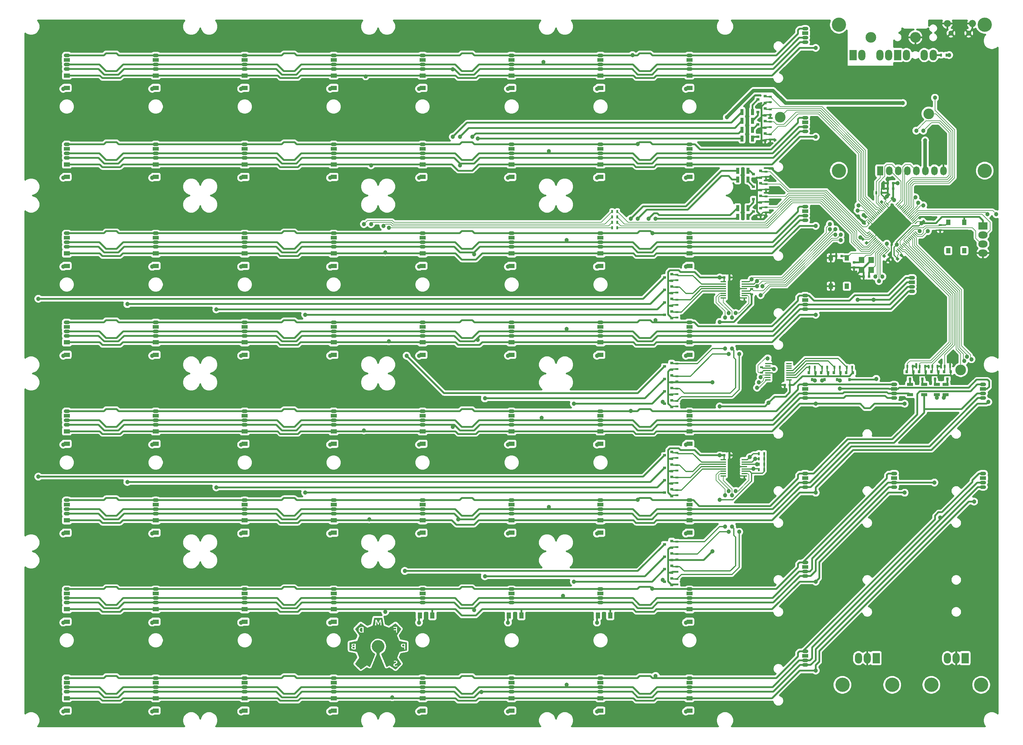
<source format=gbl>
G04 #@! TF.GenerationSoftware,KiCad,Pcbnew,5.1.4+dfsg1-1*
G04 #@! TF.CreationDate,2020-02-07T23:04:41+02:00*
G04 #@! TF.ProjectId,midi_grid,6d696469-5f67-4726-9964-2e6b69636164,1.0*
G04 #@! TF.SameCoordinates,Original*
G04 #@! TF.FileFunction,Copper,L2,Bot*
G04 #@! TF.FilePolarity,Positive*
%FSLAX46Y46*%
G04 Gerber Fmt 4.6, Leading zero omitted, Abs format (unit mm)*
G04 Created by KiCad (PCBNEW 5.1.4+dfsg1-1) date 2020-02-07 23:04:41*
%MOMM*%
%LPD*%
G04 APERTURE LIST*
%ADD10C,0.010000*%
%ADD11O,1.800000X1.030000*%
%ADD12R,1.800000X1.030000*%
%ADD13O,2.000000X3.000000*%
%ADD14R,2.000000X3.000000*%
%ADD15O,3.000000X3.000000*%
%ADD16R,1.300000X1.550000*%
%ADD17C,4.000000*%
%ADD18C,3.000000*%
%ADD19R,1.700000X1.300000*%
%ADD20R,1.300000X1.700000*%
%ADD21R,0.500000X0.900000*%
%ADD22R,0.900000X0.500000*%
%ADD23R,0.750000X0.800000*%
%ADD24R,0.800000X0.750000*%
%ADD25C,0.750000*%
%ADD26C,0.100000*%
%ADD27R,0.900000X0.800000*%
%ADD28R,0.800000X0.900000*%
%ADD29R,0.900000X1.700000*%
%ADD30R,1.700000X0.900000*%
%ADD31O,1.800000X2.500000*%
%ADD32R,1.800000X2.500000*%
%ADD33R,1.500000X0.450000*%
%ADD34R,1.540000X1.800000*%
%ADD35R,2.600000X2.000000*%
%ADD36O,2.600000X2.000000*%
%ADD37C,1.450000*%
%ADD38O,2.000000X2.000000*%
%ADD39O,2.000000X1.900000*%
%ADD40C,0.250000*%
%ADD41C,1.200000*%
%ADD42C,0.200000*%
%ADD43C,0.300000*%
%ADD44C,0.500000*%
%ADD45C,1.000000*%
%ADD46C,0.490000*%
G04 APERTURE END LIST*
D10*
G36*
X164408931Y-206173250D02*
G01*
X164403664Y-206178428D01*
X164398556Y-206185518D01*
X164393315Y-206195916D01*
X164387647Y-206211016D01*
X164381260Y-206232213D01*
X164373861Y-206260902D01*
X164365157Y-206298477D01*
X164354856Y-206346334D01*
X164342663Y-206405868D01*
X164328287Y-206478474D01*
X164311435Y-206565545D01*
X164291813Y-206668478D01*
X164269129Y-206788667D01*
X164243091Y-206927508D01*
X164213404Y-207086394D01*
X164183113Y-207248823D01*
X164149418Y-207429362D01*
X164119598Y-207588557D01*
X164093373Y-207727774D01*
X164070460Y-207848384D01*
X164050579Y-207951754D01*
X164033448Y-208039254D01*
X164018785Y-208112250D01*
X164006309Y-208172113D01*
X163995739Y-208220210D01*
X163986793Y-208257911D01*
X163979190Y-208286583D01*
X163972648Y-208307595D01*
X163966887Y-208322316D01*
X163961623Y-208332115D01*
X163959824Y-208334665D01*
X163952078Y-208342890D01*
X163939862Y-208352225D01*
X163921631Y-208363355D01*
X163895841Y-208376964D01*
X163860949Y-208393735D01*
X163815412Y-208414355D01*
X163757685Y-208439507D01*
X163686224Y-208469877D01*
X163599486Y-208506148D01*
X163495928Y-208549004D01*
X163374005Y-208599132D01*
X163235384Y-208655901D01*
X163114248Y-208705409D01*
X162998646Y-208752581D01*
X162890479Y-208796649D01*
X162791649Y-208836839D01*
X162704057Y-208872381D01*
X162629604Y-208902504D01*
X162570191Y-208926437D01*
X162527721Y-208943408D01*
X162504094Y-208952645D01*
X162500778Y-208953858D01*
X162461714Y-208960953D01*
X162424246Y-208959561D01*
X162407320Y-208951548D01*
X162371973Y-208930554D01*
X162318669Y-208896886D01*
X162247871Y-208850851D01*
X162160040Y-208792757D01*
X162055640Y-208722912D01*
X161935134Y-208641623D01*
X161798983Y-208549199D01*
X161647652Y-208445947D01*
X161510776Y-208352194D01*
X161359525Y-208248495D01*
X161226105Y-208157182D01*
X161109361Y-208077497D01*
X161008140Y-208008685D01*
X160921284Y-207949989D01*
X160847641Y-207900652D01*
X160786055Y-207859917D01*
X160735370Y-207827029D01*
X160694433Y-207801231D01*
X160662087Y-207781766D01*
X160637179Y-207767877D01*
X160618553Y-207758809D01*
X160605054Y-207753805D01*
X160595527Y-207752108D01*
X160594612Y-207752091D01*
X160586856Y-207752702D01*
X160578084Y-207755198D01*
X160567242Y-207760573D01*
X160553281Y-207769820D01*
X160535148Y-207783933D01*
X160511793Y-207803906D01*
X160482163Y-207830732D01*
X160445208Y-207865406D01*
X160399876Y-207908921D01*
X160345115Y-207962270D01*
X160279874Y-208026448D01*
X160203102Y-208102448D01*
X160113747Y-208191264D01*
X160010758Y-208293890D01*
X159893083Y-208411319D01*
X159821955Y-208482341D01*
X159713604Y-208590715D01*
X159609716Y-208694958D01*
X159511488Y-208793849D01*
X159420118Y-208886166D01*
X159336803Y-208970690D01*
X159262740Y-209046200D01*
X159199127Y-209111474D01*
X159147162Y-209165293D01*
X159108041Y-209206436D01*
X159082963Y-209233682D01*
X159073235Y-209245584D01*
X159062132Y-209281167D01*
X159062951Y-209307240D01*
X159070436Y-209320848D01*
X159090079Y-209352052D01*
X159120931Y-209399440D01*
X159162044Y-209461599D01*
X159212467Y-209537115D01*
X159271251Y-209624577D01*
X159337446Y-209722570D01*
X159410104Y-209829682D01*
X159488275Y-209944501D01*
X159571009Y-210065612D01*
X159648776Y-210179101D01*
X159735060Y-210305080D01*
X159817790Y-210426343D01*
X159895997Y-210541445D01*
X159968716Y-210648940D01*
X160034976Y-210747382D01*
X160093812Y-210835325D01*
X160144255Y-210911323D01*
X160185338Y-210973930D01*
X160216092Y-211021700D01*
X160235550Y-211053188D01*
X160242564Y-211066291D01*
X160251299Y-211100530D01*
X160249704Y-211131816D01*
X160242156Y-211160119D01*
X160233644Y-211183353D01*
X160217143Y-211224685D01*
X160193571Y-211281988D01*
X160163848Y-211353134D01*
X160128892Y-211435997D01*
X160089625Y-211528451D01*
X160046964Y-211628369D01*
X160001830Y-211733625D01*
X159955142Y-211842091D01*
X159907819Y-211951641D01*
X159860781Y-212060149D01*
X159814947Y-212165487D01*
X159771237Y-212265530D01*
X159730571Y-212358151D01*
X159693867Y-212441223D01*
X159662045Y-212512619D01*
X159636024Y-212570213D01*
X159616725Y-212611878D01*
X159605066Y-212635488D01*
X159602375Y-212639873D01*
X159576928Y-212661730D01*
X159553134Y-212676722D01*
X159537518Y-212681105D01*
X159500881Y-212689337D01*
X159444908Y-212701087D01*
X159371289Y-212716025D01*
X159281710Y-212733820D01*
X159177858Y-212754141D01*
X159061422Y-212776659D01*
X158934088Y-212801042D01*
X158797544Y-212826960D01*
X158653478Y-212854083D01*
X158525903Y-212877924D01*
X158364092Y-212908203D01*
X158211875Y-212936968D01*
X158070639Y-212963942D01*
X157941773Y-212988852D01*
X157826665Y-213011420D01*
X157726704Y-213031372D01*
X157643277Y-213048432D01*
X157577774Y-213062324D01*
X157531581Y-213072773D01*
X157506088Y-213079502D01*
X157501713Y-213081261D01*
X157476910Y-213105521D01*
X157463848Y-213127855D01*
X157461832Y-213144589D01*
X157460015Y-213182310D01*
X157458397Y-213238992D01*
X157456975Y-213312611D01*
X157455749Y-213401143D01*
X157454718Y-213502564D01*
X157453879Y-213614848D01*
X157453233Y-213735973D01*
X157452776Y-213863912D01*
X157452509Y-213996642D01*
X157452430Y-214132138D01*
X157452538Y-214268376D01*
X157452831Y-214403332D01*
X157453308Y-214534980D01*
X157453968Y-214661297D01*
X157454809Y-214780258D01*
X157455831Y-214889839D01*
X157457031Y-214988015D01*
X157458409Y-215072762D01*
X157459964Y-215142055D01*
X157461693Y-215193870D01*
X157463597Y-215226183D01*
X157465185Y-215236511D01*
X157468269Y-215244457D01*
X157470602Y-215251462D01*
X157473433Y-215257804D01*
X157478012Y-215263758D01*
X157485590Y-215269604D01*
X157497416Y-215275616D01*
X157514741Y-215282074D01*
X157538816Y-215289255D01*
X157570890Y-215297435D01*
X157612213Y-215306891D01*
X157664035Y-215317902D01*
X157727608Y-215330744D01*
X157804180Y-215345695D01*
X157895002Y-215363031D01*
X158001325Y-215383030D01*
X158124398Y-215405970D01*
X158265472Y-215432128D01*
X158425797Y-215461780D01*
X158606622Y-215495204D01*
X158757454Y-215523101D01*
X158881304Y-215546095D01*
X158999147Y-215568121D01*
X159108892Y-215588779D01*
X159208445Y-215607667D01*
X159295716Y-215624385D01*
X159368611Y-215638533D01*
X159425039Y-215649708D01*
X159462907Y-215657512D01*
X159480027Y-215661512D01*
X159512895Y-215678180D01*
X159543606Y-215703037D01*
X159544785Y-215704289D01*
X159553165Y-215719320D01*
X159569144Y-215753730D01*
X159591882Y-215805442D01*
X159620538Y-215872381D01*
X159654274Y-215952469D01*
X159692251Y-216043630D01*
X159733628Y-216143787D01*
X159777566Y-216250862D01*
X159823227Y-216362780D01*
X159869770Y-216477464D01*
X159916356Y-216592837D01*
X159962146Y-216706821D01*
X160006301Y-216817341D01*
X160047980Y-216922319D01*
X160086344Y-217019680D01*
X160120555Y-217107345D01*
X160149773Y-217183238D01*
X160173157Y-217245284D01*
X160189870Y-217291404D01*
X160199070Y-217319522D01*
X160200636Y-217326890D01*
X160196292Y-217351219D01*
X160185766Y-217382548D01*
X160185058Y-217384257D01*
X160176214Y-217399377D01*
X160155272Y-217432009D01*
X160123244Y-217480655D01*
X160081139Y-217543817D01*
X160029969Y-217619997D01*
X159970742Y-217707696D01*
X159904471Y-217805417D01*
X159832165Y-217911662D01*
X159754834Y-218024931D01*
X159673489Y-218143728D01*
X159635654Y-218198867D01*
X159552679Y-218319778D01*
X159473094Y-218435876D01*
X159397927Y-218545657D01*
X159328204Y-218647615D01*
X159264951Y-218740246D01*
X159209194Y-218822045D01*
X159161960Y-218891506D01*
X159124275Y-218947126D01*
X159097165Y-218987400D01*
X159081656Y-219010822D01*
X159078754Y-219015432D01*
X159061926Y-219059264D01*
X159062804Y-219086971D01*
X159072047Y-219100372D01*
X159096386Y-219128491D01*
X159134400Y-219169908D01*
X159184672Y-219223205D01*
X159245782Y-219286963D01*
X159316311Y-219359763D01*
X159394841Y-219440186D01*
X159479952Y-219526813D01*
X159570226Y-219618225D01*
X159664244Y-219713003D01*
X159760586Y-219809729D01*
X159857835Y-219906983D01*
X159954571Y-220003346D01*
X160049375Y-220097400D01*
X160140829Y-220187726D01*
X160227513Y-220272904D01*
X160308009Y-220351516D01*
X160380897Y-220422143D01*
X160444759Y-220483365D01*
X160498176Y-220533764D01*
X160539730Y-220571922D01*
X160568000Y-220596418D01*
X160581569Y-220605835D01*
X160581636Y-220605851D01*
X160614239Y-220605801D01*
X160640433Y-220598493D01*
X160654436Y-220589948D01*
X160685962Y-220569309D01*
X160733523Y-220537586D01*
X160795629Y-220495789D01*
X160870791Y-220444928D01*
X160957521Y-220386015D01*
X161054330Y-220320058D01*
X161159729Y-220248069D01*
X161272229Y-220171058D01*
X161390341Y-220090035D01*
X161439817Y-220056046D01*
X161559862Y-219973607D01*
X161674944Y-219894702D01*
X161783567Y-219820347D01*
X161884238Y-219751560D01*
X161975462Y-219689357D01*
X162055744Y-219634757D01*
X162123592Y-219588776D01*
X162177509Y-219552431D01*
X162216003Y-219526739D01*
X162237578Y-219512718D01*
X162241157Y-219510594D01*
X162276735Y-219498124D01*
X162307684Y-219493889D01*
X162329187Y-219499649D01*
X162370302Y-219516868D01*
X162430693Y-219545380D01*
X162510018Y-219585021D01*
X162607940Y-219635626D01*
X162711094Y-219690091D01*
X162801705Y-219737872D01*
X162884922Y-219780887D01*
X162958507Y-219818038D01*
X163020224Y-219848225D01*
X163067837Y-219870350D01*
X163099111Y-219883314D01*
X163110507Y-219886363D01*
X163140327Y-219879031D01*
X163158365Y-219866159D01*
X163165543Y-219852285D01*
X163180844Y-219818455D01*
X163203700Y-219766047D01*
X163233543Y-219696441D01*
X163269804Y-219611017D01*
X163311915Y-219511155D01*
X163359307Y-219398233D01*
X163411413Y-219273631D01*
X163467665Y-219138729D01*
X163527493Y-218994907D01*
X163590329Y-218843544D01*
X163655606Y-218686020D01*
X163722755Y-218523713D01*
X163791208Y-218358004D01*
X163860396Y-218190273D01*
X163929751Y-218021898D01*
X163998706Y-217854259D01*
X164066690Y-217688737D01*
X164133137Y-217526710D01*
X164197478Y-217369557D01*
X164259145Y-217218660D01*
X164317569Y-217075396D01*
X164372183Y-216941146D01*
X164422417Y-216817289D01*
X164467704Y-216705205D01*
X164507475Y-216606273D01*
X164541163Y-216521873D01*
X164568198Y-216453385D01*
X164588012Y-216402187D01*
X164600038Y-216369660D01*
X164603734Y-216357419D01*
X164602394Y-216335208D01*
X164595907Y-216316312D01*
X164581263Y-216297731D01*
X164555453Y-216276465D01*
X164515470Y-216249512D01*
X164462165Y-216216245D01*
X164411573Y-216184435D01*
X164363371Y-216152867D01*
X164323948Y-216125791D01*
X164304402Y-216111319D01*
X164276924Y-216090167D01*
X164236368Y-216059626D01*
X164188333Y-216023889D01*
X164141377Y-215989310D01*
X163973072Y-215851802D01*
X163818866Y-215696396D01*
X163679552Y-215524067D01*
X163555925Y-215335792D01*
X163455589Y-215146954D01*
X163370066Y-214941383D01*
X163306293Y-214730639D01*
X163264009Y-214516368D01*
X163242951Y-214300215D01*
X163242858Y-214083826D01*
X163263467Y-213868845D01*
X163304517Y-213656918D01*
X163365745Y-213449689D01*
X163391184Y-213386712D01*
X159196181Y-213386712D01*
X159196181Y-215000999D01*
X159131459Y-215014435D01*
X159074471Y-215025209D01*
X159018089Y-215033330D01*
X158958081Y-215039053D01*
X158890211Y-215042637D01*
X158810248Y-215044338D01*
X158713957Y-215044413D01*
X158647772Y-215043799D01*
X158558073Y-215042474D01*
X158487514Y-215040693D01*
X158432144Y-215038146D01*
X158388014Y-215034524D01*
X158351172Y-215029519D01*
X158317669Y-215022823D01*
X158289863Y-215015839D01*
X158175223Y-214976288D01*
X158077369Y-214924075D01*
X157997441Y-214860077D01*
X157936579Y-214785171D01*
X157902110Y-214717285D01*
X157884268Y-214651404D01*
X157875093Y-214573063D01*
X157874604Y-214490575D01*
X157882819Y-214412254D01*
X157899757Y-214346413D01*
X157901263Y-214342504D01*
X157941175Y-214270854D01*
X157999003Y-214207430D01*
X158069759Y-214157548D01*
X158079822Y-214152247D01*
X158136380Y-214123586D01*
X158090798Y-214090066D01*
X158030195Y-214032137D01*
X157986929Y-213962651D01*
X157960817Y-213885087D01*
X157951676Y-213802928D01*
X157959321Y-213719654D01*
X157983570Y-213638747D01*
X158024238Y-213563688D01*
X158081141Y-213497958D01*
X158123838Y-213463868D01*
X158196411Y-213421758D01*
X158279153Y-213389078D01*
X158374383Y-213365400D01*
X158484418Y-213350294D01*
X158611579Y-213343331D01*
X158758183Y-213344081D01*
X158769000Y-213344404D01*
X158904580Y-213350207D01*
X159017562Y-213358441D01*
X159108314Y-213369139D01*
X159170204Y-213380646D01*
X159196181Y-213386712D01*
X163391184Y-213386712D01*
X163446891Y-213248805D01*
X163547690Y-213055909D01*
X163667883Y-212872649D01*
X163807206Y-212700667D01*
X163853036Y-212651160D01*
X164019079Y-212491750D01*
X164192966Y-212353609D01*
X164376302Y-212235771D01*
X164570693Y-212137271D01*
X164777744Y-212057147D01*
X164907365Y-212017861D01*
X165106241Y-211974306D01*
X165314109Y-211949478D01*
X165526416Y-211943403D01*
X165738611Y-211956108D01*
X165946142Y-211987618D01*
X166050487Y-212011387D01*
X166264708Y-212077924D01*
X166470154Y-212165285D01*
X166665426Y-212272414D01*
X166849125Y-212398254D01*
X167019852Y-212541749D01*
X167176209Y-212701842D01*
X167316796Y-212877477D01*
X167433356Y-213055863D01*
X167536307Y-213253119D01*
X167618213Y-213458086D01*
X167679098Y-213669021D01*
X167718981Y-213884176D01*
X167737886Y-214101808D01*
X167735834Y-214320172D01*
X167712846Y-214537521D01*
X167668944Y-214752112D01*
X167604150Y-214962199D01*
X167518485Y-215166036D01*
X167411972Y-215361880D01*
X167404561Y-215373915D01*
X167325119Y-215491373D01*
X167232470Y-215610408D01*
X167131065Y-215726160D01*
X167025354Y-215833768D01*
X166919787Y-215928371D01*
X166840733Y-215989772D01*
X166793660Y-216023839D01*
X166747831Y-216057479D01*
X166710246Y-216085532D01*
X166696501Y-216096032D01*
X166668179Y-216116555D01*
X166625842Y-216145475D01*
X166575103Y-216179030D01*
X166521575Y-216213454D01*
X166518914Y-216215138D01*
X166460821Y-216252871D01*
X166420241Y-216282568D01*
X166394535Y-216307468D01*
X166381066Y-216330808D01*
X166377194Y-216355827D01*
X166380212Y-216385352D01*
X166385440Y-216400978D01*
X166398954Y-216436336D01*
X166420182Y-216490052D01*
X166448554Y-216560753D01*
X166483500Y-216647065D01*
X166524447Y-216747615D01*
X166570827Y-216861031D01*
X166622067Y-216985938D01*
X166677598Y-217120963D01*
X166736847Y-217264734D01*
X166799246Y-217415877D01*
X166864222Y-217573018D01*
X166931205Y-217734784D01*
X166999624Y-217899803D01*
X167068909Y-218066700D01*
X167138489Y-218234103D01*
X167207793Y-218400638D01*
X167276250Y-218564932D01*
X167343289Y-218725612D01*
X167408341Y-218881304D01*
X167470833Y-219030636D01*
X167530195Y-219172233D01*
X167585857Y-219304722D01*
X167637247Y-219426731D01*
X167683796Y-219536886D01*
X167724931Y-219633814D01*
X167760083Y-219716142D01*
X167788680Y-219782495D01*
X167810153Y-219831501D01*
X167823929Y-219861787D01*
X167829309Y-219871932D01*
X167856134Y-219883752D01*
X167874775Y-219886363D01*
X167890845Y-219881057D01*
X167924723Y-219865964D01*
X167973928Y-219842320D01*
X168035980Y-219811362D01*
X168108395Y-219774327D01*
X168188695Y-219732451D01*
X168268565Y-219690091D01*
X168370751Y-219635662D01*
X168454852Y-219591503D01*
X168523027Y-219556769D01*
X168577431Y-219530617D01*
X168620223Y-219512205D01*
X168653558Y-219500687D01*
X168679594Y-219495222D01*
X168700489Y-219494965D01*
X168718398Y-219499074D01*
X168735480Y-219506704D01*
X168736372Y-219507174D01*
X168749592Y-219515642D01*
X168780377Y-219536199D01*
X168827269Y-219567849D01*
X168888808Y-219609597D01*
X168963532Y-219660448D01*
X169049983Y-219719407D01*
X169146701Y-219785479D01*
X169252224Y-219857667D01*
X169365094Y-219934978D01*
X169483851Y-220016415D01*
X169549329Y-220061356D01*
X169690636Y-220158331D01*
X169814214Y-220243021D01*
X169921343Y-220316253D01*
X170013302Y-220378852D01*
X170091370Y-220431646D01*
X170156825Y-220475461D01*
X170210946Y-220511124D01*
X170255013Y-220539461D01*
X170290304Y-220561299D01*
X170318098Y-220577464D01*
X170339675Y-220588783D01*
X170356313Y-220596082D01*
X170369291Y-220600188D01*
X170379888Y-220601928D01*
X170386160Y-220602182D01*
X170435252Y-220602182D01*
X171160725Y-219877704D01*
X171268611Y-219769803D01*
X171306169Y-219732125D01*
X170937909Y-219732125D01*
X170927865Y-219742891D01*
X170901126Y-219758865D01*
X170862783Y-219777597D01*
X170817923Y-219796637D01*
X170771637Y-219813534D01*
X170762990Y-219816335D01*
X170681363Y-219836390D01*
X170583897Y-219851119D01*
X170477296Y-219860197D01*
X170368262Y-219863302D01*
X170263499Y-219860111D01*
X170169711Y-219850301D01*
X170145174Y-219846106D01*
X170036841Y-219816341D01*
X169941773Y-219771365D01*
X169861938Y-219712606D01*
X169799304Y-219641491D01*
X169758177Y-219565419D01*
X169746297Y-219532270D01*
X169738514Y-219499387D01*
X169734012Y-219460507D01*
X169731976Y-219409366D01*
X169731579Y-219361045D01*
X169731852Y-219301124D01*
X169733547Y-219258045D01*
X169737718Y-219225560D01*
X169745420Y-219197423D01*
X169757707Y-219167389D01*
X169767997Y-219145269D01*
X169799098Y-219089499D01*
X169837907Y-219039491D01*
X169886819Y-218993605D01*
X169948229Y-218950198D01*
X170024532Y-218907630D01*
X170118122Y-218864261D01*
X170231395Y-218818449D01*
X170261819Y-218806892D01*
X170349745Y-218771696D01*
X170417052Y-218739277D01*
X170465756Y-218707833D01*
X170497871Y-218675558D01*
X170515409Y-218640648D01*
X170520387Y-218601299D01*
X170518482Y-218576980D01*
X170504629Y-218531759D01*
X170475790Y-218497690D01*
X170430526Y-218474169D01*
X170367396Y-218460594D01*
X170284960Y-218456360D01*
X170233636Y-218457665D01*
X170166103Y-218462255D01*
X170112913Y-218470003D01*
X170065374Y-218482501D01*
X170031591Y-218494619D01*
X169983427Y-218513258D01*
X169949406Y-218523617D01*
X169925424Y-218523391D01*
X169907376Y-218510273D01*
X169891158Y-218481955D01*
X169872666Y-218436131D01*
X169857912Y-218397000D01*
X169838518Y-218344862D01*
X169822498Y-218300141D01*
X169811478Y-218267491D01*
X169807083Y-218251569D01*
X169807069Y-218251372D01*
X169816881Y-218239905D01*
X169843961Y-218223597D01*
X169883582Y-218204638D01*
X169931020Y-218185218D01*
X169981547Y-218167528D01*
X170000435Y-218161756D01*
X170086957Y-218142332D01*
X170185660Y-218129579D01*
X170286476Y-218124289D01*
X170379337Y-218127253D01*
X170404886Y-218129966D01*
X170522234Y-218151740D01*
X170622162Y-218185452D01*
X170707844Y-218232596D01*
X170782453Y-218294664D01*
X170804544Y-218317962D01*
X170849589Y-218376080D01*
X170880522Y-218436881D01*
X170899221Y-218505966D01*
X170907563Y-218588937D01*
X170908424Y-218627909D01*
X170908080Y-218685290D01*
X170905615Y-218726581D01*
X170899885Y-218758763D01*
X170889749Y-218788817D01*
X170877613Y-218816203D01*
X170844341Y-218875374D01*
X170801853Y-218928136D01*
X170747668Y-218976244D01*
X170679308Y-219021458D01*
X170594292Y-219065533D01*
X170490140Y-219110227D01*
X170429909Y-219133431D01*
X170335558Y-219170503D01*
X170261550Y-219204040D01*
X170205699Y-219235588D01*
X170165823Y-219266692D01*
X170139737Y-219298898D01*
X170125259Y-219333752D01*
X170121840Y-219351511D01*
X170124064Y-219411294D01*
X170147075Y-219461869D01*
X170189765Y-219501053D01*
X170201013Y-219507569D01*
X170223018Y-219518300D01*
X170245019Y-219525677D01*
X170271839Y-219530293D01*
X170308302Y-219532741D01*
X170359233Y-219533613D01*
X170412591Y-219533580D01*
X170478346Y-219533019D01*
X170527427Y-219531306D01*
X170566252Y-219527486D01*
X170601237Y-219520604D01*
X170638799Y-219509704D01*
X170685354Y-219493829D01*
X170689681Y-219492308D01*
X170739207Y-219474725D01*
X170781676Y-219459359D01*
X170811661Y-219448190D01*
X170822454Y-219443867D01*
X170831323Y-219444965D01*
X170841619Y-219457858D01*
X170854703Y-219485291D01*
X170871935Y-219530012D01*
X170888841Y-219577819D01*
X170907249Y-219631924D01*
X170922509Y-219678530D01*
X170933180Y-219713106D01*
X170937822Y-219731123D01*
X170937909Y-219732125D01*
X171306169Y-219732125D01*
X171372015Y-219666070D01*
X171469737Y-219567726D01*
X171560575Y-219475994D01*
X171643329Y-219392097D01*
X171716801Y-219317257D01*
X171779788Y-219252696D01*
X171831091Y-219199637D01*
X171869510Y-219159301D01*
X171893845Y-219132911D01*
X171902735Y-219122050D01*
X171915012Y-219089691D01*
X171919272Y-219063100D01*
X171912675Y-219048182D01*
X171893098Y-219014874D01*
X171860864Y-218963664D01*
X171816296Y-218895035D01*
X171759714Y-218809475D01*
X171691443Y-218707468D01*
X171611804Y-218589501D01*
X171521121Y-218456059D01*
X171419714Y-218307627D01*
X171357459Y-218216822D01*
X171258134Y-218072045D01*
X171171119Y-217945014D01*
X171095601Y-217834478D01*
X171030765Y-217739185D01*
X170975799Y-217657882D01*
X170929889Y-217589319D01*
X170892220Y-217532243D01*
X170861981Y-217485402D01*
X170838356Y-217447543D01*
X170820533Y-217417416D01*
X170807698Y-217393767D01*
X170799037Y-217375345D01*
X170793736Y-217360898D01*
X170790983Y-217349174D01*
X170790319Y-217344069D01*
X170789832Y-217332430D01*
X170790915Y-217318594D01*
X170794135Y-217301023D01*
X170800058Y-217278182D01*
X170809248Y-217248531D01*
X170822272Y-217210534D01*
X170839694Y-217162655D01*
X170862081Y-217103355D01*
X170889997Y-217031098D01*
X170924008Y-216944347D01*
X170964680Y-216841564D01*
X171012578Y-216721213D01*
X171068267Y-216581755D01*
X171099286Y-216504193D01*
X171160785Y-216350698D01*
X171214442Y-216217330D01*
X171260843Y-216102720D01*
X171300572Y-216005499D01*
X171334216Y-215924296D01*
X171362359Y-215857740D01*
X171385587Y-215804463D01*
X171404485Y-215763094D01*
X171419639Y-215732263D01*
X171431633Y-215710599D01*
X171441054Y-215696734D01*
X171446946Y-215690489D01*
X171452537Y-215685360D01*
X171456986Y-215680936D01*
X171461702Y-215676926D01*
X171468092Y-215673037D01*
X171477565Y-215668978D01*
X171491531Y-215664455D01*
X171511397Y-215659176D01*
X171538573Y-215652849D01*
X171574466Y-215645182D01*
X171620486Y-215635882D01*
X171678041Y-215624656D01*
X171748539Y-215611213D01*
X171833389Y-215595260D01*
X171934001Y-215576504D01*
X172051781Y-215554654D01*
X172188140Y-215529416D01*
X172344485Y-215500498D01*
X172508091Y-215470226D01*
X172650125Y-215443920D01*
X172785992Y-215418731D01*
X172913920Y-215394989D01*
X173032141Y-215373022D01*
X173138886Y-215353162D01*
X173232385Y-215335736D01*
X173310868Y-215321076D01*
X173372567Y-215309510D01*
X173415713Y-215301367D01*
X173438535Y-215296978D01*
X173441380Y-215296393D01*
X173468541Y-215283973D01*
X173496106Y-215262579D01*
X173496221Y-215262464D01*
X173524091Y-215234595D01*
X173524091Y-214578525D01*
X173117955Y-214578525D01*
X173117871Y-214688272D01*
X173117633Y-214785744D01*
X173117245Y-214869055D01*
X173116714Y-214936320D01*
X173116046Y-214985654D01*
X173115246Y-215015170D01*
X173114578Y-215023135D01*
X173106720Y-215028917D01*
X173086536Y-215032793D01*
X173051329Y-215034930D01*
X172998400Y-215035493D01*
X172926863Y-215034680D01*
X172744772Y-215031500D01*
X172741681Y-214751522D01*
X172738589Y-214471545D01*
X172608908Y-214471501D01*
X172467232Y-214465150D01*
X172336311Y-214446647D01*
X172218275Y-214416670D01*
X172115255Y-214375899D01*
X172029382Y-214325012D01*
X171964072Y-214266161D01*
X171913465Y-214192739D01*
X171876188Y-214105189D01*
X171854792Y-214009804D01*
X171852761Y-213991622D01*
X171848531Y-213865219D01*
X171861377Y-213754083D01*
X171891886Y-213657371D01*
X171940644Y-213574240D01*
X172008236Y-213503847D01*
X172095249Y-213445348D01*
X172202267Y-213397901D01*
X172282954Y-213372555D01*
X172314510Y-213364454D01*
X172344680Y-213358301D01*
X172377243Y-213353844D01*
X172415978Y-213350834D01*
X172464664Y-213349021D01*
X172527078Y-213348153D01*
X172606999Y-213347981D01*
X172652409Y-213348071D01*
X172769409Y-213349278D01*
X172868898Y-213352163D01*
X172949195Y-213356648D01*
X173008619Y-213362659D01*
X173021863Y-213364704D01*
X173114227Y-213380576D01*
X173117215Y-214194492D01*
X173117633Y-214329750D01*
X173117877Y-214458389D01*
X173117955Y-214578525D01*
X173524091Y-214578525D01*
X173524091Y-213123876D01*
X173495367Y-213095153D01*
X173477260Y-213080980D01*
X173451610Y-213069187D01*
X173413799Y-213058237D01*
X173359210Y-213046593D01*
X173336617Y-213042316D01*
X173197457Y-213016498D01*
X173038118Y-212986916D01*
X172861123Y-212954039D01*
X172668991Y-212918335D01*
X172464244Y-212880272D01*
X172249405Y-212840319D01*
X172026993Y-212798945D01*
X172018545Y-212797373D01*
X171906355Y-212776286D01*
X171800270Y-212755934D01*
X171702619Y-212736793D01*
X171615728Y-212719339D01*
X171541924Y-212704047D01*
X171483536Y-212691391D01*
X171442889Y-212681848D01*
X171422312Y-212675893D01*
X171421177Y-212675378D01*
X171391365Y-212654177D01*
X171370663Y-212631360D01*
X171363202Y-212616375D01*
X171347462Y-212581960D01*
X171324231Y-212529921D01*
X171294300Y-212462062D01*
X171258457Y-212380190D01*
X171217491Y-212286110D01*
X171172191Y-212181628D01*
X171123347Y-212068549D01*
X171071748Y-211948679D01*
X171041515Y-211878260D01*
X170976246Y-211725745D01*
X170919842Y-211593156D01*
X170871822Y-211479302D01*
X170831705Y-211382993D01*
X170799013Y-211303039D01*
X170773265Y-211238248D01*
X170753982Y-211187432D01*
X170740682Y-211149398D01*
X170732887Y-211122958D01*
X170730116Y-211106920D01*
X170730096Y-211105922D01*
X170729707Y-211098178D01*
X170729042Y-211091800D01*
X170728854Y-211085633D01*
X170729894Y-211078523D01*
X170732915Y-211069315D01*
X170738669Y-211056854D01*
X170747908Y-211039985D01*
X170761384Y-211017554D01*
X170779849Y-210988407D01*
X170804056Y-210951388D01*
X170834755Y-210905343D01*
X170872701Y-210849117D01*
X170918643Y-210781556D01*
X170973335Y-210701504D01*
X171037529Y-210607808D01*
X171111977Y-210499312D01*
X171197430Y-210374862D01*
X171294642Y-210233303D01*
X171369218Y-210124682D01*
X171451686Y-210004388D01*
X171530505Y-209889104D01*
X171604676Y-209780312D01*
X171673194Y-209679499D01*
X171735059Y-209588147D01*
X171789268Y-209507740D01*
X171834819Y-209439764D01*
X171870710Y-209385702D01*
X171895940Y-209347038D01*
X171909507Y-209325256D01*
X171911515Y-209321422D01*
X171917606Y-209288135D01*
X171915634Y-209263695D01*
X171906426Y-209251201D01*
X171881779Y-209223478D01*
X171842674Y-209181534D01*
X171790092Y-209126376D01*
X171725013Y-209059011D01*
X171648419Y-208980447D01*
X171561290Y-208891690D01*
X171464606Y-208793748D01*
X171359349Y-208687628D01*
X171347495Y-208675727D01*
X170845545Y-208675727D01*
X170845545Y-209505075D01*
X170845437Y-209641417D01*
X170845124Y-209770991D01*
X170844623Y-209891951D01*
X170843953Y-210002449D01*
X170843131Y-210100639D01*
X170842174Y-210184673D01*
X170841101Y-210252704D01*
X170839928Y-210302884D01*
X170838673Y-210333368D01*
X170837573Y-210342396D01*
X170823873Y-210344908D01*
X170791170Y-210346697D01*
X170743542Y-210347664D01*
X170685070Y-210347706D01*
X170644186Y-210347207D01*
X170458772Y-210344045D01*
X170452656Y-209657091D01*
X169794257Y-209657091D01*
X169797186Y-209512299D01*
X161412909Y-209512299D01*
X161412909Y-210324224D01*
X161386931Y-210330389D01*
X161359793Y-210335202D01*
X161315853Y-210341264D01*
X161261320Y-210347876D01*
X161202401Y-210354338D01*
X161145303Y-210359951D01*
X161096234Y-210364017D01*
X161078091Y-210365173D01*
X161004176Y-210368757D01*
X160944895Y-210370271D01*
X160891875Y-210369614D01*
X160836742Y-210366684D01*
X160771759Y-210361434D01*
X160612870Y-210338734D01*
X160470535Y-210300286D01*
X160344889Y-210246178D01*
X160236065Y-210176498D01*
X160144197Y-210091335D01*
X160069418Y-209990778D01*
X160011863Y-209874914D01*
X160003933Y-209854061D01*
X159971025Y-209737110D01*
X159952541Y-209610136D01*
X159948320Y-209478727D01*
X159958199Y-209348471D01*
X159982019Y-209224954D01*
X160019617Y-209113766D01*
X160025692Y-209100109D01*
X160087292Y-208991138D01*
X160165054Y-208897744D01*
X160259465Y-208819570D01*
X160371014Y-208756256D01*
X160500189Y-208707443D01*
X160593066Y-208683489D01*
X160636390Y-208674870D01*
X160678683Y-208668577D01*
X160724697Y-208664290D01*
X160779189Y-208661693D01*
X160846912Y-208660467D01*
X160932621Y-208660293D01*
X160939545Y-208660313D01*
X161050290Y-208661936D01*
X161152483Y-208665947D01*
X161242844Y-208672099D01*
X161318096Y-208680144D01*
X161374960Y-208689838D01*
X161392704Y-208694381D01*
X161396606Y-208696588D01*
X161399972Y-208701789D01*
X161402842Y-208711576D01*
X161405255Y-208727541D01*
X161407250Y-208751276D01*
X161408868Y-208784373D01*
X161410146Y-208828424D01*
X161411124Y-208885022D01*
X161411843Y-208955757D01*
X161412340Y-209042223D01*
X161412656Y-209146011D01*
X161412829Y-209268713D01*
X161412900Y-209411921D01*
X161412909Y-209512299D01*
X169797186Y-209512299D01*
X169800681Y-209339591D01*
X170126841Y-209336524D01*
X170453000Y-209333458D01*
X170453000Y-208999000D01*
X169714091Y-208999000D01*
X169714091Y-208675727D01*
X170845545Y-208675727D01*
X171347495Y-208675727D01*
X171246500Y-208574337D01*
X171164753Y-208492546D01*
X170421035Y-207749410D01*
X170376404Y-207754115D01*
X170365504Y-207756995D01*
X170348906Y-207764342D01*
X170325505Y-207776887D01*
X170294193Y-207795358D01*
X170253865Y-207820482D01*
X170203413Y-207852989D01*
X170141732Y-207893607D01*
X170067715Y-207943064D01*
X169980255Y-208002089D01*
X169878247Y-208071410D01*
X169760583Y-208151755D01*
X169626158Y-208243854D01*
X169477409Y-208345998D01*
X169350777Y-208432919D01*
X169228997Y-208516299D01*
X169113488Y-208595176D01*
X169005672Y-208668591D01*
X168906970Y-208735583D01*
X168818801Y-208795190D01*
X168742588Y-208846453D01*
X168679751Y-208888411D01*
X168631710Y-208920103D01*
X168599886Y-208940569D01*
X168585893Y-208948770D01*
X168552814Y-208959657D01*
X168524376Y-208964359D01*
X168523760Y-208964363D01*
X168510038Y-208960130D01*
X168477118Y-208948011D01*
X168427167Y-208928881D01*
X168362353Y-208903613D01*
X168284842Y-208873081D01*
X168196802Y-208838159D01*
X168100400Y-208799720D01*
X167997803Y-208758638D01*
X167891178Y-208715786D01*
X167782693Y-208672038D01*
X167674515Y-208628268D01*
X167568812Y-208585349D01*
X167467749Y-208544155D01*
X167373495Y-208505559D01*
X167288217Y-208470436D01*
X167214082Y-208439659D01*
X167153257Y-208414101D01*
X167107910Y-208394636D01*
X167084833Y-208384318D01*
X167049253Y-208362059D01*
X167019800Y-208334015D01*
X167013540Y-208325309D01*
X167007993Y-208308423D01*
X167007466Y-208306272D01*
X166448460Y-208306272D01*
X166263086Y-208306272D01*
X166193910Y-208306173D01*
X166144401Y-208305564D01*
X166111135Y-208303980D01*
X166090690Y-208300953D01*
X166079642Y-208296017D01*
X166074566Y-208288706D01*
X166072395Y-208280295D01*
X166070475Y-208261252D01*
X166068168Y-208222994D01*
X166065650Y-208169393D01*
X166063100Y-208104319D01*
X166060693Y-208031641D01*
X166060110Y-208011863D01*
X166056210Y-207892427D01*
X166051352Y-207769599D01*
X166045777Y-207648189D01*
X166039732Y-207533002D01*
X166033459Y-207428848D01*
X166027204Y-207340533D01*
X166024115Y-207303312D01*
X166016571Y-207218215D01*
X165829259Y-207655448D01*
X165641946Y-208092682D01*
X165377302Y-208099150D01*
X165187537Y-207657188D01*
X164997772Y-207215227D01*
X164990332Y-207320903D01*
X164985950Y-207388160D01*
X164980924Y-207473682D01*
X164975498Y-207572663D01*
X164969914Y-207680295D01*
X164964415Y-207791769D01*
X164959243Y-207902278D01*
X164954642Y-208007015D01*
X164950854Y-208101171D01*
X164950630Y-208107113D01*
X164943173Y-208306272D01*
X164572813Y-208306272D01*
X164580581Y-208130204D01*
X164586290Y-208012826D01*
X164593424Y-207885585D01*
X164601749Y-207751449D01*
X164611030Y-207613386D01*
X164621032Y-207474363D01*
X164631519Y-207337347D01*
X164642259Y-207205306D01*
X164653015Y-207081207D01*
X164663553Y-206968017D01*
X164673638Y-206868705D01*
X164683035Y-206786237D01*
X164691510Y-206723580D01*
X164692258Y-206718772D01*
X164698076Y-206680655D01*
X164702075Y-206652080D01*
X164703276Y-206640841D01*
X164714185Y-206637819D01*
X164744179Y-206635257D01*
X164789253Y-206633355D01*
X164845403Y-206632315D01*
X164875558Y-206632182D01*
X165047753Y-206632182D01*
X165075124Y-206681250D01*
X165097885Y-206724399D01*
X165128090Y-206785183D01*
X165164079Y-206860018D01*
X165204188Y-206945320D01*
X165246755Y-207037505D01*
X165290119Y-207132989D01*
X165332618Y-207228188D01*
X165372588Y-207319518D01*
X165391029Y-207362432D01*
X165420666Y-207431269D01*
X165447484Y-207492373D01*
X165470122Y-207542743D01*
X165487221Y-207579376D01*
X165497420Y-207599268D01*
X165499533Y-207602000D01*
X165505687Y-207591868D01*
X165519477Y-207563470D01*
X165539539Y-207519806D01*
X165564506Y-207463874D01*
X165593012Y-207398673D01*
X165608639Y-207362432D01*
X165651373Y-207263882D01*
X165695604Y-207163721D01*
X165739929Y-207064982D01*
X165782947Y-206970700D01*
X165823255Y-206883909D01*
X165859448Y-206807641D01*
X165890126Y-206744931D01*
X165913884Y-206698814D01*
X165923206Y-206682111D01*
X165952803Y-206631608D01*
X166133378Y-206634781D01*
X166313954Y-206637954D01*
X166333646Y-206793818D01*
X166344289Y-206885443D01*
X166355611Y-206996308D01*
X166367292Y-207122585D01*
X166379018Y-207260443D01*
X166390469Y-207406054D01*
X166401330Y-207555588D01*
X166411283Y-207705216D01*
X166417310Y-207804045D01*
X166422472Y-207891555D01*
X166427596Y-207977371D01*
X166432407Y-208056953D01*
X166436628Y-208125760D01*
X166439985Y-208179251D01*
X166441679Y-208205250D01*
X166448460Y-208306272D01*
X167007466Y-208306272D01*
X166998606Y-208270115D01*
X166985633Y-208211687D01*
X166969325Y-208134444D01*
X166949936Y-208039687D01*
X166927716Y-207928721D01*
X166902918Y-207802848D01*
X166875795Y-207663371D01*
X166846599Y-207511595D01*
X166815582Y-207348821D01*
X166782996Y-207176353D01*
X166749094Y-206995494D01*
X166714127Y-206807548D01*
X166678349Y-206613817D01*
X166642011Y-206415605D01*
X166612446Y-206253243D01*
X166599887Y-206217699D01*
X166578793Y-206183231D01*
X166577034Y-206181084D01*
X166548583Y-206147272D01*
X164439105Y-206147272D01*
X164408931Y-206173250D01*
X164408931Y-206173250D01*
G37*
X164408931Y-206173250D02*
X164403664Y-206178428D01*
X164398556Y-206185518D01*
X164393315Y-206195916D01*
X164387647Y-206211016D01*
X164381260Y-206232213D01*
X164373861Y-206260902D01*
X164365157Y-206298477D01*
X164354856Y-206346334D01*
X164342663Y-206405868D01*
X164328287Y-206478474D01*
X164311435Y-206565545D01*
X164291813Y-206668478D01*
X164269129Y-206788667D01*
X164243091Y-206927508D01*
X164213404Y-207086394D01*
X164183113Y-207248823D01*
X164149418Y-207429362D01*
X164119598Y-207588557D01*
X164093373Y-207727774D01*
X164070460Y-207848384D01*
X164050579Y-207951754D01*
X164033448Y-208039254D01*
X164018785Y-208112250D01*
X164006309Y-208172113D01*
X163995739Y-208220210D01*
X163986793Y-208257911D01*
X163979190Y-208286583D01*
X163972648Y-208307595D01*
X163966887Y-208322316D01*
X163961623Y-208332115D01*
X163959824Y-208334665D01*
X163952078Y-208342890D01*
X163939862Y-208352225D01*
X163921631Y-208363355D01*
X163895841Y-208376964D01*
X163860949Y-208393735D01*
X163815412Y-208414355D01*
X163757685Y-208439507D01*
X163686224Y-208469877D01*
X163599486Y-208506148D01*
X163495928Y-208549004D01*
X163374005Y-208599132D01*
X163235384Y-208655901D01*
X163114248Y-208705409D01*
X162998646Y-208752581D01*
X162890479Y-208796649D01*
X162791649Y-208836839D01*
X162704057Y-208872381D01*
X162629604Y-208902504D01*
X162570191Y-208926437D01*
X162527721Y-208943408D01*
X162504094Y-208952645D01*
X162500778Y-208953858D01*
X162461714Y-208960953D01*
X162424246Y-208959561D01*
X162407320Y-208951548D01*
X162371973Y-208930554D01*
X162318669Y-208896886D01*
X162247871Y-208850851D01*
X162160040Y-208792757D01*
X162055640Y-208722912D01*
X161935134Y-208641623D01*
X161798983Y-208549199D01*
X161647652Y-208445947D01*
X161510776Y-208352194D01*
X161359525Y-208248495D01*
X161226105Y-208157182D01*
X161109361Y-208077497D01*
X161008140Y-208008685D01*
X160921284Y-207949989D01*
X160847641Y-207900652D01*
X160786055Y-207859917D01*
X160735370Y-207827029D01*
X160694433Y-207801231D01*
X160662087Y-207781766D01*
X160637179Y-207767877D01*
X160618553Y-207758809D01*
X160605054Y-207753805D01*
X160595527Y-207752108D01*
X160594612Y-207752091D01*
X160586856Y-207752702D01*
X160578084Y-207755198D01*
X160567242Y-207760573D01*
X160553281Y-207769820D01*
X160535148Y-207783933D01*
X160511793Y-207803906D01*
X160482163Y-207830732D01*
X160445208Y-207865406D01*
X160399876Y-207908921D01*
X160345115Y-207962270D01*
X160279874Y-208026448D01*
X160203102Y-208102448D01*
X160113747Y-208191264D01*
X160010758Y-208293890D01*
X159893083Y-208411319D01*
X159821955Y-208482341D01*
X159713604Y-208590715D01*
X159609716Y-208694958D01*
X159511488Y-208793849D01*
X159420118Y-208886166D01*
X159336803Y-208970690D01*
X159262740Y-209046200D01*
X159199127Y-209111474D01*
X159147162Y-209165293D01*
X159108041Y-209206436D01*
X159082963Y-209233682D01*
X159073235Y-209245584D01*
X159062132Y-209281167D01*
X159062951Y-209307240D01*
X159070436Y-209320848D01*
X159090079Y-209352052D01*
X159120931Y-209399440D01*
X159162044Y-209461599D01*
X159212467Y-209537115D01*
X159271251Y-209624577D01*
X159337446Y-209722570D01*
X159410104Y-209829682D01*
X159488275Y-209944501D01*
X159571009Y-210065612D01*
X159648776Y-210179101D01*
X159735060Y-210305080D01*
X159817790Y-210426343D01*
X159895997Y-210541445D01*
X159968716Y-210648940D01*
X160034976Y-210747382D01*
X160093812Y-210835325D01*
X160144255Y-210911323D01*
X160185338Y-210973930D01*
X160216092Y-211021700D01*
X160235550Y-211053188D01*
X160242564Y-211066291D01*
X160251299Y-211100530D01*
X160249704Y-211131816D01*
X160242156Y-211160119D01*
X160233644Y-211183353D01*
X160217143Y-211224685D01*
X160193571Y-211281988D01*
X160163848Y-211353134D01*
X160128892Y-211435997D01*
X160089625Y-211528451D01*
X160046964Y-211628369D01*
X160001830Y-211733625D01*
X159955142Y-211842091D01*
X159907819Y-211951641D01*
X159860781Y-212060149D01*
X159814947Y-212165487D01*
X159771237Y-212265530D01*
X159730571Y-212358151D01*
X159693867Y-212441223D01*
X159662045Y-212512619D01*
X159636024Y-212570213D01*
X159616725Y-212611878D01*
X159605066Y-212635488D01*
X159602375Y-212639873D01*
X159576928Y-212661730D01*
X159553134Y-212676722D01*
X159537518Y-212681105D01*
X159500881Y-212689337D01*
X159444908Y-212701087D01*
X159371289Y-212716025D01*
X159281710Y-212733820D01*
X159177858Y-212754141D01*
X159061422Y-212776659D01*
X158934088Y-212801042D01*
X158797544Y-212826960D01*
X158653478Y-212854083D01*
X158525903Y-212877924D01*
X158364092Y-212908203D01*
X158211875Y-212936968D01*
X158070639Y-212963942D01*
X157941773Y-212988852D01*
X157826665Y-213011420D01*
X157726704Y-213031372D01*
X157643277Y-213048432D01*
X157577774Y-213062324D01*
X157531581Y-213072773D01*
X157506088Y-213079502D01*
X157501713Y-213081261D01*
X157476910Y-213105521D01*
X157463848Y-213127855D01*
X157461832Y-213144589D01*
X157460015Y-213182310D01*
X157458397Y-213238992D01*
X157456975Y-213312611D01*
X157455749Y-213401143D01*
X157454718Y-213502564D01*
X157453879Y-213614848D01*
X157453233Y-213735973D01*
X157452776Y-213863912D01*
X157452509Y-213996642D01*
X157452430Y-214132138D01*
X157452538Y-214268376D01*
X157452831Y-214403332D01*
X157453308Y-214534980D01*
X157453968Y-214661297D01*
X157454809Y-214780258D01*
X157455831Y-214889839D01*
X157457031Y-214988015D01*
X157458409Y-215072762D01*
X157459964Y-215142055D01*
X157461693Y-215193870D01*
X157463597Y-215226183D01*
X157465185Y-215236511D01*
X157468269Y-215244457D01*
X157470602Y-215251462D01*
X157473433Y-215257804D01*
X157478012Y-215263758D01*
X157485590Y-215269604D01*
X157497416Y-215275616D01*
X157514741Y-215282074D01*
X157538816Y-215289255D01*
X157570890Y-215297435D01*
X157612213Y-215306891D01*
X157664035Y-215317902D01*
X157727608Y-215330744D01*
X157804180Y-215345695D01*
X157895002Y-215363031D01*
X158001325Y-215383030D01*
X158124398Y-215405970D01*
X158265472Y-215432128D01*
X158425797Y-215461780D01*
X158606622Y-215495204D01*
X158757454Y-215523101D01*
X158881304Y-215546095D01*
X158999147Y-215568121D01*
X159108892Y-215588779D01*
X159208445Y-215607667D01*
X159295716Y-215624385D01*
X159368611Y-215638533D01*
X159425039Y-215649708D01*
X159462907Y-215657512D01*
X159480027Y-215661512D01*
X159512895Y-215678180D01*
X159543606Y-215703037D01*
X159544785Y-215704289D01*
X159553165Y-215719320D01*
X159569144Y-215753730D01*
X159591882Y-215805442D01*
X159620538Y-215872381D01*
X159654274Y-215952469D01*
X159692251Y-216043630D01*
X159733628Y-216143787D01*
X159777566Y-216250862D01*
X159823227Y-216362780D01*
X159869770Y-216477464D01*
X159916356Y-216592837D01*
X159962146Y-216706821D01*
X160006301Y-216817341D01*
X160047980Y-216922319D01*
X160086344Y-217019680D01*
X160120555Y-217107345D01*
X160149773Y-217183238D01*
X160173157Y-217245284D01*
X160189870Y-217291404D01*
X160199070Y-217319522D01*
X160200636Y-217326890D01*
X160196292Y-217351219D01*
X160185766Y-217382548D01*
X160185058Y-217384257D01*
X160176214Y-217399377D01*
X160155272Y-217432009D01*
X160123244Y-217480655D01*
X160081139Y-217543817D01*
X160029969Y-217619997D01*
X159970742Y-217707696D01*
X159904471Y-217805417D01*
X159832165Y-217911662D01*
X159754834Y-218024931D01*
X159673489Y-218143728D01*
X159635654Y-218198867D01*
X159552679Y-218319778D01*
X159473094Y-218435876D01*
X159397927Y-218545657D01*
X159328204Y-218647615D01*
X159264951Y-218740246D01*
X159209194Y-218822045D01*
X159161960Y-218891506D01*
X159124275Y-218947126D01*
X159097165Y-218987400D01*
X159081656Y-219010822D01*
X159078754Y-219015432D01*
X159061926Y-219059264D01*
X159062804Y-219086971D01*
X159072047Y-219100372D01*
X159096386Y-219128491D01*
X159134400Y-219169908D01*
X159184672Y-219223205D01*
X159245782Y-219286963D01*
X159316311Y-219359763D01*
X159394841Y-219440186D01*
X159479952Y-219526813D01*
X159570226Y-219618225D01*
X159664244Y-219713003D01*
X159760586Y-219809729D01*
X159857835Y-219906983D01*
X159954571Y-220003346D01*
X160049375Y-220097400D01*
X160140829Y-220187726D01*
X160227513Y-220272904D01*
X160308009Y-220351516D01*
X160380897Y-220422143D01*
X160444759Y-220483365D01*
X160498176Y-220533764D01*
X160539730Y-220571922D01*
X160568000Y-220596418D01*
X160581569Y-220605835D01*
X160581636Y-220605851D01*
X160614239Y-220605801D01*
X160640433Y-220598493D01*
X160654436Y-220589948D01*
X160685962Y-220569309D01*
X160733523Y-220537586D01*
X160795629Y-220495789D01*
X160870791Y-220444928D01*
X160957521Y-220386015D01*
X161054330Y-220320058D01*
X161159729Y-220248069D01*
X161272229Y-220171058D01*
X161390341Y-220090035D01*
X161439817Y-220056046D01*
X161559862Y-219973607D01*
X161674944Y-219894702D01*
X161783567Y-219820347D01*
X161884238Y-219751560D01*
X161975462Y-219689357D01*
X162055744Y-219634757D01*
X162123592Y-219588776D01*
X162177509Y-219552431D01*
X162216003Y-219526739D01*
X162237578Y-219512718D01*
X162241157Y-219510594D01*
X162276735Y-219498124D01*
X162307684Y-219493889D01*
X162329187Y-219499649D01*
X162370302Y-219516868D01*
X162430693Y-219545380D01*
X162510018Y-219585021D01*
X162607940Y-219635626D01*
X162711094Y-219690091D01*
X162801705Y-219737872D01*
X162884922Y-219780887D01*
X162958507Y-219818038D01*
X163020224Y-219848225D01*
X163067837Y-219870350D01*
X163099111Y-219883314D01*
X163110507Y-219886363D01*
X163140327Y-219879031D01*
X163158365Y-219866159D01*
X163165543Y-219852285D01*
X163180844Y-219818455D01*
X163203700Y-219766047D01*
X163233543Y-219696441D01*
X163269804Y-219611017D01*
X163311915Y-219511155D01*
X163359307Y-219398233D01*
X163411413Y-219273631D01*
X163467665Y-219138729D01*
X163527493Y-218994907D01*
X163590329Y-218843544D01*
X163655606Y-218686020D01*
X163722755Y-218523713D01*
X163791208Y-218358004D01*
X163860396Y-218190273D01*
X163929751Y-218021898D01*
X163998706Y-217854259D01*
X164066690Y-217688737D01*
X164133137Y-217526710D01*
X164197478Y-217369557D01*
X164259145Y-217218660D01*
X164317569Y-217075396D01*
X164372183Y-216941146D01*
X164422417Y-216817289D01*
X164467704Y-216705205D01*
X164507475Y-216606273D01*
X164541163Y-216521873D01*
X164568198Y-216453385D01*
X164588012Y-216402187D01*
X164600038Y-216369660D01*
X164603734Y-216357419D01*
X164602394Y-216335208D01*
X164595907Y-216316312D01*
X164581263Y-216297731D01*
X164555453Y-216276465D01*
X164515470Y-216249512D01*
X164462165Y-216216245D01*
X164411573Y-216184435D01*
X164363371Y-216152867D01*
X164323948Y-216125791D01*
X164304402Y-216111319D01*
X164276924Y-216090167D01*
X164236368Y-216059626D01*
X164188333Y-216023889D01*
X164141377Y-215989310D01*
X163973072Y-215851802D01*
X163818866Y-215696396D01*
X163679552Y-215524067D01*
X163555925Y-215335792D01*
X163455589Y-215146954D01*
X163370066Y-214941383D01*
X163306293Y-214730639D01*
X163264009Y-214516368D01*
X163242951Y-214300215D01*
X163242858Y-214083826D01*
X163263467Y-213868845D01*
X163304517Y-213656918D01*
X163365745Y-213449689D01*
X163391184Y-213386712D01*
X159196181Y-213386712D01*
X159196181Y-215000999D01*
X159131459Y-215014435D01*
X159074471Y-215025209D01*
X159018089Y-215033330D01*
X158958081Y-215039053D01*
X158890211Y-215042637D01*
X158810248Y-215044338D01*
X158713957Y-215044413D01*
X158647772Y-215043799D01*
X158558073Y-215042474D01*
X158487514Y-215040693D01*
X158432144Y-215038146D01*
X158388014Y-215034524D01*
X158351172Y-215029519D01*
X158317669Y-215022823D01*
X158289863Y-215015839D01*
X158175223Y-214976288D01*
X158077369Y-214924075D01*
X157997441Y-214860077D01*
X157936579Y-214785171D01*
X157902110Y-214717285D01*
X157884268Y-214651404D01*
X157875093Y-214573063D01*
X157874604Y-214490575D01*
X157882819Y-214412254D01*
X157899757Y-214346413D01*
X157901263Y-214342504D01*
X157941175Y-214270854D01*
X157999003Y-214207430D01*
X158069759Y-214157548D01*
X158079822Y-214152247D01*
X158136380Y-214123586D01*
X158090798Y-214090066D01*
X158030195Y-214032137D01*
X157986929Y-213962651D01*
X157960817Y-213885087D01*
X157951676Y-213802928D01*
X157959321Y-213719654D01*
X157983570Y-213638747D01*
X158024238Y-213563688D01*
X158081141Y-213497958D01*
X158123838Y-213463868D01*
X158196411Y-213421758D01*
X158279153Y-213389078D01*
X158374383Y-213365400D01*
X158484418Y-213350294D01*
X158611579Y-213343331D01*
X158758183Y-213344081D01*
X158769000Y-213344404D01*
X158904580Y-213350207D01*
X159017562Y-213358441D01*
X159108314Y-213369139D01*
X159170204Y-213380646D01*
X159196181Y-213386712D01*
X163391184Y-213386712D01*
X163446891Y-213248805D01*
X163547690Y-213055909D01*
X163667883Y-212872649D01*
X163807206Y-212700667D01*
X163853036Y-212651160D01*
X164019079Y-212491750D01*
X164192966Y-212353609D01*
X164376302Y-212235771D01*
X164570693Y-212137271D01*
X164777744Y-212057147D01*
X164907365Y-212017861D01*
X165106241Y-211974306D01*
X165314109Y-211949478D01*
X165526416Y-211943403D01*
X165738611Y-211956108D01*
X165946142Y-211987618D01*
X166050487Y-212011387D01*
X166264708Y-212077924D01*
X166470154Y-212165285D01*
X166665426Y-212272414D01*
X166849125Y-212398254D01*
X167019852Y-212541749D01*
X167176209Y-212701842D01*
X167316796Y-212877477D01*
X167433356Y-213055863D01*
X167536307Y-213253119D01*
X167618213Y-213458086D01*
X167679098Y-213669021D01*
X167718981Y-213884176D01*
X167737886Y-214101808D01*
X167735834Y-214320172D01*
X167712846Y-214537521D01*
X167668944Y-214752112D01*
X167604150Y-214962199D01*
X167518485Y-215166036D01*
X167411972Y-215361880D01*
X167404561Y-215373915D01*
X167325119Y-215491373D01*
X167232470Y-215610408D01*
X167131065Y-215726160D01*
X167025354Y-215833768D01*
X166919787Y-215928371D01*
X166840733Y-215989772D01*
X166793660Y-216023839D01*
X166747831Y-216057479D01*
X166710246Y-216085532D01*
X166696501Y-216096032D01*
X166668179Y-216116555D01*
X166625842Y-216145475D01*
X166575103Y-216179030D01*
X166521575Y-216213454D01*
X166518914Y-216215138D01*
X166460821Y-216252871D01*
X166420241Y-216282568D01*
X166394535Y-216307468D01*
X166381066Y-216330808D01*
X166377194Y-216355827D01*
X166380212Y-216385352D01*
X166385440Y-216400978D01*
X166398954Y-216436336D01*
X166420182Y-216490052D01*
X166448554Y-216560753D01*
X166483500Y-216647065D01*
X166524447Y-216747615D01*
X166570827Y-216861031D01*
X166622067Y-216985938D01*
X166677598Y-217120963D01*
X166736847Y-217264734D01*
X166799246Y-217415877D01*
X166864222Y-217573018D01*
X166931205Y-217734784D01*
X166999624Y-217899803D01*
X167068909Y-218066700D01*
X167138489Y-218234103D01*
X167207793Y-218400638D01*
X167276250Y-218564932D01*
X167343289Y-218725612D01*
X167408341Y-218881304D01*
X167470833Y-219030636D01*
X167530195Y-219172233D01*
X167585857Y-219304722D01*
X167637247Y-219426731D01*
X167683796Y-219536886D01*
X167724931Y-219633814D01*
X167760083Y-219716142D01*
X167788680Y-219782495D01*
X167810153Y-219831501D01*
X167823929Y-219861787D01*
X167829309Y-219871932D01*
X167856134Y-219883752D01*
X167874775Y-219886363D01*
X167890845Y-219881057D01*
X167924723Y-219865964D01*
X167973928Y-219842320D01*
X168035980Y-219811362D01*
X168108395Y-219774327D01*
X168188695Y-219732451D01*
X168268565Y-219690091D01*
X168370751Y-219635662D01*
X168454852Y-219591503D01*
X168523027Y-219556769D01*
X168577431Y-219530617D01*
X168620223Y-219512205D01*
X168653558Y-219500687D01*
X168679594Y-219495222D01*
X168700489Y-219494965D01*
X168718398Y-219499074D01*
X168735480Y-219506704D01*
X168736372Y-219507174D01*
X168749592Y-219515642D01*
X168780377Y-219536199D01*
X168827269Y-219567849D01*
X168888808Y-219609597D01*
X168963532Y-219660448D01*
X169049983Y-219719407D01*
X169146701Y-219785479D01*
X169252224Y-219857667D01*
X169365094Y-219934978D01*
X169483851Y-220016415D01*
X169549329Y-220061356D01*
X169690636Y-220158331D01*
X169814214Y-220243021D01*
X169921343Y-220316253D01*
X170013302Y-220378852D01*
X170091370Y-220431646D01*
X170156825Y-220475461D01*
X170210946Y-220511124D01*
X170255013Y-220539461D01*
X170290304Y-220561299D01*
X170318098Y-220577464D01*
X170339675Y-220588783D01*
X170356313Y-220596082D01*
X170369291Y-220600188D01*
X170379888Y-220601928D01*
X170386160Y-220602182D01*
X170435252Y-220602182D01*
X171160725Y-219877704D01*
X171268611Y-219769803D01*
X171306169Y-219732125D01*
X170937909Y-219732125D01*
X170927865Y-219742891D01*
X170901126Y-219758865D01*
X170862783Y-219777597D01*
X170817923Y-219796637D01*
X170771637Y-219813534D01*
X170762990Y-219816335D01*
X170681363Y-219836390D01*
X170583897Y-219851119D01*
X170477296Y-219860197D01*
X170368262Y-219863302D01*
X170263499Y-219860111D01*
X170169711Y-219850301D01*
X170145174Y-219846106D01*
X170036841Y-219816341D01*
X169941773Y-219771365D01*
X169861938Y-219712606D01*
X169799304Y-219641491D01*
X169758177Y-219565419D01*
X169746297Y-219532270D01*
X169738514Y-219499387D01*
X169734012Y-219460507D01*
X169731976Y-219409366D01*
X169731579Y-219361045D01*
X169731852Y-219301124D01*
X169733547Y-219258045D01*
X169737718Y-219225560D01*
X169745420Y-219197423D01*
X169757707Y-219167389D01*
X169767997Y-219145269D01*
X169799098Y-219089499D01*
X169837907Y-219039491D01*
X169886819Y-218993605D01*
X169948229Y-218950198D01*
X170024532Y-218907630D01*
X170118122Y-218864261D01*
X170231395Y-218818449D01*
X170261819Y-218806892D01*
X170349745Y-218771696D01*
X170417052Y-218739277D01*
X170465756Y-218707833D01*
X170497871Y-218675558D01*
X170515409Y-218640648D01*
X170520387Y-218601299D01*
X170518482Y-218576980D01*
X170504629Y-218531759D01*
X170475790Y-218497690D01*
X170430526Y-218474169D01*
X170367396Y-218460594D01*
X170284960Y-218456360D01*
X170233636Y-218457665D01*
X170166103Y-218462255D01*
X170112913Y-218470003D01*
X170065374Y-218482501D01*
X170031591Y-218494619D01*
X169983427Y-218513258D01*
X169949406Y-218523617D01*
X169925424Y-218523391D01*
X169907376Y-218510273D01*
X169891158Y-218481955D01*
X169872666Y-218436131D01*
X169857912Y-218397000D01*
X169838518Y-218344862D01*
X169822498Y-218300141D01*
X169811478Y-218267491D01*
X169807083Y-218251569D01*
X169807069Y-218251372D01*
X169816881Y-218239905D01*
X169843961Y-218223597D01*
X169883582Y-218204638D01*
X169931020Y-218185218D01*
X169981547Y-218167528D01*
X170000435Y-218161756D01*
X170086957Y-218142332D01*
X170185660Y-218129579D01*
X170286476Y-218124289D01*
X170379337Y-218127253D01*
X170404886Y-218129966D01*
X170522234Y-218151740D01*
X170622162Y-218185452D01*
X170707844Y-218232596D01*
X170782453Y-218294664D01*
X170804544Y-218317962D01*
X170849589Y-218376080D01*
X170880522Y-218436881D01*
X170899221Y-218505966D01*
X170907563Y-218588937D01*
X170908424Y-218627909D01*
X170908080Y-218685290D01*
X170905615Y-218726581D01*
X170899885Y-218758763D01*
X170889749Y-218788817D01*
X170877613Y-218816203D01*
X170844341Y-218875374D01*
X170801853Y-218928136D01*
X170747668Y-218976244D01*
X170679308Y-219021458D01*
X170594292Y-219065533D01*
X170490140Y-219110227D01*
X170429909Y-219133431D01*
X170335558Y-219170503D01*
X170261550Y-219204040D01*
X170205699Y-219235588D01*
X170165823Y-219266692D01*
X170139737Y-219298898D01*
X170125259Y-219333752D01*
X170121840Y-219351511D01*
X170124064Y-219411294D01*
X170147075Y-219461869D01*
X170189765Y-219501053D01*
X170201013Y-219507569D01*
X170223018Y-219518300D01*
X170245019Y-219525677D01*
X170271839Y-219530293D01*
X170308302Y-219532741D01*
X170359233Y-219533613D01*
X170412591Y-219533580D01*
X170478346Y-219533019D01*
X170527427Y-219531306D01*
X170566252Y-219527486D01*
X170601237Y-219520604D01*
X170638799Y-219509704D01*
X170685354Y-219493829D01*
X170689681Y-219492308D01*
X170739207Y-219474725D01*
X170781676Y-219459359D01*
X170811661Y-219448190D01*
X170822454Y-219443867D01*
X170831323Y-219444965D01*
X170841619Y-219457858D01*
X170854703Y-219485291D01*
X170871935Y-219530012D01*
X170888841Y-219577819D01*
X170907249Y-219631924D01*
X170922509Y-219678530D01*
X170933180Y-219713106D01*
X170937822Y-219731123D01*
X170937909Y-219732125D01*
X171306169Y-219732125D01*
X171372015Y-219666070D01*
X171469737Y-219567726D01*
X171560575Y-219475994D01*
X171643329Y-219392097D01*
X171716801Y-219317257D01*
X171779788Y-219252696D01*
X171831091Y-219199637D01*
X171869510Y-219159301D01*
X171893845Y-219132911D01*
X171902735Y-219122050D01*
X171915012Y-219089691D01*
X171919272Y-219063100D01*
X171912675Y-219048182D01*
X171893098Y-219014874D01*
X171860864Y-218963664D01*
X171816296Y-218895035D01*
X171759714Y-218809475D01*
X171691443Y-218707468D01*
X171611804Y-218589501D01*
X171521121Y-218456059D01*
X171419714Y-218307627D01*
X171357459Y-218216822D01*
X171258134Y-218072045D01*
X171171119Y-217945014D01*
X171095601Y-217834478D01*
X171030765Y-217739185D01*
X170975799Y-217657882D01*
X170929889Y-217589319D01*
X170892220Y-217532243D01*
X170861981Y-217485402D01*
X170838356Y-217447543D01*
X170820533Y-217417416D01*
X170807698Y-217393767D01*
X170799037Y-217375345D01*
X170793736Y-217360898D01*
X170790983Y-217349174D01*
X170790319Y-217344069D01*
X170789832Y-217332430D01*
X170790915Y-217318594D01*
X170794135Y-217301023D01*
X170800058Y-217278182D01*
X170809248Y-217248531D01*
X170822272Y-217210534D01*
X170839694Y-217162655D01*
X170862081Y-217103355D01*
X170889997Y-217031098D01*
X170924008Y-216944347D01*
X170964680Y-216841564D01*
X171012578Y-216721213D01*
X171068267Y-216581755D01*
X171099286Y-216504193D01*
X171160785Y-216350698D01*
X171214442Y-216217330D01*
X171260843Y-216102720D01*
X171300572Y-216005499D01*
X171334216Y-215924296D01*
X171362359Y-215857740D01*
X171385587Y-215804463D01*
X171404485Y-215763094D01*
X171419639Y-215732263D01*
X171431633Y-215710599D01*
X171441054Y-215696734D01*
X171446946Y-215690489D01*
X171452537Y-215685360D01*
X171456986Y-215680936D01*
X171461702Y-215676926D01*
X171468092Y-215673037D01*
X171477565Y-215668978D01*
X171491531Y-215664455D01*
X171511397Y-215659176D01*
X171538573Y-215652849D01*
X171574466Y-215645182D01*
X171620486Y-215635882D01*
X171678041Y-215624656D01*
X171748539Y-215611213D01*
X171833389Y-215595260D01*
X171934001Y-215576504D01*
X172051781Y-215554654D01*
X172188140Y-215529416D01*
X172344485Y-215500498D01*
X172508091Y-215470226D01*
X172650125Y-215443920D01*
X172785992Y-215418731D01*
X172913920Y-215394989D01*
X173032141Y-215373022D01*
X173138886Y-215353162D01*
X173232385Y-215335736D01*
X173310868Y-215321076D01*
X173372567Y-215309510D01*
X173415713Y-215301367D01*
X173438535Y-215296978D01*
X173441380Y-215296393D01*
X173468541Y-215283973D01*
X173496106Y-215262579D01*
X173496221Y-215262464D01*
X173524091Y-215234595D01*
X173524091Y-214578525D01*
X173117955Y-214578525D01*
X173117871Y-214688272D01*
X173117633Y-214785744D01*
X173117245Y-214869055D01*
X173116714Y-214936320D01*
X173116046Y-214985654D01*
X173115246Y-215015170D01*
X173114578Y-215023135D01*
X173106720Y-215028917D01*
X173086536Y-215032793D01*
X173051329Y-215034930D01*
X172998400Y-215035493D01*
X172926863Y-215034680D01*
X172744772Y-215031500D01*
X172741681Y-214751522D01*
X172738589Y-214471545D01*
X172608908Y-214471501D01*
X172467232Y-214465150D01*
X172336311Y-214446647D01*
X172218275Y-214416670D01*
X172115255Y-214375899D01*
X172029382Y-214325012D01*
X171964072Y-214266161D01*
X171913465Y-214192739D01*
X171876188Y-214105189D01*
X171854792Y-214009804D01*
X171852761Y-213991622D01*
X171848531Y-213865219D01*
X171861377Y-213754083D01*
X171891886Y-213657371D01*
X171940644Y-213574240D01*
X172008236Y-213503847D01*
X172095249Y-213445348D01*
X172202267Y-213397901D01*
X172282954Y-213372555D01*
X172314510Y-213364454D01*
X172344680Y-213358301D01*
X172377243Y-213353844D01*
X172415978Y-213350834D01*
X172464664Y-213349021D01*
X172527078Y-213348153D01*
X172606999Y-213347981D01*
X172652409Y-213348071D01*
X172769409Y-213349278D01*
X172868898Y-213352163D01*
X172949195Y-213356648D01*
X173008619Y-213362659D01*
X173021863Y-213364704D01*
X173114227Y-213380576D01*
X173117215Y-214194492D01*
X173117633Y-214329750D01*
X173117877Y-214458389D01*
X173117955Y-214578525D01*
X173524091Y-214578525D01*
X173524091Y-213123876D01*
X173495367Y-213095153D01*
X173477260Y-213080980D01*
X173451610Y-213069187D01*
X173413799Y-213058237D01*
X173359210Y-213046593D01*
X173336617Y-213042316D01*
X173197457Y-213016498D01*
X173038118Y-212986916D01*
X172861123Y-212954039D01*
X172668991Y-212918335D01*
X172464244Y-212880272D01*
X172249405Y-212840319D01*
X172026993Y-212798945D01*
X172018545Y-212797373D01*
X171906355Y-212776286D01*
X171800270Y-212755934D01*
X171702619Y-212736793D01*
X171615728Y-212719339D01*
X171541924Y-212704047D01*
X171483536Y-212691391D01*
X171442889Y-212681848D01*
X171422312Y-212675893D01*
X171421177Y-212675378D01*
X171391365Y-212654177D01*
X171370663Y-212631360D01*
X171363202Y-212616375D01*
X171347462Y-212581960D01*
X171324231Y-212529921D01*
X171294300Y-212462062D01*
X171258457Y-212380190D01*
X171217491Y-212286110D01*
X171172191Y-212181628D01*
X171123347Y-212068549D01*
X171071748Y-211948679D01*
X171041515Y-211878260D01*
X170976246Y-211725745D01*
X170919842Y-211593156D01*
X170871822Y-211479302D01*
X170831705Y-211382993D01*
X170799013Y-211303039D01*
X170773265Y-211238248D01*
X170753982Y-211187432D01*
X170740682Y-211149398D01*
X170732887Y-211122958D01*
X170730116Y-211106920D01*
X170730096Y-211105922D01*
X170729707Y-211098178D01*
X170729042Y-211091800D01*
X170728854Y-211085633D01*
X170729894Y-211078523D01*
X170732915Y-211069315D01*
X170738669Y-211056854D01*
X170747908Y-211039985D01*
X170761384Y-211017554D01*
X170779849Y-210988407D01*
X170804056Y-210951388D01*
X170834755Y-210905343D01*
X170872701Y-210849117D01*
X170918643Y-210781556D01*
X170973335Y-210701504D01*
X171037529Y-210607808D01*
X171111977Y-210499312D01*
X171197430Y-210374862D01*
X171294642Y-210233303D01*
X171369218Y-210124682D01*
X171451686Y-210004388D01*
X171530505Y-209889104D01*
X171604676Y-209780312D01*
X171673194Y-209679499D01*
X171735059Y-209588147D01*
X171789268Y-209507740D01*
X171834819Y-209439764D01*
X171870710Y-209385702D01*
X171895940Y-209347038D01*
X171909507Y-209325256D01*
X171911515Y-209321422D01*
X171917606Y-209288135D01*
X171915634Y-209263695D01*
X171906426Y-209251201D01*
X171881779Y-209223478D01*
X171842674Y-209181534D01*
X171790092Y-209126376D01*
X171725013Y-209059011D01*
X171648419Y-208980447D01*
X171561290Y-208891690D01*
X171464606Y-208793748D01*
X171359349Y-208687628D01*
X171347495Y-208675727D01*
X170845545Y-208675727D01*
X170845545Y-209505075D01*
X170845437Y-209641417D01*
X170845124Y-209770991D01*
X170844623Y-209891951D01*
X170843953Y-210002449D01*
X170843131Y-210100639D01*
X170842174Y-210184673D01*
X170841101Y-210252704D01*
X170839928Y-210302884D01*
X170838673Y-210333368D01*
X170837573Y-210342396D01*
X170823873Y-210344908D01*
X170791170Y-210346697D01*
X170743542Y-210347664D01*
X170685070Y-210347706D01*
X170644186Y-210347207D01*
X170458772Y-210344045D01*
X170452656Y-209657091D01*
X169794257Y-209657091D01*
X169797186Y-209512299D01*
X161412909Y-209512299D01*
X161412909Y-210324224D01*
X161386931Y-210330389D01*
X161359793Y-210335202D01*
X161315853Y-210341264D01*
X161261320Y-210347876D01*
X161202401Y-210354338D01*
X161145303Y-210359951D01*
X161096234Y-210364017D01*
X161078091Y-210365173D01*
X161004176Y-210368757D01*
X160944895Y-210370271D01*
X160891875Y-210369614D01*
X160836742Y-210366684D01*
X160771759Y-210361434D01*
X160612870Y-210338734D01*
X160470535Y-210300286D01*
X160344889Y-210246178D01*
X160236065Y-210176498D01*
X160144197Y-210091335D01*
X160069418Y-209990778D01*
X160011863Y-209874914D01*
X160003933Y-209854061D01*
X159971025Y-209737110D01*
X159952541Y-209610136D01*
X159948320Y-209478727D01*
X159958199Y-209348471D01*
X159982019Y-209224954D01*
X160019617Y-209113766D01*
X160025692Y-209100109D01*
X160087292Y-208991138D01*
X160165054Y-208897744D01*
X160259465Y-208819570D01*
X160371014Y-208756256D01*
X160500189Y-208707443D01*
X160593066Y-208683489D01*
X160636390Y-208674870D01*
X160678683Y-208668577D01*
X160724697Y-208664290D01*
X160779189Y-208661693D01*
X160846912Y-208660467D01*
X160932621Y-208660293D01*
X160939545Y-208660313D01*
X161050290Y-208661936D01*
X161152483Y-208665947D01*
X161242844Y-208672099D01*
X161318096Y-208680144D01*
X161374960Y-208689838D01*
X161392704Y-208694381D01*
X161396606Y-208696588D01*
X161399972Y-208701789D01*
X161402842Y-208711576D01*
X161405255Y-208727541D01*
X161407250Y-208751276D01*
X161408868Y-208784373D01*
X161410146Y-208828424D01*
X161411124Y-208885022D01*
X161411843Y-208955757D01*
X161412340Y-209042223D01*
X161412656Y-209146011D01*
X161412829Y-209268713D01*
X161412900Y-209411921D01*
X161412909Y-209512299D01*
X169797186Y-209512299D01*
X169800681Y-209339591D01*
X170126841Y-209336524D01*
X170453000Y-209333458D01*
X170453000Y-208999000D01*
X169714091Y-208999000D01*
X169714091Y-208675727D01*
X170845545Y-208675727D01*
X171347495Y-208675727D01*
X171246500Y-208574337D01*
X171164753Y-208492546D01*
X170421035Y-207749410D01*
X170376404Y-207754115D01*
X170365504Y-207756995D01*
X170348906Y-207764342D01*
X170325505Y-207776887D01*
X170294193Y-207795358D01*
X170253865Y-207820482D01*
X170203413Y-207852989D01*
X170141732Y-207893607D01*
X170067715Y-207943064D01*
X169980255Y-208002089D01*
X169878247Y-208071410D01*
X169760583Y-208151755D01*
X169626158Y-208243854D01*
X169477409Y-208345998D01*
X169350777Y-208432919D01*
X169228997Y-208516299D01*
X169113488Y-208595176D01*
X169005672Y-208668591D01*
X168906970Y-208735583D01*
X168818801Y-208795190D01*
X168742588Y-208846453D01*
X168679751Y-208888411D01*
X168631710Y-208920103D01*
X168599886Y-208940569D01*
X168585893Y-208948770D01*
X168552814Y-208959657D01*
X168524376Y-208964359D01*
X168523760Y-208964363D01*
X168510038Y-208960130D01*
X168477118Y-208948011D01*
X168427167Y-208928881D01*
X168362353Y-208903613D01*
X168284842Y-208873081D01*
X168196802Y-208838159D01*
X168100400Y-208799720D01*
X167997803Y-208758638D01*
X167891178Y-208715786D01*
X167782693Y-208672038D01*
X167674515Y-208628268D01*
X167568812Y-208585349D01*
X167467749Y-208544155D01*
X167373495Y-208505559D01*
X167288217Y-208470436D01*
X167214082Y-208439659D01*
X167153257Y-208414101D01*
X167107910Y-208394636D01*
X167084833Y-208384318D01*
X167049253Y-208362059D01*
X167019800Y-208334015D01*
X167013540Y-208325309D01*
X167007993Y-208308423D01*
X167007466Y-208306272D01*
X166448460Y-208306272D01*
X166263086Y-208306272D01*
X166193910Y-208306173D01*
X166144401Y-208305564D01*
X166111135Y-208303980D01*
X166090690Y-208300953D01*
X166079642Y-208296017D01*
X166074566Y-208288706D01*
X166072395Y-208280295D01*
X166070475Y-208261252D01*
X166068168Y-208222994D01*
X166065650Y-208169393D01*
X166063100Y-208104319D01*
X166060693Y-208031641D01*
X166060110Y-208011863D01*
X166056210Y-207892427D01*
X166051352Y-207769599D01*
X166045777Y-207648189D01*
X166039732Y-207533002D01*
X166033459Y-207428848D01*
X166027204Y-207340533D01*
X166024115Y-207303312D01*
X166016571Y-207218215D01*
X165829259Y-207655448D01*
X165641946Y-208092682D01*
X165377302Y-208099150D01*
X165187537Y-207657188D01*
X164997772Y-207215227D01*
X164990332Y-207320903D01*
X164985950Y-207388160D01*
X164980924Y-207473682D01*
X164975498Y-207572663D01*
X164969914Y-207680295D01*
X164964415Y-207791769D01*
X164959243Y-207902278D01*
X164954642Y-208007015D01*
X164950854Y-208101171D01*
X164950630Y-208107113D01*
X164943173Y-208306272D01*
X164572813Y-208306272D01*
X164580581Y-208130204D01*
X164586290Y-208012826D01*
X164593424Y-207885585D01*
X164601749Y-207751449D01*
X164611030Y-207613386D01*
X164621032Y-207474363D01*
X164631519Y-207337347D01*
X164642259Y-207205306D01*
X164653015Y-207081207D01*
X164663553Y-206968017D01*
X164673638Y-206868705D01*
X164683035Y-206786237D01*
X164691510Y-206723580D01*
X164692258Y-206718772D01*
X164698076Y-206680655D01*
X164702075Y-206652080D01*
X164703276Y-206640841D01*
X164714185Y-206637819D01*
X164744179Y-206635257D01*
X164789253Y-206633355D01*
X164845403Y-206632315D01*
X164875558Y-206632182D01*
X165047753Y-206632182D01*
X165075124Y-206681250D01*
X165097885Y-206724399D01*
X165128090Y-206785183D01*
X165164079Y-206860018D01*
X165204188Y-206945320D01*
X165246755Y-207037505D01*
X165290119Y-207132989D01*
X165332618Y-207228188D01*
X165372588Y-207319518D01*
X165391029Y-207362432D01*
X165420666Y-207431269D01*
X165447484Y-207492373D01*
X165470122Y-207542743D01*
X165487221Y-207579376D01*
X165497420Y-207599268D01*
X165499533Y-207602000D01*
X165505687Y-207591868D01*
X165519477Y-207563470D01*
X165539539Y-207519806D01*
X165564506Y-207463874D01*
X165593012Y-207398673D01*
X165608639Y-207362432D01*
X165651373Y-207263882D01*
X165695604Y-207163721D01*
X165739929Y-207064982D01*
X165782947Y-206970700D01*
X165823255Y-206883909D01*
X165859448Y-206807641D01*
X165890126Y-206744931D01*
X165913884Y-206698814D01*
X165923206Y-206682111D01*
X165952803Y-206631608D01*
X166133378Y-206634781D01*
X166313954Y-206637954D01*
X166333646Y-206793818D01*
X166344289Y-206885443D01*
X166355611Y-206996308D01*
X166367292Y-207122585D01*
X166379018Y-207260443D01*
X166390469Y-207406054D01*
X166401330Y-207555588D01*
X166411283Y-207705216D01*
X166417310Y-207804045D01*
X166422472Y-207891555D01*
X166427596Y-207977371D01*
X166432407Y-208056953D01*
X166436628Y-208125760D01*
X166439985Y-208179251D01*
X166441679Y-208205250D01*
X166448460Y-208306272D01*
X167007466Y-208306272D01*
X166998606Y-208270115D01*
X166985633Y-208211687D01*
X166969325Y-208134444D01*
X166949936Y-208039687D01*
X166927716Y-207928721D01*
X166902918Y-207802848D01*
X166875795Y-207663371D01*
X166846599Y-207511595D01*
X166815582Y-207348821D01*
X166782996Y-207176353D01*
X166749094Y-206995494D01*
X166714127Y-206807548D01*
X166678349Y-206613817D01*
X166642011Y-206415605D01*
X166612446Y-206253243D01*
X166599887Y-206217699D01*
X166578793Y-206183231D01*
X166577034Y-206181084D01*
X166548583Y-206147272D01*
X164439105Y-206147272D01*
X164408931Y-206173250D01*
G36*
X158551616Y-214311473D02*
G01*
X158478323Y-214316718D01*
X158420485Y-214326476D01*
X158374376Y-214341575D01*
X158336265Y-214362846D01*
X158309546Y-214384390D01*
X158287026Y-214406751D01*
X158273965Y-214427274D01*
X158267248Y-214453886D01*
X158263758Y-214494516D01*
X158263338Y-214501995D01*
X158262079Y-214547515D01*
X158265445Y-214578491D01*
X158275026Y-214603272D01*
X158286017Y-214621012D01*
X158319367Y-214659277D01*
X158362922Y-214687850D01*
X158421612Y-214709461D01*
X158464705Y-214719918D01*
X158511447Y-214726952D01*
X158571460Y-214731979D01*
X158637248Y-214734790D01*
X158701318Y-214735176D01*
X158756175Y-214732929D01*
X158789204Y-214728943D01*
X158798448Y-214726552D01*
X158805189Y-214721323D01*
X158809822Y-214710031D01*
X158812742Y-214689450D01*
X158814345Y-214656357D01*
X158815026Y-214607525D01*
X158815179Y-214539730D01*
X158815181Y-214516924D01*
X158815181Y-214309909D01*
X158644095Y-214309909D01*
X158551616Y-214311473D01*
X158551616Y-214311473D01*
G37*
X158551616Y-214311473D02*
X158478323Y-214316718D01*
X158420485Y-214326476D01*
X158374376Y-214341575D01*
X158336265Y-214362846D01*
X158309546Y-214384390D01*
X158287026Y-214406751D01*
X158273965Y-214427274D01*
X158267248Y-214453886D01*
X158263758Y-214494516D01*
X158263338Y-214501995D01*
X158262079Y-214547515D01*
X158265445Y-214578491D01*
X158275026Y-214603272D01*
X158286017Y-214621012D01*
X158319367Y-214659277D01*
X158362922Y-214687850D01*
X158421612Y-214709461D01*
X158464705Y-214719918D01*
X158511447Y-214726952D01*
X158571460Y-214731979D01*
X158637248Y-214734790D01*
X158701318Y-214735176D01*
X158756175Y-214732929D01*
X158789204Y-214728943D01*
X158798448Y-214726552D01*
X158805189Y-214721323D01*
X158809822Y-214710031D01*
X158812742Y-214689450D01*
X158814345Y-214656357D01*
X158815026Y-214607525D01*
X158815179Y-214539730D01*
X158815181Y-214516924D01*
X158815181Y-214309909D01*
X158644095Y-214309909D01*
X158551616Y-214311473D01*
G36*
X158572264Y-213654724D02*
G01*
X158491727Y-213663722D01*
X158429783Y-213679229D01*
X158384536Y-213701662D01*
X158363236Y-213720095D01*
X158334777Y-213766240D01*
X158323381Y-213819480D01*
X158328466Y-213873590D01*
X158349454Y-213922346D01*
X158385535Y-213959371D01*
X158425820Y-213980362D01*
X158476914Y-213995266D01*
X158542196Y-214004667D01*
X158625046Y-214009147D01*
X158677204Y-214009727D01*
X158815181Y-214009727D01*
X158815181Y-213651818D01*
X158673289Y-213651818D01*
X158572264Y-213654724D01*
X158572264Y-213654724D01*
G37*
X158572264Y-213654724D02*
X158491727Y-213663722D01*
X158429783Y-213679229D01*
X158384536Y-213701662D01*
X158363236Y-213720095D01*
X158334777Y-213766240D01*
X158323381Y-213819480D01*
X158328466Y-213873590D01*
X158349454Y-213922346D01*
X158385535Y-213959371D01*
X158425820Y-213980362D01*
X158476914Y-213995266D01*
X158542196Y-214004667D01*
X158625046Y-214009147D01*
X158677204Y-214009727D01*
X158815181Y-214009727D01*
X158815181Y-213651818D01*
X158673289Y-213651818D01*
X158572264Y-213654724D01*
G36*
X172537437Y-213669390D02*
G01*
X172468723Y-213677317D01*
X172406613Y-213689177D01*
X172358277Y-213704070D01*
X172347901Y-213708807D01*
X172298705Y-213742278D01*
X172266484Y-213785716D01*
X172248867Y-213843151D01*
X172244386Y-213884850D01*
X172247029Y-213960060D01*
X172265102Y-214019226D01*
X172299599Y-214064328D01*
X172351061Y-214097138D01*
X172429034Y-214123694D01*
X172524047Y-214140909D01*
X172631707Y-214148032D01*
X172649522Y-214148185D01*
X172739000Y-214148272D01*
X172739000Y-213676747D01*
X172665994Y-213668928D01*
X172605584Y-213666294D01*
X172537437Y-213669390D01*
X172537437Y-213669390D01*
G37*
X172537437Y-213669390D02*
X172468723Y-213677317D01*
X172406613Y-213689177D01*
X172358277Y-213704070D01*
X172347901Y-213708807D01*
X172298705Y-213742278D01*
X172266484Y-213785716D01*
X172248867Y-213843151D01*
X172244386Y-213884850D01*
X172247029Y-213960060D01*
X172265102Y-214019226D01*
X172299599Y-214064328D01*
X172351061Y-214097138D01*
X172429034Y-214123694D01*
X172524047Y-214140909D01*
X172631707Y-214148032D01*
X172649522Y-214148185D01*
X172739000Y-214148272D01*
X172739000Y-213676747D01*
X172665994Y-213668928D01*
X172605584Y-213666294D01*
X172537437Y-213669390D01*
G36*
X160810463Y-208989317D02*
G01*
X160737300Y-208995587D01*
X160675469Y-209007286D01*
X160619212Y-209025437D01*
X160573965Y-209045480D01*
X160498342Y-209094408D01*
X160437769Y-209160061D01*
X160391968Y-209242886D01*
X160360659Y-209343334D01*
X160349528Y-209406151D01*
X160342229Y-209523647D01*
X160352762Y-209634532D01*
X160380410Y-209735919D01*
X160424454Y-209824925D01*
X160467901Y-209881910D01*
X160529766Y-209938616D01*
X160600455Y-209981568D01*
X160682837Y-210011744D01*
X160779780Y-210030124D01*
X160894155Y-210037688D01*
X160925113Y-210038003D01*
X161031909Y-210038091D01*
X161031909Y-208987454D01*
X160900712Y-208987454D01*
X160810463Y-208989317D01*
X160810463Y-208989317D01*
G37*
X160810463Y-208989317D02*
X160737300Y-208995587D01*
X160675469Y-209007286D01*
X160619212Y-209025437D01*
X160573965Y-209045480D01*
X160498342Y-209094408D01*
X160437769Y-209160061D01*
X160391968Y-209242886D01*
X160360659Y-209343334D01*
X160349528Y-209406151D01*
X160342229Y-209523647D01*
X160352762Y-209634532D01*
X160380410Y-209735919D01*
X160424454Y-209824925D01*
X160467901Y-209881910D01*
X160529766Y-209938616D01*
X160600455Y-209981568D01*
X160682837Y-210011744D01*
X160779780Y-210030124D01*
X160894155Y-210037688D01*
X160925113Y-210038003D01*
X161031909Y-210038091D01*
X161031909Y-208987454D01*
X160900712Y-208987454D01*
X160810463Y-208989317D01*
D11*
X78000000Y-48095000D03*
D12*
X78000000Y-49365000D03*
D11*
X78000000Y-50635000D03*
X78000000Y-51905000D03*
X103000000Y-48095000D03*
D12*
X103000000Y-49365000D03*
D11*
X103000000Y-50635000D03*
X103000000Y-51905000D03*
X128000000Y-48095000D03*
D12*
X128000000Y-49365000D03*
D11*
X128000000Y-50635000D03*
X128000000Y-51905000D03*
X153000000Y-48095000D03*
D12*
X153000000Y-49365000D03*
D11*
X153000000Y-50635000D03*
X153000000Y-51905000D03*
X78000000Y-73095000D03*
D12*
X78000000Y-74365000D03*
D11*
X78000000Y-75635000D03*
X78000000Y-76905000D03*
X103000000Y-73095000D03*
D12*
X103000000Y-74365000D03*
D11*
X103000000Y-75635000D03*
X103000000Y-76905000D03*
X128000000Y-73095000D03*
D12*
X128000000Y-74365000D03*
D11*
X128000000Y-75635000D03*
X128000000Y-76905000D03*
X153000000Y-73095000D03*
D12*
X153000000Y-74365000D03*
D11*
X153000000Y-75635000D03*
X153000000Y-76905000D03*
X78000000Y-98095000D03*
D12*
X78000000Y-99365000D03*
D11*
X78000000Y-100635000D03*
X78000000Y-101905000D03*
X103000000Y-98095000D03*
D12*
X103000000Y-99365000D03*
D11*
X103000000Y-100635000D03*
X103000000Y-101905000D03*
X128000000Y-98095000D03*
D12*
X128000000Y-99365000D03*
D11*
X128000000Y-100635000D03*
X128000000Y-101905000D03*
X153000000Y-98095000D03*
D12*
X153000000Y-99365000D03*
D11*
X153000000Y-100635000D03*
X153000000Y-101905000D03*
X78000000Y-123095000D03*
D12*
X78000000Y-124365000D03*
D11*
X78000000Y-125635000D03*
X78000000Y-126905000D03*
X103000000Y-123095000D03*
D12*
X103000000Y-124365000D03*
D11*
X103000000Y-125635000D03*
X103000000Y-126905000D03*
X128000000Y-123095000D03*
D12*
X128000000Y-124365000D03*
D11*
X128000000Y-125635000D03*
X128000000Y-126905000D03*
X153000000Y-123095000D03*
D12*
X153000000Y-124365000D03*
D11*
X153000000Y-125635000D03*
X153000000Y-126905000D03*
X178000000Y-48095000D03*
D12*
X178000000Y-49365000D03*
D11*
X178000000Y-50635000D03*
X178000000Y-51905000D03*
X203000000Y-48095000D03*
D12*
X203000000Y-49365000D03*
D11*
X203000000Y-50635000D03*
X203000000Y-51905000D03*
X228000000Y-48095000D03*
D12*
X228000000Y-49365000D03*
D11*
X228000000Y-50635000D03*
X228000000Y-51905000D03*
X253000000Y-48095000D03*
D12*
X253000000Y-49365000D03*
D11*
X253000000Y-50635000D03*
X253000000Y-51905000D03*
X178000000Y-73095000D03*
D12*
X178000000Y-74365000D03*
D11*
X178000000Y-75635000D03*
X178000000Y-76905000D03*
X203000000Y-73095000D03*
D12*
X203000000Y-74365000D03*
D11*
X203000000Y-75635000D03*
X203000000Y-76905000D03*
X228000000Y-73095000D03*
D12*
X228000000Y-74365000D03*
D11*
X228000000Y-75635000D03*
X228000000Y-76905000D03*
X253000000Y-73095000D03*
D12*
X253000000Y-74365000D03*
D11*
X253000000Y-75635000D03*
X253000000Y-76905000D03*
X178000000Y-98095000D03*
D12*
X178000000Y-99365000D03*
D11*
X178000000Y-100635000D03*
X178000000Y-101905000D03*
X203000000Y-98095000D03*
D12*
X203000000Y-99365000D03*
D11*
X203000000Y-100635000D03*
X203000000Y-101905000D03*
X228000000Y-98095000D03*
D12*
X228000000Y-99365000D03*
D11*
X228000000Y-100635000D03*
X228000000Y-101905000D03*
X253000000Y-98095000D03*
D12*
X253000000Y-99365000D03*
D11*
X253000000Y-100635000D03*
X253000000Y-101905000D03*
X178000000Y-123095000D03*
D12*
X178000000Y-124365000D03*
D11*
X178000000Y-125635000D03*
X178000000Y-126905000D03*
X203000000Y-123095000D03*
D12*
X203000000Y-124365000D03*
D11*
X203000000Y-125635000D03*
X203000000Y-126905000D03*
X228000000Y-123095000D03*
D12*
X228000000Y-124365000D03*
D11*
X228000000Y-125635000D03*
X228000000Y-126905000D03*
X253000000Y-123095000D03*
D12*
X253000000Y-124365000D03*
D11*
X253000000Y-125635000D03*
X253000000Y-126905000D03*
X78000000Y-148095000D03*
D12*
X78000000Y-149365000D03*
D11*
X78000000Y-150635000D03*
X78000000Y-151905000D03*
X103000000Y-148095000D03*
D12*
X103000000Y-149365000D03*
D11*
X103000000Y-150635000D03*
X103000000Y-151905000D03*
X128000000Y-148095000D03*
D12*
X128000000Y-149365000D03*
D11*
X128000000Y-150635000D03*
X128000000Y-151905000D03*
X153000000Y-148095000D03*
D12*
X153000000Y-149365000D03*
D11*
X153000000Y-150635000D03*
X153000000Y-151905000D03*
X78000000Y-173095000D03*
D12*
X78000000Y-174365000D03*
D11*
X78000000Y-175635000D03*
X78000000Y-176905000D03*
X103000000Y-173095000D03*
D12*
X103000000Y-174365000D03*
D11*
X103000000Y-175635000D03*
X103000000Y-176905000D03*
X128000000Y-173095000D03*
D12*
X128000000Y-174365000D03*
D11*
X128000000Y-175635000D03*
X128000000Y-176905000D03*
X153000000Y-173095000D03*
D12*
X153000000Y-174365000D03*
D11*
X153000000Y-175635000D03*
X153000000Y-176905000D03*
X78000000Y-198095000D03*
D12*
X78000000Y-199365000D03*
D11*
X78000000Y-200635000D03*
X78000000Y-201905000D03*
X103000000Y-198095000D03*
D12*
X103000000Y-199365000D03*
D11*
X103000000Y-200635000D03*
X103000000Y-201905000D03*
X128000000Y-198095000D03*
D12*
X128000000Y-199365000D03*
D11*
X128000000Y-200635000D03*
X128000000Y-201905000D03*
X153000000Y-198095000D03*
D12*
X153000000Y-199365000D03*
D11*
X153000000Y-200635000D03*
X153000000Y-201905000D03*
X78000000Y-223095000D03*
D12*
X78000000Y-224365000D03*
D11*
X78000000Y-225635000D03*
X78000000Y-226905000D03*
X103000000Y-223095000D03*
D12*
X103000000Y-224365000D03*
D11*
X103000000Y-225635000D03*
X103000000Y-226905000D03*
X128000000Y-223095000D03*
D12*
X128000000Y-224365000D03*
D11*
X128000000Y-225635000D03*
X128000000Y-226905000D03*
X153000000Y-223095000D03*
D12*
X153000000Y-224365000D03*
D11*
X153000000Y-225635000D03*
X153000000Y-226905000D03*
X178000000Y-148095000D03*
D12*
X178000000Y-149365000D03*
D11*
X178000000Y-150635000D03*
X178000000Y-151905000D03*
X203000000Y-148095000D03*
D12*
X203000000Y-149365000D03*
D11*
X203000000Y-150635000D03*
X203000000Y-151905000D03*
X228000000Y-148095000D03*
D12*
X228000000Y-149365000D03*
D11*
X228000000Y-150635000D03*
X228000000Y-151905000D03*
X253000000Y-148095000D03*
D12*
X253000000Y-149365000D03*
D11*
X253000000Y-150635000D03*
X253000000Y-151905000D03*
X178000000Y-173095000D03*
D12*
X178000000Y-174365000D03*
D11*
X178000000Y-175635000D03*
X178000000Y-176905000D03*
X203000000Y-173095000D03*
D12*
X203000000Y-174365000D03*
D11*
X203000000Y-175635000D03*
X203000000Y-176905000D03*
X228000000Y-173095000D03*
D12*
X228000000Y-174365000D03*
D11*
X228000000Y-175635000D03*
X228000000Y-176905000D03*
X253000000Y-173095000D03*
D12*
X253000000Y-174365000D03*
D11*
X253000000Y-175635000D03*
X253000000Y-176905000D03*
X178000000Y-198095000D03*
D12*
X178000000Y-199365000D03*
D11*
X178000000Y-200635000D03*
X178000000Y-201905000D03*
X203000000Y-198095000D03*
D12*
X203000000Y-199365000D03*
D11*
X203000000Y-200635000D03*
X203000000Y-201905000D03*
X228000000Y-198095000D03*
D12*
X228000000Y-199365000D03*
D11*
X228000000Y-200635000D03*
X228000000Y-201905000D03*
X253000000Y-198095000D03*
D12*
X253000000Y-199365000D03*
D11*
X253000000Y-200635000D03*
X253000000Y-201905000D03*
X178000000Y-223095000D03*
D12*
X178000000Y-224365000D03*
D11*
X178000000Y-225635000D03*
X178000000Y-226905000D03*
X203000000Y-223095000D03*
D12*
X203000000Y-224365000D03*
D11*
X203000000Y-225635000D03*
X203000000Y-226905000D03*
X228000000Y-223095000D03*
D12*
X228000000Y-224365000D03*
D11*
X228000000Y-225635000D03*
X228000000Y-226905000D03*
X253000000Y-223095000D03*
D12*
X253000000Y-224365000D03*
D11*
X253000000Y-225635000D03*
X253000000Y-226905000D03*
X285500000Y-40595000D03*
D12*
X285500000Y-41865000D03*
D11*
X285500000Y-43135000D03*
X285500000Y-44405000D03*
X285500000Y-65595000D03*
D12*
X285500000Y-66865000D03*
D11*
X285500000Y-68135000D03*
X285500000Y-69405000D03*
X315500000Y-110595000D03*
D12*
X315500000Y-111865000D03*
D11*
X315500000Y-113135000D03*
X315500000Y-114405000D03*
X285500000Y-90595000D03*
D12*
X285500000Y-91865000D03*
D11*
X285500000Y-93135000D03*
X285500000Y-94405000D03*
X285500000Y-115595000D03*
D12*
X285500000Y-116865000D03*
D11*
X285500000Y-118135000D03*
X285500000Y-119405000D03*
X285500000Y-140595000D03*
D12*
X285500000Y-141865000D03*
D11*
X285500000Y-143135000D03*
X285500000Y-144405000D03*
X310500000Y-140595000D03*
D12*
X310500000Y-141865000D03*
D11*
X310500000Y-143135000D03*
X310500000Y-144405000D03*
X335500000Y-140595000D03*
D12*
X335500000Y-141865000D03*
D11*
X335500000Y-143135000D03*
X335500000Y-144405000D03*
X285500000Y-165595000D03*
D12*
X285500000Y-166865000D03*
D11*
X285500000Y-168135000D03*
X285500000Y-169405000D03*
X285500000Y-190595000D03*
D12*
X285500000Y-191865000D03*
D11*
X285500000Y-193135000D03*
X285500000Y-194405000D03*
X310500000Y-165595000D03*
D12*
X310500000Y-166865000D03*
D11*
X310500000Y-168135000D03*
X310500000Y-169405000D03*
X335500000Y-165595000D03*
D12*
X335500000Y-166865000D03*
D11*
X335500000Y-168135000D03*
X335500000Y-169405000D03*
X285500000Y-215595000D03*
D12*
X285500000Y-216865000D03*
D11*
X285500000Y-218135000D03*
X285500000Y-219405000D03*
D13*
X301500000Y-48000000D03*
D14*
X299000000Y-48000000D03*
D13*
X306500000Y-48000000D03*
X309000000Y-48000000D03*
D15*
X304000000Y-43000000D03*
D13*
X314000000Y-48000000D03*
D14*
X311500000Y-48000000D03*
D13*
X319000000Y-48000000D03*
X321500000Y-48000000D03*
D15*
X316500000Y-43000000D03*
D16*
X330250000Y-95020000D03*
X325750000Y-95020000D03*
X325750000Y-102980000D03*
X330250000Y-102980000D03*
X297250000Y-105020000D03*
X292750000Y-105020000D03*
X292750000Y-112980000D03*
X297250000Y-112980000D03*
D13*
X300500000Y-217500000D03*
D14*
X305500000Y-217500000D03*
D17*
X310000000Y-225000000D03*
X296000000Y-225000000D03*
D13*
X303000000Y-217500000D03*
X325500000Y-217500000D03*
D14*
X330500000Y-217500000D03*
D17*
X335000000Y-225000000D03*
X321000000Y-225000000D03*
D13*
X328000000Y-217500000D03*
D18*
X278500000Y-65500000D03*
X329250000Y-136500000D03*
X320250000Y-64500000D03*
D19*
X253000000Y-228750000D03*
X253000000Y-232250000D03*
X228000000Y-228750000D03*
X228000000Y-232250000D03*
X203000000Y-228750000D03*
X203000000Y-232250000D03*
X178000000Y-228750000D03*
X178000000Y-232250000D03*
X253000000Y-203750000D03*
X253000000Y-207250000D03*
D20*
X230750000Y-205500000D03*
X227250000Y-205500000D03*
X205750000Y-205500000D03*
X202250000Y-205500000D03*
X180750000Y-205500000D03*
X177250000Y-205500000D03*
D19*
X253000000Y-178750000D03*
X253000000Y-182250000D03*
X228000000Y-178750000D03*
X228000000Y-182250000D03*
X203000000Y-178750000D03*
X203000000Y-182250000D03*
X178000000Y-178750000D03*
X178000000Y-182250000D03*
X253000000Y-153750000D03*
X253000000Y-157250000D03*
X228000000Y-153750000D03*
X228000000Y-157250000D03*
X203000000Y-153750000D03*
X203000000Y-157250000D03*
X178000000Y-153750000D03*
X178000000Y-157250000D03*
X153000000Y-228750000D03*
X153000000Y-232250000D03*
X128000000Y-228750000D03*
X128000000Y-232250000D03*
X103000000Y-228750000D03*
X103000000Y-232250000D03*
X78000000Y-228750000D03*
X78000000Y-232250000D03*
X153000000Y-203750000D03*
X153000000Y-207250000D03*
X128000000Y-203750000D03*
X128000000Y-207250000D03*
X103000000Y-203750000D03*
X103000000Y-207250000D03*
X78000000Y-203750000D03*
X78000000Y-207250000D03*
X153000000Y-178750000D03*
X153000000Y-182250000D03*
X128000000Y-178750000D03*
X128000000Y-182250000D03*
X103000000Y-178750000D03*
X103000000Y-182250000D03*
X78000000Y-178750000D03*
X78000000Y-182250000D03*
X153000000Y-153750000D03*
X153000000Y-157250000D03*
X128000000Y-153750000D03*
X128000000Y-157250000D03*
X103000000Y-153750000D03*
X103000000Y-157250000D03*
X78000000Y-153750000D03*
X78000000Y-157250000D03*
X253000000Y-128750000D03*
X253000000Y-132250000D03*
X228000000Y-128750000D03*
X228000000Y-132250000D03*
X203000000Y-128750000D03*
X203000000Y-132250000D03*
X178000000Y-128750000D03*
X178000000Y-132250000D03*
X253000000Y-103750000D03*
X253000000Y-107250000D03*
X228000000Y-103750000D03*
X228000000Y-107250000D03*
X203000000Y-103750000D03*
X203000000Y-107250000D03*
X178000000Y-103750000D03*
X178000000Y-107250000D03*
X253000000Y-78750000D03*
X253000000Y-82250000D03*
X228000000Y-78750000D03*
X228000000Y-82250000D03*
X203000000Y-78750000D03*
X203000000Y-82250000D03*
X178000000Y-78750000D03*
X178000000Y-82250000D03*
X253000000Y-53750000D03*
X253000000Y-57250000D03*
X228000000Y-53750000D03*
X228000000Y-57250000D03*
X203000000Y-53750000D03*
X203000000Y-57250000D03*
X178000000Y-53750000D03*
X178000000Y-57250000D03*
X153000000Y-128750000D03*
X153000000Y-132250000D03*
X128000000Y-128750000D03*
X128000000Y-132250000D03*
X103000000Y-128750000D03*
X103000000Y-132250000D03*
X78000000Y-128750000D03*
X78000000Y-132250000D03*
X153000000Y-103750000D03*
X153000000Y-107250000D03*
X128000000Y-103750000D03*
X128000000Y-107250000D03*
X103000000Y-103750000D03*
X103000000Y-107250000D03*
X78000000Y-103750000D03*
X78000000Y-107250000D03*
X153000000Y-78750000D03*
X153000000Y-82250000D03*
X128000000Y-78750000D03*
X128000000Y-82250000D03*
X103000000Y-78750000D03*
X103000000Y-82250000D03*
X78000000Y-78750000D03*
X78000000Y-82250000D03*
X153000000Y-53750000D03*
X153000000Y-57250000D03*
X128000000Y-53750000D03*
X128000000Y-57250000D03*
X103000000Y-53750000D03*
X103000000Y-57250000D03*
X78000000Y-53750000D03*
X78000000Y-57250000D03*
D21*
X325250000Y-48000000D03*
X323750000Y-48000000D03*
X305500000Y-86750000D03*
X307000000Y-86750000D03*
D22*
X323500000Y-95750000D03*
X323500000Y-97250000D03*
X273250000Y-135750000D03*
X273250000Y-137250000D03*
X270500000Y-115250000D03*
X270500000Y-113750000D03*
D21*
X274000000Y-160000000D03*
X272500000Y-160000000D03*
X274000000Y-161500000D03*
X272500000Y-161500000D03*
X274000000Y-163000000D03*
X272500000Y-163000000D03*
X274000000Y-164500000D03*
X272500000Y-164500000D03*
D22*
X275750000Y-70250000D03*
X275750000Y-71750000D03*
X275750000Y-66750000D03*
X275750000Y-68250000D03*
X275750000Y-63250000D03*
X275750000Y-64750000D03*
X275750000Y-59750000D03*
X275750000Y-61250000D03*
D21*
X324750000Y-135500000D03*
X326250000Y-135500000D03*
X321250000Y-135500000D03*
X322750000Y-135500000D03*
X317750000Y-135500000D03*
X319250000Y-135500000D03*
X314250000Y-135500000D03*
X315750000Y-135500000D03*
D22*
X274500000Y-90750000D03*
X274500000Y-92250000D03*
X274500000Y-87750000D03*
X274500000Y-89250000D03*
X274500000Y-84250000D03*
X274500000Y-85750000D03*
X274500000Y-80750000D03*
X274500000Y-82250000D03*
D21*
X231250000Y-96500000D03*
X232750000Y-96500000D03*
X231250000Y-95000000D03*
X232750000Y-95000000D03*
X231250000Y-93500000D03*
X232750000Y-93500000D03*
X231250000Y-92000000D03*
X232750000Y-92000000D03*
X298750000Y-135750000D03*
X297250000Y-135750000D03*
X295250000Y-135750000D03*
X293750000Y-135750000D03*
X291750000Y-135750000D03*
X290250000Y-135750000D03*
X288250000Y-135750000D03*
X286750000Y-135750000D03*
D22*
X249500000Y-146750000D03*
X249500000Y-145250000D03*
X249500000Y-196750000D03*
X249500000Y-195250000D03*
X249500000Y-143250000D03*
X249500000Y-141750000D03*
X249500000Y-193250000D03*
X249500000Y-191750000D03*
X249500000Y-139750000D03*
X249500000Y-138250000D03*
X249500000Y-189750000D03*
X249500000Y-188250000D03*
X249500000Y-136250000D03*
X249500000Y-134750000D03*
X249500000Y-186250000D03*
X249500000Y-184750000D03*
X249500000Y-121750000D03*
X249500000Y-120250000D03*
X249500000Y-171750000D03*
X249500000Y-170250000D03*
X249500000Y-118250000D03*
X249500000Y-116750000D03*
X249500000Y-168250000D03*
X249500000Y-166750000D03*
X249500000Y-114750000D03*
X249500000Y-113250000D03*
X249500000Y-164750000D03*
X249500000Y-163250000D03*
X249500000Y-111250000D03*
X249500000Y-109750000D03*
X249500000Y-161250000D03*
X249500000Y-159750000D03*
D23*
X299250000Y-107750000D03*
X299250000Y-106250000D03*
D24*
X302000000Y-110250000D03*
X303500000Y-110250000D03*
X294250000Y-104500000D03*
X295750000Y-104500000D03*
D25*
X308030330Y-88219670D03*
D26*
G36*
X308012652Y-88767678D02*
G01*
X307482322Y-88237348D01*
X308048008Y-87671662D01*
X308578338Y-88201992D01*
X308012652Y-88767678D01*
X308012652Y-88767678D01*
G37*
D25*
X306969670Y-89280330D03*
D26*
G36*
X306951992Y-89828338D02*
G01*
X306421662Y-89298008D01*
X306987348Y-88732322D01*
X307517678Y-89262652D01*
X306951992Y-89828338D01*
X306951992Y-89828338D01*
G37*
D25*
X302780330Y-100780330D03*
D26*
G36*
X302232322Y-100762652D02*
G01*
X302762652Y-100232322D01*
X303328338Y-100798008D01*
X302798008Y-101328338D01*
X302232322Y-100762652D01*
X302232322Y-100762652D01*
G37*
D25*
X301719670Y-99719670D03*
D26*
G36*
X301171662Y-99701992D02*
G01*
X301701992Y-99171662D01*
X302267678Y-99737348D01*
X301737348Y-100267678D01*
X301171662Y-99701992D01*
X301171662Y-99701992D01*
G37*
D25*
X308780330Y-105530330D03*
D26*
G36*
X308232322Y-105512652D02*
G01*
X308762652Y-104982322D01*
X309328338Y-105548008D01*
X308798008Y-106078338D01*
X308232322Y-105512652D01*
X308232322Y-105512652D01*
G37*
D25*
X307719670Y-104469670D03*
D26*
G36*
X307171662Y-104451992D02*
G01*
X307701992Y-103921662D01*
X308267678Y-104487348D01*
X307737348Y-105017678D01*
X307171662Y-104451992D01*
X307171662Y-104451992D01*
G37*
D25*
X312530330Y-104219670D03*
D26*
G36*
X312512652Y-104767678D02*
G01*
X311982322Y-104237348D01*
X312548008Y-103671662D01*
X313078338Y-104201992D01*
X312512652Y-104767678D01*
X312512652Y-104767678D01*
G37*
D25*
X311469670Y-105280330D03*
D26*
G36*
X311451992Y-105828338D02*
G01*
X310921662Y-105298008D01*
X311487348Y-104732322D01*
X312017678Y-105262652D01*
X311451992Y-105828338D01*
X311451992Y-105828338D01*
G37*
D25*
X317719670Y-93719670D03*
D26*
G36*
X318267678Y-93737348D02*
G01*
X317737348Y-94267678D01*
X317171662Y-93701992D01*
X317701992Y-93171662D01*
X318267678Y-93737348D01*
X318267678Y-93737348D01*
G37*
D25*
X318780330Y-94780330D03*
D26*
G36*
X319328338Y-94798008D02*
G01*
X318798008Y-95328338D01*
X318232322Y-94762652D01*
X318762652Y-94232322D01*
X319328338Y-94798008D01*
X319328338Y-94798008D01*
G37*
D25*
X301469670Y-94530330D03*
D26*
G36*
X301487348Y-93982322D02*
G01*
X302017678Y-94512652D01*
X301451992Y-95078338D01*
X300921662Y-94548008D01*
X301487348Y-93982322D01*
X301487348Y-93982322D01*
G37*
D25*
X302530330Y-93469670D03*
D26*
G36*
X302548008Y-92921662D02*
G01*
X303078338Y-93451992D01*
X302512652Y-94017678D01*
X301982322Y-93487348D01*
X302548008Y-92921662D01*
X302548008Y-92921662D01*
G37*
D25*
X308969670Y-87219670D03*
D26*
G36*
X309517678Y-87237348D02*
G01*
X308987348Y-87767678D01*
X308421662Y-87201992D01*
X308951992Y-86671662D01*
X309517678Y-87237348D01*
X309517678Y-87237348D01*
G37*
D25*
X310030330Y-88280330D03*
D26*
G36*
X310578338Y-88298008D02*
G01*
X310048008Y-88828338D01*
X309482322Y-88262652D01*
X310012652Y-87732322D01*
X310578338Y-88298008D01*
X310578338Y-88298008D01*
G37*
D24*
X308750000Y-84000000D03*
X310250000Y-84000000D03*
X308750000Y-85500000D03*
X310250000Y-85500000D03*
X279750000Y-140750000D03*
X281250000Y-140750000D03*
X264250000Y-110500000D03*
X262750000Y-110500000D03*
X264250000Y-160500000D03*
X262750000Y-160500000D03*
D27*
X274250000Y-70050000D03*
X274250000Y-71950000D03*
X272250000Y-71000000D03*
X274250000Y-66550000D03*
X274250000Y-68450000D03*
X272250000Y-67500000D03*
X274250000Y-63050000D03*
X274250000Y-64950000D03*
X272250000Y-64000000D03*
X274250000Y-59550000D03*
X274250000Y-61450000D03*
X272250000Y-60500000D03*
D28*
X324550000Y-137000000D03*
X326450000Y-137000000D03*
X325500000Y-139000000D03*
X321050000Y-137000000D03*
X322950000Y-137000000D03*
X322000000Y-139000000D03*
X317550000Y-137000000D03*
X319450000Y-137000000D03*
X318500000Y-139000000D03*
X314050000Y-137000000D03*
X315950000Y-137000000D03*
X315000000Y-139000000D03*
D27*
X273000000Y-91050000D03*
X273000000Y-92950000D03*
X271000000Y-92000000D03*
X273000000Y-87550000D03*
X273000000Y-89450000D03*
X271000000Y-88500000D03*
X273000000Y-84050000D03*
X273000000Y-85950000D03*
X271000000Y-85000000D03*
X273000000Y-80550000D03*
X273000000Y-82450000D03*
X271000000Y-81500000D03*
D28*
X297050000Y-137250000D03*
X298950000Y-137250000D03*
X298000000Y-139250000D03*
X293550000Y-137250000D03*
X295450000Y-137250000D03*
X294500000Y-139250000D03*
X290050000Y-137250000D03*
X291950000Y-137250000D03*
X291000000Y-139250000D03*
X286550000Y-137250000D03*
X288450000Y-137250000D03*
X287500000Y-139250000D03*
D27*
X248000000Y-145050000D03*
X248000000Y-146950000D03*
X246000000Y-146000000D03*
X248000000Y-195050000D03*
X248000000Y-196950000D03*
X246000000Y-196000000D03*
X248000000Y-141550000D03*
X248000000Y-143450000D03*
X246000000Y-142500000D03*
X248000000Y-191550000D03*
X248000000Y-193450000D03*
X246000000Y-192500000D03*
X248000000Y-138050000D03*
X248000000Y-139950000D03*
X246000000Y-139000000D03*
X248000000Y-188050000D03*
X248000000Y-189950000D03*
X246000000Y-189000000D03*
X248000000Y-134550000D03*
X248000000Y-136450000D03*
X246000000Y-135500000D03*
X248000000Y-184550000D03*
X248000000Y-186450000D03*
X246000000Y-185500000D03*
X248000000Y-120050000D03*
X248000000Y-121950000D03*
X246000000Y-121000000D03*
X248000000Y-170050000D03*
X248000000Y-171950000D03*
X246000000Y-171000000D03*
X248000000Y-116550000D03*
X248000000Y-118450000D03*
X246000000Y-117500000D03*
X248000000Y-166550000D03*
X248000000Y-168450000D03*
X246000000Y-167500000D03*
X248000000Y-113050000D03*
X248000000Y-114950000D03*
X246000000Y-114000000D03*
X248000000Y-163050000D03*
X248000000Y-164950000D03*
X246000000Y-164000000D03*
X248000000Y-109550000D03*
X248000000Y-111450000D03*
X246000000Y-110500000D03*
X248000000Y-159550000D03*
X248000000Y-161450000D03*
X246000000Y-160500000D03*
D29*
X267800000Y-71500000D03*
X270700000Y-71500000D03*
X267800000Y-69000000D03*
X270700000Y-69000000D03*
X267800000Y-66500000D03*
X270700000Y-66500000D03*
X267800000Y-64000000D03*
X270700000Y-64000000D03*
D30*
X325000000Y-143450000D03*
X325000000Y-140550000D03*
X322500000Y-143450000D03*
X322500000Y-140550000D03*
X319000000Y-143450000D03*
X319000000Y-140550000D03*
X315000000Y-143450000D03*
X315000000Y-140550000D03*
D29*
X266550000Y-93500000D03*
X269450000Y-93500000D03*
X266550000Y-91000000D03*
X269450000Y-91000000D03*
X266550000Y-83000000D03*
X269450000Y-83000000D03*
X266550000Y-80500000D03*
X269450000Y-80500000D03*
D31*
X316770000Y-80500000D03*
X324390000Y-80500000D03*
X319310000Y-80500000D03*
X321850000Y-80500000D03*
X309150000Y-80500000D03*
X311690000Y-80500000D03*
D32*
X306610000Y-80500000D03*
D17*
X336000000Y-39500000D03*
X295000000Y-39500000D03*
X295000000Y-80500000D03*
X336000000Y-80500000D03*
D31*
X314230000Y-80500000D03*
D33*
X275050000Y-139275000D03*
X275050000Y-138625000D03*
X275050000Y-137975000D03*
X275050000Y-137325000D03*
X275050000Y-136675000D03*
X275050000Y-136025000D03*
X275050000Y-135375000D03*
X275050000Y-134725000D03*
X280950000Y-134725000D03*
X280950000Y-135375000D03*
X280950000Y-136025000D03*
X280950000Y-136675000D03*
X280950000Y-137325000D03*
X280950000Y-137975000D03*
X280950000Y-138625000D03*
X280950000Y-139275000D03*
X268450000Y-111725000D03*
X268450000Y-112375000D03*
X268450000Y-113025000D03*
X268450000Y-113675000D03*
X268450000Y-114325000D03*
X268450000Y-114975000D03*
X268450000Y-115625000D03*
X268450000Y-116275000D03*
X262550000Y-116275000D03*
X262550000Y-115625000D03*
X262550000Y-114975000D03*
X262550000Y-114325000D03*
X262550000Y-113675000D03*
X262550000Y-113025000D03*
X262550000Y-112375000D03*
X262550000Y-111725000D03*
X268450000Y-161725000D03*
X268450000Y-162375000D03*
X268450000Y-163025000D03*
X268450000Y-163675000D03*
X268450000Y-164325000D03*
X268450000Y-164975000D03*
X268450000Y-165625000D03*
X268450000Y-166275000D03*
X262550000Y-166275000D03*
X262550000Y-165625000D03*
X262550000Y-164975000D03*
X262550000Y-164325000D03*
X262550000Y-163675000D03*
X262550000Y-163025000D03*
X262550000Y-162375000D03*
X262550000Y-161725000D03*
D34*
X304090000Y-108400000D03*
X301410000Y-108400000D03*
X301410000Y-105600000D03*
X304090000Y-105600000D03*
D35*
X335500000Y-96000000D03*
D36*
X335500000Y-98540000D03*
X335500000Y-101080000D03*
X335500000Y-103620000D03*
D37*
X331500000Y-41850000D03*
X326500000Y-41850000D03*
D38*
X332500000Y-39150000D03*
D39*
X325500000Y-39150000D03*
D40*
X308621142Y-103182159D03*
D26*
G36*
X308355977Y-103624101D02*
G01*
X308179200Y-103447324D01*
X308886307Y-102740217D01*
X309063084Y-102916994D01*
X308355977Y-103624101D01*
X308355977Y-103624101D01*
G37*
D40*
X308267588Y-102828606D03*
D26*
G36*
X308002423Y-103270548D02*
G01*
X307825646Y-103093771D01*
X308532753Y-102386664D01*
X308709530Y-102563441D01*
X308002423Y-103270548D01*
X308002423Y-103270548D01*
G37*
D40*
X307914035Y-102475052D03*
D26*
G36*
X307648870Y-102916994D02*
G01*
X307472093Y-102740217D01*
X308179200Y-102033110D01*
X308355977Y-102209887D01*
X307648870Y-102916994D01*
X307648870Y-102916994D01*
G37*
D40*
X307560482Y-102121499D03*
D26*
G36*
X307295317Y-102563441D02*
G01*
X307118540Y-102386664D01*
X307825647Y-101679557D01*
X308002424Y-101856334D01*
X307295317Y-102563441D01*
X307295317Y-102563441D01*
G37*
D40*
X307206928Y-101767946D03*
D26*
G36*
X306941763Y-102209888D02*
G01*
X306764986Y-102033111D01*
X307472093Y-101326004D01*
X307648870Y-101502781D01*
X306941763Y-102209888D01*
X306941763Y-102209888D01*
G37*
D40*
X306853375Y-101414392D03*
D26*
G36*
X306588210Y-101856334D02*
G01*
X306411433Y-101679557D01*
X307118540Y-100972450D01*
X307295317Y-101149227D01*
X306588210Y-101856334D01*
X306588210Y-101856334D01*
G37*
D40*
X306499821Y-101060839D03*
D26*
G36*
X306234656Y-101502781D02*
G01*
X306057879Y-101326004D01*
X306764986Y-100618897D01*
X306941763Y-100795674D01*
X306234656Y-101502781D01*
X306234656Y-101502781D01*
G37*
D40*
X306146268Y-100707285D03*
D26*
G36*
X305881103Y-101149227D02*
G01*
X305704326Y-100972450D01*
X306411433Y-100265343D01*
X306588210Y-100442120D01*
X305881103Y-101149227D01*
X305881103Y-101149227D01*
G37*
D40*
X305792715Y-100353732D03*
D26*
G36*
X305527550Y-100795674D02*
G01*
X305350773Y-100618897D01*
X306057880Y-99911790D01*
X306234657Y-100088567D01*
X305527550Y-100795674D01*
X305527550Y-100795674D01*
G37*
D40*
X305439161Y-100000179D03*
D26*
G36*
X305173996Y-100442121D02*
G01*
X304997219Y-100265344D01*
X305704326Y-99558237D01*
X305881103Y-99735014D01*
X305173996Y-100442121D01*
X305173996Y-100442121D01*
G37*
D40*
X305085608Y-99646625D03*
D26*
G36*
X304820443Y-100088567D02*
G01*
X304643666Y-99911790D01*
X305350773Y-99204683D01*
X305527550Y-99381460D01*
X304820443Y-100088567D01*
X304820443Y-100088567D01*
G37*
D40*
X304732054Y-99293072D03*
D26*
G36*
X304466889Y-99735014D02*
G01*
X304290112Y-99558237D01*
X304997219Y-98851130D01*
X305173996Y-99027907D01*
X304466889Y-99735014D01*
X304466889Y-99735014D01*
G37*
D40*
X304378501Y-98939518D03*
D26*
G36*
X304113336Y-99381460D02*
G01*
X303936559Y-99204683D01*
X304643666Y-98497576D01*
X304820443Y-98674353D01*
X304113336Y-99381460D01*
X304113336Y-99381460D01*
G37*
D40*
X304024948Y-98585965D03*
D26*
G36*
X303759783Y-99027907D02*
G01*
X303583006Y-98851130D01*
X304290113Y-98144023D01*
X304466890Y-98320800D01*
X303759783Y-99027907D01*
X303759783Y-99027907D01*
G37*
D40*
X303671394Y-98232412D03*
D26*
G36*
X303406229Y-98674354D02*
G01*
X303229452Y-98497577D01*
X303936559Y-97790470D01*
X304113336Y-97967247D01*
X303406229Y-98674354D01*
X303406229Y-98674354D01*
G37*
D40*
X303317841Y-97878858D03*
D26*
G36*
X303052676Y-98320800D02*
G01*
X302875899Y-98144023D01*
X303583006Y-97436916D01*
X303759783Y-97613693D01*
X303052676Y-98320800D01*
X303052676Y-98320800D01*
G37*
D40*
X303317841Y-95121142D03*
D26*
G36*
X302875899Y-94855977D02*
G01*
X303052676Y-94679200D01*
X303759783Y-95386307D01*
X303583006Y-95563084D01*
X302875899Y-94855977D01*
X302875899Y-94855977D01*
G37*
D40*
X303671394Y-94767588D03*
D26*
G36*
X303229452Y-94502423D02*
G01*
X303406229Y-94325646D01*
X304113336Y-95032753D01*
X303936559Y-95209530D01*
X303229452Y-94502423D01*
X303229452Y-94502423D01*
G37*
D40*
X304024948Y-94414035D03*
D26*
G36*
X303583006Y-94148870D02*
G01*
X303759783Y-93972093D01*
X304466890Y-94679200D01*
X304290113Y-94855977D01*
X303583006Y-94148870D01*
X303583006Y-94148870D01*
G37*
D40*
X304378501Y-94060482D03*
D26*
G36*
X303936559Y-93795317D02*
G01*
X304113336Y-93618540D01*
X304820443Y-94325647D01*
X304643666Y-94502424D01*
X303936559Y-93795317D01*
X303936559Y-93795317D01*
G37*
D40*
X304732054Y-93706928D03*
D26*
G36*
X304290112Y-93441763D02*
G01*
X304466889Y-93264986D01*
X305173996Y-93972093D01*
X304997219Y-94148870D01*
X304290112Y-93441763D01*
X304290112Y-93441763D01*
G37*
D40*
X305085608Y-93353375D03*
D26*
G36*
X304643666Y-93088210D02*
G01*
X304820443Y-92911433D01*
X305527550Y-93618540D01*
X305350773Y-93795317D01*
X304643666Y-93088210D01*
X304643666Y-93088210D01*
G37*
D40*
X305439161Y-92999821D03*
D26*
G36*
X304997219Y-92734656D02*
G01*
X305173996Y-92557879D01*
X305881103Y-93264986D01*
X305704326Y-93441763D01*
X304997219Y-92734656D01*
X304997219Y-92734656D01*
G37*
D40*
X305792715Y-92646268D03*
D26*
G36*
X305350773Y-92381103D02*
G01*
X305527550Y-92204326D01*
X306234657Y-92911433D01*
X306057880Y-93088210D01*
X305350773Y-92381103D01*
X305350773Y-92381103D01*
G37*
D40*
X306146268Y-92292715D03*
D26*
G36*
X305704326Y-92027550D02*
G01*
X305881103Y-91850773D01*
X306588210Y-92557880D01*
X306411433Y-92734657D01*
X305704326Y-92027550D01*
X305704326Y-92027550D01*
G37*
D40*
X306499821Y-91939161D03*
D26*
G36*
X306057879Y-91673996D02*
G01*
X306234656Y-91497219D01*
X306941763Y-92204326D01*
X306764986Y-92381103D01*
X306057879Y-91673996D01*
X306057879Y-91673996D01*
G37*
D40*
X306853375Y-91585608D03*
D26*
G36*
X306411433Y-91320443D02*
G01*
X306588210Y-91143666D01*
X307295317Y-91850773D01*
X307118540Y-92027550D01*
X306411433Y-91320443D01*
X306411433Y-91320443D01*
G37*
D40*
X307206928Y-91232054D03*
D26*
G36*
X306764986Y-90966889D02*
G01*
X306941763Y-90790112D01*
X307648870Y-91497219D01*
X307472093Y-91673996D01*
X306764986Y-90966889D01*
X306764986Y-90966889D01*
G37*
D40*
X307560482Y-90878501D03*
D26*
G36*
X307118540Y-90613336D02*
G01*
X307295317Y-90436559D01*
X308002424Y-91143666D01*
X307825647Y-91320443D01*
X307118540Y-90613336D01*
X307118540Y-90613336D01*
G37*
D40*
X307914035Y-90524948D03*
D26*
G36*
X307472093Y-90259783D02*
G01*
X307648870Y-90083006D01*
X308355977Y-90790113D01*
X308179200Y-90966890D01*
X307472093Y-90259783D01*
X307472093Y-90259783D01*
G37*
D40*
X308267588Y-90171394D03*
D26*
G36*
X307825646Y-89906229D02*
G01*
X308002423Y-89729452D01*
X308709530Y-90436559D01*
X308532753Y-90613336D01*
X307825646Y-89906229D01*
X307825646Y-89906229D01*
G37*
D40*
X308621142Y-89817841D03*
D26*
G36*
X308179200Y-89552676D02*
G01*
X308355977Y-89375899D01*
X309063084Y-90083006D01*
X308886307Y-90259783D01*
X308179200Y-89552676D01*
X308179200Y-89552676D01*
G37*
D40*
X311378858Y-89817841D03*
D26*
G36*
X311113693Y-90259783D02*
G01*
X310936916Y-90083006D01*
X311644023Y-89375899D01*
X311820800Y-89552676D01*
X311113693Y-90259783D01*
X311113693Y-90259783D01*
G37*
D40*
X311732412Y-90171394D03*
D26*
G36*
X311467247Y-90613336D02*
G01*
X311290470Y-90436559D01*
X311997577Y-89729452D01*
X312174354Y-89906229D01*
X311467247Y-90613336D01*
X311467247Y-90613336D01*
G37*
D40*
X312085965Y-90524948D03*
D26*
G36*
X311820800Y-90966890D02*
G01*
X311644023Y-90790113D01*
X312351130Y-90083006D01*
X312527907Y-90259783D01*
X311820800Y-90966890D01*
X311820800Y-90966890D01*
G37*
D40*
X312439518Y-90878501D03*
D26*
G36*
X312174353Y-91320443D02*
G01*
X311997576Y-91143666D01*
X312704683Y-90436559D01*
X312881460Y-90613336D01*
X312174353Y-91320443D01*
X312174353Y-91320443D01*
G37*
D40*
X312793072Y-91232054D03*
D26*
G36*
X312527907Y-91673996D02*
G01*
X312351130Y-91497219D01*
X313058237Y-90790112D01*
X313235014Y-90966889D01*
X312527907Y-91673996D01*
X312527907Y-91673996D01*
G37*
D40*
X313146625Y-91585608D03*
D26*
G36*
X312881460Y-92027550D02*
G01*
X312704683Y-91850773D01*
X313411790Y-91143666D01*
X313588567Y-91320443D01*
X312881460Y-92027550D01*
X312881460Y-92027550D01*
G37*
D40*
X313500179Y-91939161D03*
D26*
G36*
X313235014Y-92381103D02*
G01*
X313058237Y-92204326D01*
X313765344Y-91497219D01*
X313942121Y-91673996D01*
X313235014Y-92381103D01*
X313235014Y-92381103D01*
G37*
D40*
X313853732Y-92292715D03*
D26*
G36*
X313588567Y-92734657D02*
G01*
X313411790Y-92557880D01*
X314118897Y-91850773D01*
X314295674Y-92027550D01*
X313588567Y-92734657D01*
X313588567Y-92734657D01*
G37*
D40*
X314207285Y-92646268D03*
D26*
G36*
X313942120Y-93088210D02*
G01*
X313765343Y-92911433D01*
X314472450Y-92204326D01*
X314649227Y-92381103D01*
X313942120Y-93088210D01*
X313942120Y-93088210D01*
G37*
D40*
X314560839Y-92999821D03*
D26*
G36*
X314295674Y-93441763D02*
G01*
X314118897Y-93264986D01*
X314826004Y-92557879D01*
X315002781Y-92734656D01*
X314295674Y-93441763D01*
X314295674Y-93441763D01*
G37*
D40*
X314914392Y-93353375D03*
D26*
G36*
X314649227Y-93795317D02*
G01*
X314472450Y-93618540D01*
X315179557Y-92911433D01*
X315356334Y-93088210D01*
X314649227Y-93795317D01*
X314649227Y-93795317D01*
G37*
D40*
X315267946Y-93706928D03*
D26*
G36*
X315002781Y-94148870D02*
G01*
X314826004Y-93972093D01*
X315533111Y-93264986D01*
X315709888Y-93441763D01*
X315002781Y-94148870D01*
X315002781Y-94148870D01*
G37*
D40*
X315621499Y-94060482D03*
D26*
G36*
X315356334Y-94502424D02*
G01*
X315179557Y-94325647D01*
X315886664Y-93618540D01*
X316063441Y-93795317D01*
X315356334Y-94502424D01*
X315356334Y-94502424D01*
G37*
D40*
X315975052Y-94414035D03*
D26*
G36*
X315709887Y-94855977D02*
G01*
X315533110Y-94679200D01*
X316240217Y-93972093D01*
X316416994Y-94148870D01*
X315709887Y-94855977D01*
X315709887Y-94855977D01*
G37*
D40*
X316328606Y-94767588D03*
D26*
G36*
X316063441Y-95209530D02*
G01*
X315886664Y-95032753D01*
X316593771Y-94325646D01*
X316770548Y-94502423D01*
X316063441Y-95209530D01*
X316063441Y-95209530D01*
G37*
D40*
X316682159Y-95121142D03*
D26*
G36*
X316416994Y-95563084D02*
G01*
X316240217Y-95386307D01*
X316947324Y-94679200D01*
X317124101Y-94855977D01*
X316416994Y-95563084D01*
X316416994Y-95563084D01*
G37*
D40*
X316682159Y-97878858D03*
D26*
G36*
X316240217Y-97613693D02*
G01*
X316416994Y-97436916D01*
X317124101Y-98144023D01*
X316947324Y-98320800D01*
X316240217Y-97613693D01*
X316240217Y-97613693D01*
G37*
D40*
X316328606Y-98232412D03*
D26*
G36*
X315886664Y-97967247D02*
G01*
X316063441Y-97790470D01*
X316770548Y-98497577D01*
X316593771Y-98674354D01*
X315886664Y-97967247D01*
X315886664Y-97967247D01*
G37*
D40*
X315975052Y-98585965D03*
D26*
G36*
X315533110Y-98320800D02*
G01*
X315709887Y-98144023D01*
X316416994Y-98851130D01*
X316240217Y-99027907D01*
X315533110Y-98320800D01*
X315533110Y-98320800D01*
G37*
D40*
X315621499Y-98939518D03*
D26*
G36*
X315179557Y-98674353D02*
G01*
X315356334Y-98497576D01*
X316063441Y-99204683D01*
X315886664Y-99381460D01*
X315179557Y-98674353D01*
X315179557Y-98674353D01*
G37*
D40*
X315267946Y-99293072D03*
D26*
G36*
X314826004Y-99027907D02*
G01*
X315002781Y-98851130D01*
X315709888Y-99558237D01*
X315533111Y-99735014D01*
X314826004Y-99027907D01*
X314826004Y-99027907D01*
G37*
D40*
X314914392Y-99646625D03*
D26*
G36*
X314472450Y-99381460D02*
G01*
X314649227Y-99204683D01*
X315356334Y-99911790D01*
X315179557Y-100088567D01*
X314472450Y-99381460D01*
X314472450Y-99381460D01*
G37*
D40*
X314560839Y-100000179D03*
D26*
G36*
X314118897Y-99735014D02*
G01*
X314295674Y-99558237D01*
X315002781Y-100265344D01*
X314826004Y-100442121D01*
X314118897Y-99735014D01*
X314118897Y-99735014D01*
G37*
D40*
X314207285Y-100353732D03*
D26*
G36*
X313765343Y-100088567D02*
G01*
X313942120Y-99911790D01*
X314649227Y-100618897D01*
X314472450Y-100795674D01*
X313765343Y-100088567D01*
X313765343Y-100088567D01*
G37*
D40*
X313853732Y-100707285D03*
D26*
G36*
X313411790Y-100442120D02*
G01*
X313588567Y-100265343D01*
X314295674Y-100972450D01*
X314118897Y-101149227D01*
X313411790Y-100442120D01*
X313411790Y-100442120D01*
G37*
D40*
X313500179Y-101060839D03*
D26*
G36*
X313058237Y-100795674D02*
G01*
X313235014Y-100618897D01*
X313942121Y-101326004D01*
X313765344Y-101502781D01*
X313058237Y-100795674D01*
X313058237Y-100795674D01*
G37*
D40*
X313146625Y-101414392D03*
D26*
G36*
X312704683Y-101149227D02*
G01*
X312881460Y-100972450D01*
X313588567Y-101679557D01*
X313411790Y-101856334D01*
X312704683Y-101149227D01*
X312704683Y-101149227D01*
G37*
D40*
X312793072Y-101767946D03*
D26*
G36*
X312351130Y-101502781D02*
G01*
X312527907Y-101326004D01*
X313235014Y-102033111D01*
X313058237Y-102209888D01*
X312351130Y-101502781D01*
X312351130Y-101502781D01*
G37*
D40*
X312439518Y-102121499D03*
D26*
G36*
X311997576Y-101856334D02*
G01*
X312174353Y-101679557D01*
X312881460Y-102386664D01*
X312704683Y-102563441D01*
X311997576Y-101856334D01*
X311997576Y-101856334D01*
G37*
D40*
X312085965Y-102475052D03*
D26*
G36*
X311644023Y-102209887D02*
G01*
X311820800Y-102033110D01*
X312527907Y-102740217D01*
X312351130Y-102916994D01*
X311644023Y-102209887D01*
X311644023Y-102209887D01*
G37*
D40*
X311732412Y-102828606D03*
D26*
G36*
X311290470Y-102563441D02*
G01*
X311467247Y-102386664D01*
X312174354Y-103093771D01*
X311997577Y-103270548D01*
X311290470Y-102563441D01*
X311290470Y-102563441D01*
G37*
D40*
X311378858Y-103182159D03*
D26*
G36*
X310936916Y-102916994D02*
G01*
X311113693Y-102740217D01*
X311820800Y-103447324D01*
X311644023Y-103624101D01*
X310936916Y-102916994D01*
X310936916Y-102916994D01*
G37*
D41*
X323250000Y-86000000D03*
X307500000Y-99500000D03*
X305750000Y-98000000D03*
X310000000Y-100000000D03*
X314500000Y-95500000D03*
X321000000Y-78250000D03*
X321250000Y-90500000D03*
X326250000Y-90500000D03*
X336000000Y-90500000D03*
X321500000Y-94000000D03*
X316750000Y-85250000D03*
X319500000Y-88750000D03*
X337750000Y-66500000D03*
X328750000Y-83250000D03*
X337750000Y-83250000D03*
X328750000Y-49250000D03*
X327750000Y-46250000D03*
X325250000Y-50750000D03*
X323500000Y-46250000D03*
X285000000Y-79750000D03*
X290000000Y-77000000D03*
X287500000Y-69500000D03*
X287750000Y-65750000D03*
X299250000Y-76250000D03*
X291750000Y-68750000D03*
X294500000Y-71500000D03*
X296750000Y-73750000D03*
X282000000Y-75250000D03*
X282000000Y-84750000D03*
X282000000Y-79000000D03*
X279250000Y-77750000D03*
X258000000Y-157500000D03*
X258000000Y-107500000D03*
X258000000Y-117500000D03*
X265750000Y-110500000D03*
X263250000Y-105250000D03*
X270500000Y-105250000D03*
X274500000Y-109250000D03*
X282000000Y-105500000D03*
X282000000Y-100250000D03*
X215500000Y-82500000D03*
X228000000Y-87500000D03*
X233000000Y-87500000D03*
X253000000Y-85000000D03*
X140500000Y-112500000D03*
X173000000Y-112500000D03*
X235500000Y-112500000D03*
X223000000Y-112500000D03*
X210500000Y-112500000D03*
X198000000Y-112500000D03*
X185500000Y-112500000D03*
X185000000Y-137500000D03*
X203000000Y-137500000D03*
X175500000Y-140000000D03*
X140500000Y-137500000D03*
X228000000Y-137500000D03*
X265500000Y-57500000D03*
X240500000Y-62500000D03*
X234500000Y-62500000D03*
X215500000Y-62500000D03*
X140500000Y-162500000D03*
X160500000Y-162500000D03*
X185500000Y-162500000D03*
X207000000Y-160000000D03*
X232000000Y-160000000D03*
X236000000Y-181000000D03*
X228000000Y-187500000D03*
X230500000Y-215000000D03*
X250500000Y-215000000D03*
X178000000Y-187500000D03*
X190500000Y-187500000D03*
X203000000Y-187500000D03*
X198000000Y-212500000D03*
X208000000Y-62500000D03*
X190500000Y-62500000D03*
X178000000Y-87500000D03*
X203000000Y-87500000D03*
X183000000Y-87500000D03*
X190500000Y-212500000D03*
X140500000Y-187500000D03*
X158000000Y-187500000D03*
X148000000Y-212500000D03*
X140500000Y-212500000D03*
X165500000Y-82500000D03*
X140500000Y-87500000D03*
X140500000Y-62500000D03*
X165500000Y-62500000D03*
X90500000Y-62500000D03*
X115500000Y-62500000D03*
X103000000Y-87500000D03*
X90500000Y-87500000D03*
X90500000Y-112500000D03*
X115500000Y-112500000D03*
X90500000Y-137500000D03*
X90500000Y-212500000D03*
X115500000Y-212500000D03*
X103000000Y-187500000D03*
X90500000Y-187500000D03*
X90500000Y-162500000D03*
X115500000Y-162500000D03*
X108000000Y-137500000D03*
X271500000Y-86750000D03*
X265000000Y-87500000D03*
X282000000Y-200250000D03*
X285000000Y-213500000D03*
X305500000Y-193000000D03*
X297750000Y-200750000D03*
X285000000Y-204750000D03*
X260750000Y-221500000D03*
X259500000Y-205250000D03*
X279500000Y-219000000D03*
X279750000Y-227500000D03*
X308500000Y-204500000D03*
X290000000Y-220000000D03*
X295750000Y-211250000D03*
X305500000Y-201750000D03*
X329500000Y-211250000D03*
X329500000Y-193750000D03*
X311750000Y-195250000D03*
X316000000Y-217500000D03*
X321000000Y-186250000D03*
X335250000Y-42750000D03*
X339250000Y-46750000D03*
X339250000Y-51000000D03*
X270000000Y-159250000D03*
X263250000Y-155250000D03*
X271250000Y-155250000D03*
X265750000Y-160500000D03*
X271250000Y-145250000D03*
X263250000Y-145250000D03*
X268250000Y-138500000D03*
X267250000Y-130250000D03*
X279500000Y-142500000D03*
X276250000Y-142750000D03*
X271250000Y-130250000D03*
X275750000Y-130250000D03*
X282750000Y-134000000D03*
X282000000Y-125250000D03*
X296000000Y-132500000D03*
X285000000Y-129750000D03*
X290500000Y-121000000D03*
X304000000Y-137750000D03*
X300250000Y-127000000D03*
X297000000Y-121000000D03*
X339250000Y-94500000D03*
X339250000Y-132250000D03*
X339250000Y-112500000D03*
X329000000Y-109000000D03*
X333000000Y-106000000D03*
X332000000Y-98000000D03*
X334500000Y-122500000D03*
X331250000Y-129750000D03*
X332750000Y-118750000D03*
X326750000Y-109000000D03*
X331250000Y-122500000D03*
X334500000Y-131000000D03*
X338000000Y-205000000D03*
X338000000Y-230000000D03*
X303000000Y-235000000D03*
X333000000Y-235000000D03*
X68000000Y-180000000D03*
X68000000Y-145000000D03*
X68000000Y-130000000D03*
X68000000Y-95000000D03*
X68000000Y-80000000D03*
X68000000Y-45000000D03*
X73000000Y-40000000D03*
X258000000Y-235000000D03*
X223000000Y-235000000D03*
X208000000Y-235000000D03*
X173000000Y-235000000D03*
X158000000Y-235000000D03*
X123000000Y-235000000D03*
X108000000Y-235000000D03*
X268000000Y-235000000D03*
X68000000Y-195000000D03*
X68000000Y-230000000D03*
X73000000Y-235000000D03*
X268000000Y-40000000D03*
X258000000Y-40000000D03*
X223000000Y-40000000D03*
X208000000Y-40000000D03*
X173000000Y-40000000D03*
X158000000Y-40000000D03*
X123000000Y-40000000D03*
X108000000Y-40000000D03*
X260500000Y-196250000D03*
X276000000Y-196500000D03*
X282000000Y-175000000D03*
X285000000Y-179750000D03*
X282000000Y-191500000D03*
X267250000Y-180250000D03*
X317000000Y-156500000D03*
X327000000Y-138500000D03*
X323250000Y-138500000D03*
X319750000Y-138500000D03*
X316250000Y-138500000D03*
X308000000Y-127500000D03*
X311250000Y-119750000D03*
X312500000Y-136500000D03*
X324750000Y-128250000D03*
X320250000Y-117750000D03*
X317500000Y-110000000D03*
X315250000Y-106750000D03*
X324750000Y-116250000D03*
X324750000Y-122500000D03*
X320250000Y-132750000D03*
X310250000Y-106250000D03*
X333000000Y-175500000D03*
X329500000Y-177750000D03*
X329500000Y-169000000D03*
X325000000Y-173500000D03*
X339250000Y-179750000D03*
X326250000Y-155750000D03*
X317000000Y-160500000D03*
X318750000Y-179750000D03*
X309000000Y-189500000D03*
X309000000Y-179750000D03*
X315500000Y-171000000D03*
X321000000Y-160500000D03*
X329250000Y-152750000D03*
X301250000Y-180750000D03*
X291000000Y-191250000D03*
X305500000Y-176500000D03*
X285000000Y-188500000D03*
X290000000Y-170000000D03*
X298000000Y-162000000D03*
X293750000Y-179750000D03*
X305500000Y-168000000D03*
X305500000Y-154500000D03*
X290500000Y-147500000D03*
X285000000Y-163750000D03*
X293000000Y-158500000D03*
X305500000Y-147500000D03*
X305500000Y-160500000D03*
X282000000Y-150000000D03*
X282000000Y-166500000D03*
X271750000Y-166750000D03*
X275250000Y-155250000D03*
X267250000Y-173250000D03*
X275250000Y-173250000D03*
X337750000Y-54000000D03*
X287500000Y-90750000D03*
X278500000Y-81500000D03*
X276250000Y-83000000D03*
X278750000Y-86500000D03*
X277750000Y-89000000D03*
X271250000Y-93750000D03*
X271500000Y-83000000D03*
X271500000Y-90750000D03*
X272750000Y-69500000D03*
X273000000Y-72500000D03*
X272750000Y-62500000D03*
X272750000Y-66250000D03*
X290000000Y-105000000D03*
X299750000Y-110000000D03*
X308000000Y-107000000D03*
X268000000Y-122500000D03*
X301750000Y-114000000D03*
X297500000Y-115500000D03*
X288500000Y-115500000D03*
X285000000Y-110250000D03*
X282000000Y-113000000D03*
X282000000Y-116500000D03*
X273500000Y-117250000D03*
X275750000Y-122750000D03*
X285000000Y-84750000D03*
X299250000Y-87000000D03*
X296500000Y-89250000D03*
X304000000Y-111750000D03*
X311500000Y-111000000D03*
X307000000Y-114000000D03*
X297250000Y-100000000D03*
X298750000Y-102500000D03*
X328250000Y-106000000D03*
X318000000Y-100250000D03*
X323250000Y-105500000D03*
X282000000Y-59750000D03*
X285000000Y-59750000D03*
X282000000Y-50000000D03*
X294750000Y-59750000D03*
X285000000Y-54750000D03*
X287500000Y-44500000D03*
X296750000Y-42250000D03*
X304500000Y-59750000D03*
X299750000Y-51750000D03*
X304500000Y-63250000D03*
X265500000Y-168750000D03*
X267750000Y-167750000D03*
X265500000Y-118750000D03*
X268000000Y-117750000D03*
X317500000Y-78250000D03*
X302750000Y-73000000D03*
X311000000Y-78000000D03*
X303750000Y-85750000D03*
X304750000Y-82500000D03*
X310250000Y-66750000D03*
X317500000Y-71000000D03*
X293000000Y-63250000D03*
X321250000Y-52500000D03*
X313750000Y-50750000D03*
X314000000Y-55500000D03*
X320250000Y-59750000D03*
X313250000Y-59750000D03*
X332750000Y-49000000D03*
X326750000Y-55000000D03*
X328000000Y-58750000D03*
X326750000Y-64250000D03*
X325500000Y-56500000D03*
X328000000Y-56500000D03*
X325500000Y-58750000D03*
X328000000Y-63000000D03*
X328000000Y-61000000D03*
X325500000Y-61000000D03*
X292250000Y-93750000D03*
X310000000Y-90500000D03*
X304000000Y-96500000D03*
X308750000Y-83000000D03*
X308500000Y-87750000D03*
X302000000Y-95000000D03*
X301000000Y-99250000D03*
X319250000Y-72000000D03*
X308500000Y-101000000D03*
X311250000Y-101250000D03*
X311500000Y-84000000D03*
X302000000Y-93000000D03*
X318250000Y-95250000D03*
X310500000Y-88750000D03*
X70000000Y-116500000D03*
X77000000Y-57500000D03*
X95000000Y-118000000D03*
X102000000Y-57500000D03*
X120000000Y-119500000D03*
X127000000Y-57500000D03*
X145000000Y-121000000D03*
X152000000Y-57500000D03*
X77000000Y-82500000D03*
X102000000Y-82500000D03*
X127000000Y-82500000D03*
X152000000Y-82500000D03*
X77000000Y-107500000D03*
X102000000Y-107500000D03*
X127000000Y-107500000D03*
X152000000Y-107500000D03*
X77000000Y-132500000D03*
X102000000Y-132500000D03*
X127000000Y-132500000D03*
X152000000Y-132500000D03*
X173500000Y-132500000D03*
X177000000Y-57500000D03*
X195500000Y-144500000D03*
X202000000Y-57500000D03*
X220500000Y-146000000D03*
X227000000Y-57500000D03*
X245500000Y-145500000D03*
X252000000Y-57500000D03*
X177000000Y-82500000D03*
X202000000Y-82500000D03*
X227000000Y-82500000D03*
X252000000Y-82500000D03*
X177000000Y-107500000D03*
X202000000Y-107500000D03*
X227000000Y-107500000D03*
X252000000Y-107500000D03*
X177000000Y-132500000D03*
X202000000Y-132500000D03*
X227000000Y-132500000D03*
X252000000Y-132500000D03*
X70000000Y-166500000D03*
X77000000Y-157500000D03*
X95000000Y-168000000D03*
X102000000Y-157500000D03*
X120000000Y-169500000D03*
X127000000Y-157500000D03*
X145000000Y-171000000D03*
X152000000Y-157500000D03*
X77000000Y-182500000D03*
X102000000Y-182500000D03*
X127000000Y-182500000D03*
X152000000Y-182500000D03*
X77000000Y-207500000D03*
X102000000Y-207500000D03*
X127000000Y-207500000D03*
X152000000Y-207500000D03*
X77000000Y-232500000D03*
X102000000Y-232500000D03*
X127000000Y-232500000D03*
X152000000Y-232500000D03*
X173000000Y-193000000D03*
X177000000Y-157500000D03*
X195500000Y-194500000D03*
X202000000Y-157500000D03*
X220500000Y-196000000D03*
X227000000Y-157500000D03*
X245500000Y-195500000D03*
X252000000Y-157500000D03*
X177000000Y-182500000D03*
X202000000Y-182500000D03*
X227000000Y-182500000D03*
X252000000Y-182500000D03*
X177000000Y-207500000D03*
X202000000Y-207500000D03*
X227000000Y-207500000D03*
X252000000Y-207500000D03*
X177000000Y-232500000D03*
X202000000Y-232500000D03*
X227000000Y-232500000D03*
X252000000Y-232500000D03*
X290250000Y-139500000D03*
X300250000Y-116750000D03*
X305500000Y-139000000D03*
X304750000Y-116750000D03*
X288250000Y-139500000D03*
X295250000Y-139500000D03*
X295250000Y-141750000D03*
X263000000Y-171750000D03*
X263000000Y-180500000D03*
X264000000Y-170500000D03*
X264000000Y-182000000D03*
X265000000Y-171750000D03*
X265000000Y-180500000D03*
X266000000Y-170500000D03*
X267000000Y-182000000D03*
X263000000Y-130500000D03*
X263000000Y-121750000D03*
X264000000Y-120500000D03*
X264000000Y-132000000D03*
X265000000Y-121750000D03*
X265000000Y-130500000D03*
X266000000Y-120500000D03*
X267000000Y-132000000D03*
X317750000Y-97500000D03*
X305250000Y-110250000D03*
X306250000Y-111500000D03*
X330250000Y-134000000D03*
X331000000Y-132750000D03*
X275250000Y-145750000D03*
X276750000Y-136250000D03*
X313000000Y-61500000D03*
X263500000Y-65500000D03*
X326000000Y-48000000D03*
X259500000Y-187500000D03*
X261500000Y-173000000D03*
X261500000Y-123000000D03*
X261500000Y-146750000D03*
X261500000Y-110500000D03*
X259500000Y-140000000D03*
X261500000Y-160500000D03*
X273500000Y-113000000D03*
X300500000Y-90250000D03*
X294000000Y-98500000D03*
X271000000Y-164250000D03*
X300250000Y-91750000D03*
X295500000Y-98500000D03*
X307250000Y-110250000D03*
X332250000Y-133500000D03*
X316500000Y-88000000D03*
X272000000Y-141500000D03*
X292500000Y-95500000D03*
X270000000Y-161000000D03*
X270500000Y-111000000D03*
X292500000Y-97000000D03*
X317250000Y-89500000D03*
X272500000Y-140000000D03*
X272000000Y-111500000D03*
X271500000Y-161500000D03*
X318750000Y-90250000D03*
X294000000Y-97000000D03*
X273000000Y-138500000D03*
X272000000Y-163000000D03*
X272000000Y-113000000D03*
X320000000Y-97500000D03*
X275000000Y-133250000D03*
X273000000Y-115500000D03*
X295500000Y-100000000D03*
X322000000Y-60000000D03*
X318750000Y-69250000D03*
X316750000Y-69250000D03*
X336750000Y-92750000D03*
X339250000Y-92750000D03*
X236500000Y-94000000D03*
X236500000Y-148000000D03*
X237000000Y-48000000D03*
X212000000Y-50000000D03*
X211500000Y-150000000D03*
X186500000Y-152500000D03*
X186500000Y-52000000D03*
X186500000Y-71000000D03*
X238500000Y-94000000D03*
X238500000Y-73000000D03*
X238500000Y-173000000D03*
X213500000Y-75000000D03*
X213500000Y-175000000D03*
X188500000Y-79000000D03*
X188000000Y-178500000D03*
X188500000Y-71000000D03*
X241500000Y-94000000D03*
X242595000Y-98095000D03*
X242500000Y-198000000D03*
X321865000Y-168135000D03*
X322500000Y-144250000D03*
X218500000Y-100000000D03*
X217500000Y-200000000D03*
X192500000Y-104000000D03*
X192500000Y-204000000D03*
X192000000Y-71000000D03*
X243500000Y-94000000D03*
X243500000Y-122500000D03*
X243500000Y-222500000D03*
X323500000Y-178000000D03*
X324500000Y-144250000D03*
X218500000Y-125000000D03*
X218500000Y-225000000D03*
X193500000Y-128000000D03*
X193500000Y-71500000D03*
X194500000Y-227000000D03*
X161500000Y-95500000D03*
X161500000Y-153500000D03*
X162000000Y-54000000D03*
X288500000Y-46000000D03*
X313500000Y-146000000D03*
X288500000Y-146000000D03*
X163500000Y-95500000D03*
X337000000Y-145500000D03*
X163000000Y-178500000D03*
X163500000Y-79000000D03*
X288500000Y-171000000D03*
X288500000Y-71000000D03*
X167000000Y-96000000D03*
X167500000Y-103500000D03*
X167500000Y-204500000D03*
X288500000Y-96000000D03*
X313500000Y-171000000D03*
X288500000Y-196000000D03*
X333000000Y-173500000D03*
X168500000Y-96500000D03*
X169500000Y-228500000D03*
X168500000Y-128500000D03*
X288500000Y-121000000D03*
X288500000Y-221000000D03*
D42*
X322750000Y-87500000D02*
X322750000Y-86500000D01*
X322750000Y-86500000D02*
X323250000Y-86000000D01*
X310000000Y-100000000D02*
X310000000Y-99750000D01*
D43*
X309750000Y-101000000D02*
X309750000Y-104560660D01*
X308780330Y-105530330D02*
X309750000Y-104560660D01*
D44*
X305750000Y-98000000D02*
X307250000Y-99500000D01*
X307250000Y-99500000D02*
X307500000Y-99500000D01*
D42*
X305750000Y-98275126D02*
X305750000Y-98250000D01*
X305750000Y-98275126D02*
X304732054Y-99293072D01*
X307500000Y-99250000D02*
X307500000Y-99500000D01*
D43*
X310000000Y-100000000D02*
X309750000Y-101000000D01*
D42*
X309750000Y-99500000D02*
X307500000Y-99500000D01*
X310000000Y-99750000D02*
X309750000Y-99500000D01*
X315798097Y-95298097D02*
X314701903Y-95298097D01*
X316328606Y-94767588D02*
X315798097Y-95298097D01*
X314701903Y-95298097D02*
X314500000Y-95500000D01*
D44*
X326250000Y-90500000D02*
X336000000Y-90500000D01*
X321000000Y-93500000D02*
X317939340Y-93500000D01*
X321500000Y-94000000D02*
X321000000Y-93500000D01*
D42*
X337750000Y-66500000D02*
X329000000Y-75250000D01*
D44*
X337750000Y-54000000D02*
X337750000Y-66500000D01*
D42*
X329000000Y-82750000D02*
X328750000Y-83250000D01*
X329000000Y-75250000D02*
X329000000Y-82750000D01*
D44*
X328750000Y-49250000D02*
X327750000Y-48250000D01*
X327750000Y-48250000D02*
X327750000Y-46250000D01*
D43*
X299250000Y-76250000D02*
X296750000Y-73750000D01*
X290000000Y-77000000D02*
X290000000Y-70250000D01*
X290000000Y-70250000D02*
X289250000Y-69500000D01*
X289250000Y-69500000D02*
X287500000Y-69500000D01*
X287750000Y-65750000D02*
X299250000Y-76250000D01*
X294500000Y-71500000D02*
X291750000Y-68750000D01*
X285000000Y-78250000D02*
X282000000Y-75250000D01*
X285000000Y-79750000D02*
X285000000Y-78250000D01*
X280500000Y-79000000D02*
X282000000Y-79000000D01*
X279250000Y-77750000D02*
X280500000Y-79000000D01*
X263250000Y-155250000D02*
X260250000Y-155250000D01*
X260250000Y-155250000D02*
X258000000Y-157500000D01*
X258000000Y-120000000D02*
X258000000Y-117500000D01*
X265750000Y-110250000D02*
X263000000Y-107500000D01*
X263000000Y-107500000D02*
X258000000Y-107500000D01*
X291500000Y-93750000D02*
X292250000Y-93750000D01*
X270500000Y-105250000D02*
X263250000Y-105250000D01*
X278250000Y-109250000D02*
X274500000Y-109250000D01*
X282000000Y-105500000D02*
X278250000Y-109250000D01*
X287750000Y-100250000D02*
X282000000Y-100250000D01*
X290250000Y-97750000D02*
X287750000Y-100250000D01*
X290250000Y-95000000D02*
X290250000Y-97750000D01*
X291500000Y-93750000D02*
X290250000Y-95000000D01*
X265750000Y-110500000D02*
X265750000Y-110250000D01*
X215500000Y-82500000D02*
X223000000Y-82500000D01*
X223000000Y-82500000D02*
X228000000Y-87500000D01*
X233000000Y-87500000D02*
X250500000Y-87500000D01*
X250500000Y-87500000D02*
X253000000Y-85000000D01*
X140500000Y-112500000D02*
X143000000Y-110000000D01*
X143000000Y-110000000D02*
X170500000Y-110000000D01*
X170500000Y-110000000D02*
X173000000Y-112500000D01*
X210500000Y-112500000D02*
X223000000Y-112500000D01*
X185500000Y-112500000D02*
X198000000Y-112500000D01*
X203000000Y-137500000D02*
X210500000Y-130000000D01*
X185000000Y-137500000D02*
X203000000Y-137500000D01*
X170500000Y-145000000D02*
X175500000Y-140000000D01*
X160500000Y-145000000D02*
X170500000Y-145000000D01*
X153000000Y-137500000D02*
X160500000Y-145000000D01*
X140500000Y-137500000D02*
X153000000Y-137500000D01*
X220500000Y-130000000D02*
X228000000Y-137500000D01*
X210500000Y-130000000D02*
X220500000Y-130000000D01*
X263000000Y-60000000D02*
X265500000Y-57500000D01*
X243000000Y-60000000D02*
X263000000Y-60000000D01*
X240500000Y-62500000D02*
X243000000Y-60000000D01*
X232000000Y-60000000D02*
X234500000Y-62500000D01*
X225500000Y-60000000D02*
X232000000Y-60000000D01*
X223000000Y-62500000D02*
X225500000Y-60000000D01*
X215500000Y-62500000D02*
X223000000Y-62500000D01*
X160500000Y-162500000D02*
X163000000Y-160000000D01*
X140500000Y-162500000D02*
X148000000Y-162500000D01*
X148000000Y-162500000D02*
X150500000Y-165000000D01*
X150500000Y-165000000D02*
X158000000Y-165000000D01*
X158000000Y-165000000D02*
X160500000Y-162500000D01*
X183000000Y-160000000D02*
X185500000Y-162500000D01*
X163000000Y-160000000D02*
X183000000Y-160000000D01*
X228000000Y-187500000D02*
X229500000Y-187500000D01*
X232000000Y-160000000D02*
X207000000Y-160000000D01*
X229500000Y-187500000D02*
X236000000Y-181000000D01*
X228500000Y-187000000D02*
X230000000Y-187000000D01*
X228000000Y-187500000D02*
X228500000Y-187000000D01*
X250500000Y-215000000D02*
X230500000Y-215000000D01*
X158000000Y-185000000D02*
X160500000Y-182500000D01*
X160500000Y-182500000D02*
X173000000Y-182500000D01*
X173000000Y-182500000D02*
X178000000Y-187500000D01*
X190500000Y-187500000D02*
X203000000Y-187500000D01*
X158000000Y-187500000D02*
X158000000Y-185000000D01*
X205500000Y-60000000D02*
X208000000Y-62500000D01*
X193000000Y-60000000D02*
X205500000Y-60000000D01*
X190500000Y-62500000D02*
X193000000Y-60000000D01*
X173000000Y-82500000D02*
X178000000Y-87500000D01*
X165500000Y-82500000D02*
X173000000Y-82500000D01*
X183000000Y-87500000D02*
X203000000Y-87500000D01*
X140500000Y-212500000D02*
X148000000Y-212500000D01*
X140500000Y-187500000D02*
X158000000Y-187500000D01*
X165500000Y-82500000D02*
X158000000Y-82500000D01*
X153000000Y-87500000D02*
X140500000Y-87500000D01*
X158000000Y-82500000D02*
X153000000Y-87500000D01*
X140500000Y-62500000D02*
X143000000Y-65000000D01*
X143000000Y-65000000D02*
X163000000Y-65000000D01*
X163000000Y-65000000D02*
X165500000Y-62500000D01*
X90500000Y-137500000D02*
X108000000Y-137500000D01*
X90500000Y-62500000D02*
X93000000Y-65000000D01*
X93000000Y-65000000D02*
X113000000Y-65000000D01*
X113000000Y-65000000D02*
X115500000Y-62500000D01*
X103000000Y-87500000D02*
X90500000Y-87500000D01*
X90500000Y-112500000D02*
X93000000Y-115000000D01*
X93000000Y-115000000D02*
X113000000Y-115000000D01*
X113000000Y-115000000D02*
X115500000Y-112500000D01*
X93000000Y-210000000D02*
X90500000Y-212500000D01*
X113000000Y-210000000D02*
X93000000Y-210000000D01*
X115500000Y-212500000D02*
X113000000Y-210000000D01*
X90500000Y-187500000D02*
X103000000Y-187500000D01*
X93000000Y-160000000D02*
X90500000Y-162500000D01*
X113000000Y-160000000D02*
X93000000Y-160000000D01*
X115500000Y-162500000D02*
X113000000Y-160000000D01*
X271500000Y-86750000D02*
X265750000Y-86750000D01*
D44*
X272300000Y-85950000D02*
X271500000Y-86750000D01*
X273000000Y-85950000D02*
X272300000Y-85950000D01*
D43*
X265750000Y-86750000D02*
X265000000Y-87500000D01*
X285000000Y-203250000D02*
X282000000Y-200250000D01*
D44*
X285000000Y-213500000D02*
X297750000Y-200750000D01*
D43*
X285000000Y-204750000D02*
X285000000Y-203250000D01*
X265750000Y-205250000D02*
X259500000Y-205250000D01*
X279500000Y-219000000D02*
X265750000Y-205250000D01*
X308500000Y-204500000D02*
X308250000Y-204500000D01*
X308500000Y-198500000D02*
X308500000Y-204500000D01*
X311750000Y-195250000D02*
X308500000Y-198500000D01*
X290750000Y-219250000D02*
X290000000Y-220000000D01*
X290750000Y-216250000D02*
X290750000Y-219250000D01*
X295750000Y-211250000D02*
X290750000Y-216250000D01*
X308250000Y-204500000D02*
X305500000Y-201750000D01*
X329500000Y-211250000D02*
X322250000Y-211250000D01*
X322250000Y-211250000D02*
X316000000Y-217500000D01*
X320750000Y-186250000D02*
X311750000Y-195250000D01*
X321000000Y-186250000D02*
X320750000Y-186250000D01*
X337750000Y-54000000D02*
X337750000Y-52500000D01*
X335250000Y-45000000D02*
X335250000Y-42750000D01*
X337000000Y-46750000D02*
X335250000Y-45000000D01*
X339250000Y-46750000D02*
X337000000Y-46750000D01*
X337750000Y-52500000D02*
X339250000Y-51000000D01*
D44*
X271250000Y-158000000D02*
X270000000Y-159250000D01*
X264250000Y-156250000D02*
X263250000Y-155250000D01*
X264250000Y-160500000D02*
X264250000Y-156250000D01*
X271250000Y-155250000D02*
X271250000Y-158000000D01*
D43*
X271250000Y-130250000D02*
X267250000Y-130250000D01*
X273750000Y-142750000D02*
X271250000Y-145250000D01*
X263250000Y-145250000D02*
X266000000Y-145250000D01*
X266000000Y-145250000D02*
X268250000Y-143000000D01*
X268250000Y-143000000D02*
X268250000Y-138500000D01*
X279750000Y-142250000D02*
X279500000Y-142500000D01*
X279750000Y-142250000D02*
X279750000Y-140750000D01*
X276250000Y-142750000D02*
X273750000Y-142750000D01*
X285000000Y-129750000D02*
X282000000Y-126750000D01*
X277500000Y-132000000D02*
X275750000Y-130250000D01*
X280750000Y-132000000D02*
X277500000Y-132000000D01*
X282750000Y-134000000D02*
X280750000Y-132000000D01*
X282000000Y-126750000D02*
X282000000Y-125250000D01*
X297000000Y-121000000D02*
X290500000Y-121000000D01*
X293250000Y-129750000D02*
X296000000Y-132500000D01*
X285000000Y-129750000D02*
X293250000Y-129750000D01*
X297000000Y-123750000D02*
X300250000Y-127000000D01*
X297000000Y-121000000D02*
X297000000Y-123750000D01*
X339500000Y-112750000D02*
X339250000Y-132250000D01*
X339250000Y-112500000D02*
X339500000Y-112750000D01*
X332000000Y-106000000D02*
X329000000Y-109000000D01*
X331250000Y-97250000D02*
X323500000Y-97250000D01*
X331250000Y-97250000D02*
X332000000Y-98000000D01*
X333000000Y-106000000D02*
X332000000Y-106000000D01*
X331250000Y-129750000D02*
X332500000Y-131000000D01*
X332750000Y-118750000D02*
X331250000Y-120250000D01*
X331250000Y-120250000D02*
X331250000Y-122500000D01*
X332500000Y-131000000D02*
X334500000Y-131000000D01*
D44*
X338000000Y-230000000D02*
X338000000Y-205000000D01*
X333000000Y-235000000D02*
X303000000Y-235000000D01*
X73000000Y-190000000D02*
X73000000Y-185000000D01*
X73000000Y-185000000D02*
X68000000Y-180000000D01*
X68000000Y-145000000D02*
X73000000Y-140000000D01*
X73000000Y-140000000D02*
X73000000Y-135000000D01*
X73000000Y-135000000D02*
X68000000Y-130000000D01*
X68000000Y-95000000D02*
X73000000Y-90000000D01*
X73000000Y-90000000D02*
X73000000Y-85000000D01*
X73000000Y-85000000D02*
X68000000Y-80000000D01*
X68000000Y-45000000D02*
X73000000Y-40000000D01*
X263000000Y-230000000D02*
X258000000Y-235000000D01*
X223000000Y-235000000D02*
X218000000Y-230000000D01*
X218000000Y-230000000D02*
X213000000Y-230000000D01*
X213000000Y-230000000D02*
X208000000Y-235000000D01*
X173000000Y-235000000D02*
X168000000Y-230000000D01*
X168000000Y-230000000D02*
X163000000Y-230000000D01*
X163000000Y-230000000D02*
X158000000Y-235000000D01*
X123000000Y-235000000D02*
X118000000Y-230000000D01*
X118000000Y-230000000D02*
X113549998Y-230000000D01*
X113549998Y-230000000D02*
X108549998Y-235000000D01*
X108549998Y-235000000D02*
X108000000Y-235000000D01*
X268000000Y-235000000D02*
X263000000Y-230000000D01*
X73000000Y-235000000D02*
X68000000Y-230000000D01*
X68000000Y-195000000D02*
X73000000Y-190000000D01*
X263000000Y-45000000D02*
X268000000Y-40000000D01*
X258000000Y-40000000D02*
X263000000Y-45000000D01*
X218000000Y-45000000D02*
X223000000Y-40000000D01*
X213000000Y-45000000D02*
X218000000Y-45000000D01*
X208000000Y-40000000D02*
X213000000Y-45000000D01*
X168000000Y-45000000D02*
X173000000Y-40000000D01*
X163000000Y-45000000D02*
X168000000Y-45000000D01*
X158000000Y-40000000D02*
X163000000Y-45000000D01*
X118000000Y-45000000D02*
X123000000Y-40000000D01*
X113000000Y-45000000D02*
X118000000Y-45000000D01*
X108000000Y-40000000D02*
X113000000Y-45000000D01*
X276000000Y-196500000D02*
X260750000Y-196500000D01*
X260750000Y-196500000D02*
X260500000Y-196250000D01*
X279000000Y-191500000D02*
X276000000Y-194500000D01*
X276000000Y-194500000D02*
X276000000Y-196500000D01*
X285000000Y-178000000D02*
X282000000Y-175000000D01*
X285000000Y-179750000D02*
X285000000Y-178000000D01*
X282000000Y-191500000D02*
X279000000Y-191500000D01*
D43*
X326450000Y-137000000D02*
X326450000Y-137950000D01*
X326450000Y-137950000D02*
X327000000Y-138500000D01*
X322950000Y-137000000D02*
X322950000Y-138200000D01*
D44*
X326400000Y-138000000D02*
X323000000Y-138000000D01*
X326450000Y-137950000D02*
X326400000Y-138000000D01*
D43*
X322950000Y-138200000D02*
X323250000Y-138500000D01*
X319450000Y-137000000D02*
X319450000Y-138200000D01*
X319450000Y-138200000D02*
X319750000Y-138500000D01*
X315950000Y-137000000D02*
X315950000Y-138200000D01*
X315950000Y-138200000D02*
X316250000Y-138500000D01*
X308000000Y-127500000D02*
X308000000Y-132000000D01*
X320250000Y-117750000D02*
X313250000Y-117750000D01*
X313250000Y-117750000D02*
X311250000Y-119750000D01*
X308000000Y-132000000D02*
X312500000Y-136500000D01*
X324750000Y-128250000D02*
X324250000Y-128250000D01*
X320250000Y-117750000D02*
X320250000Y-118000000D01*
X317500000Y-110000000D02*
X318500000Y-110000000D01*
X312719670Y-104219670D02*
X315250000Y-106750000D01*
X318500000Y-110000000D02*
X324750000Y-116250000D01*
X320250000Y-118000000D02*
X324750000Y-122500000D01*
X324250000Y-128250000D02*
X320250000Y-132750000D01*
X312530330Y-104219670D02*
X312719670Y-104219670D01*
X308780330Y-105530330D02*
X309500000Y-106250000D01*
X309500000Y-106250000D02*
X310250000Y-106250000D01*
D44*
X312530330Y-104219670D02*
X313500000Y-105189340D01*
X313310660Y-105189340D02*
X310875000Y-107625000D01*
X313500000Y-105189340D02*
X313310660Y-105189340D01*
X329500000Y-177750000D02*
X330750000Y-177750000D01*
X330750000Y-177750000D02*
X333000000Y-175500000D01*
X329500000Y-177750000D02*
X337250000Y-177750000D01*
X326250000Y-165750000D02*
X329500000Y-169000000D01*
X326250000Y-155750000D02*
X326250000Y-165750000D01*
X337250000Y-177750000D02*
X339250000Y-179750000D01*
X321500000Y-160500000D02*
X326250000Y-155750000D01*
X321000000Y-160500000D02*
X317000000Y-160500000D01*
X305500000Y-193000000D02*
X309000000Y-189500000D01*
X318750000Y-179750000D02*
X309000000Y-179750000D01*
X321000000Y-160500000D02*
X321500000Y-160500000D01*
X291000000Y-191000000D02*
X301250000Y-180750000D01*
X291000000Y-191250000D02*
X291000000Y-191000000D01*
X305500000Y-193000000D02*
X305500000Y-176500000D01*
X299500000Y-160500000D02*
X305500000Y-160500000D01*
X299500000Y-160500000D02*
X298000000Y-162000000D01*
X285000000Y-188500000D02*
X293750000Y-179750000D01*
X305500000Y-160500000D02*
X305500000Y-168000000D01*
X293000000Y-150000000D02*
X290500000Y-147500000D01*
X282000000Y-165000000D02*
X283250000Y-163750000D01*
X283250000Y-163750000D02*
X285000000Y-163750000D01*
X282000000Y-165000000D02*
X282000000Y-166500000D01*
X293000000Y-158500000D02*
X293000000Y-150000000D01*
X305500000Y-154500000D02*
X305500000Y-147500000D01*
X282000000Y-166500000D02*
X282000000Y-162000000D01*
X267250000Y-173250000D02*
X271750000Y-168750000D01*
X271750000Y-168750000D02*
X271750000Y-166750000D01*
X282000000Y-162000000D02*
X275250000Y-155250000D01*
X275250000Y-173250000D02*
X267250000Y-173250000D01*
D43*
X285000000Y-79750000D02*
X280250000Y-79750000D01*
X280250000Y-79750000D02*
X278500000Y-81500000D01*
X274500000Y-82250000D02*
X274500000Y-83000000D01*
X274500000Y-83000000D02*
X276250000Y-83000000D01*
X278750000Y-86500000D02*
X278000000Y-85750000D01*
X278000000Y-85750000D02*
X274500000Y-85750000D01*
D44*
X274500000Y-89250000D02*
X277500000Y-89250000D01*
X277500000Y-89250000D02*
X277750000Y-89000000D01*
X273000000Y-92950000D02*
X272050000Y-92950000D01*
X272050000Y-92950000D02*
X271250000Y-93750000D01*
X271500000Y-83000000D02*
X271500000Y-83250000D01*
X272000000Y-86000000D02*
X272000000Y-83450000D01*
X271700000Y-83450000D02*
X272000000Y-83450000D01*
X271700000Y-83450000D02*
X271500000Y-83250000D01*
X273000000Y-82450000D02*
X272050000Y-82450000D01*
X272050000Y-82450000D02*
X271500000Y-83000000D01*
X272000000Y-90500000D02*
X271750000Y-90500000D01*
X271750000Y-90500000D02*
X271500000Y-90750000D01*
X273250000Y-71000000D02*
X273250000Y-72250000D01*
X273250000Y-69500000D02*
X273250000Y-71000000D01*
X273550000Y-71950000D02*
X273000000Y-72500000D01*
X273550000Y-71950000D02*
X274250000Y-71950000D01*
X273250000Y-72250000D02*
X273000000Y-72500000D01*
X273250000Y-62450000D02*
X272800000Y-62450000D01*
X272800000Y-62450000D02*
X272750000Y-62500000D01*
X273250000Y-66250000D02*
X272750000Y-66250000D01*
X273250000Y-69500000D02*
X272750000Y-69500000D01*
D43*
X285000000Y-110250000D02*
X285000000Y-110000000D01*
X285000000Y-110000000D02*
X290000000Y-105000000D01*
D44*
X299750000Y-110000000D02*
X301350000Y-108400000D01*
D43*
X308780330Y-105530330D02*
X308000000Y-106310660D01*
X308000000Y-106310660D02*
X308000000Y-107000000D01*
X268000000Y-122500000D02*
X275500000Y-122500000D01*
X288500000Y-115500000D02*
X297500000Y-115500000D01*
X284750000Y-110250000D02*
X285000000Y-110250000D01*
X282000000Y-113000000D02*
X284750000Y-110250000D01*
X274250000Y-116500000D02*
X282000000Y-116500000D01*
X273500000Y-117250000D02*
X274250000Y-116500000D01*
X275500000Y-122500000D02*
X275750000Y-122750000D01*
X285000000Y-84750000D02*
X285000000Y-79750000D01*
X299250000Y-87000000D02*
X298750000Y-87000000D01*
X298750000Y-87000000D02*
X296500000Y-89250000D01*
X307000000Y-114000000D02*
X306250000Y-114000000D01*
X306250000Y-114000000D02*
X304000000Y-111750000D01*
X311000000Y-107750000D02*
X311000000Y-110500000D01*
X311000000Y-110500000D02*
X311500000Y-111000000D01*
X310875000Y-107625000D02*
X311000000Y-107750000D01*
X308780330Y-105530330D02*
X310875000Y-107625000D01*
X297250000Y-100000000D02*
X297250000Y-101000000D01*
X297250000Y-101000000D02*
X298750000Y-102500000D01*
X327750000Y-105500000D02*
X328250000Y-106000000D01*
X318000000Y-100250000D02*
X318000000Y-100500000D01*
X318000000Y-100500000D02*
X323250000Y-105500000D01*
X323250000Y-105500000D02*
X327750000Y-105500000D01*
X285000000Y-59750000D02*
X282000000Y-59750000D01*
D44*
X282000000Y-59750000D02*
X282000000Y-60000000D01*
D43*
X285000000Y-54750000D02*
X285000000Y-53000000D01*
X285000000Y-53000000D02*
X282000000Y-50000000D01*
X268450000Y-166275000D02*
X268450000Y-167050000D01*
X268450000Y-167050000D02*
X267750000Y-167750000D01*
X268450000Y-116275000D02*
X268450000Y-117300000D01*
X268450000Y-117300000D02*
X268000000Y-117750000D01*
X317500000Y-78000000D02*
X317500000Y-78250000D01*
D44*
X303500000Y-86250000D02*
X303500000Y-86000000D01*
X303500000Y-86000000D02*
X303750000Y-85750000D01*
D43*
X310250000Y-66750000D02*
X313500000Y-70000000D01*
X307000000Y-66750000D02*
X306750000Y-66500000D01*
X306750000Y-66500000D02*
X306750000Y-64750000D01*
X310250000Y-66750000D02*
X307000000Y-66750000D01*
X313500000Y-70000000D02*
X317500000Y-71000000D01*
X293000000Y-63250000D02*
X292750000Y-63250000D01*
D44*
X292750000Y-63250000D02*
X293000000Y-63250000D01*
X313750000Y-50500000D02*
X313750000Y-50750000D01*
X332750000Y-49000000D02*
X332750000Y-49250000D01*
X328000000Y-56500000D02*
X327750000Y-56500000D01*
X325500000Y-61000000D02*
X325250000Y-61000000D01*
D43*
X292750000Y-93750000D02*
X292250000Y-93750000D01*
X297250000Y-98250000D02*
X292750000Y-93750000D01*
X297250000Y-98250000D02*
X297250000Y-100000000D01*
D42*
X318000000Y-100000000D02*
X318000000Y-100250000D01*
D44*
X294250000Y-104500000D02*
X294250000Y-103000000D01*
D42*
X297250000Y-100000000D02*
X297250000Y-100250000D01*
D44*
X297250000Y-101250000D02*
X297250000Y-100000000D01*
X296250000Y-102250000D02*
X297250000Y-101250000D01*
X295000000Y-102250000D02*
X296250000Y-102250000D01*
X294250000Y-103000000D02*
X295000000Y-102250000D01*
X322250000Y-100000000D02*
X318000000Y-100250000D01*
X323500000Y-98750000D02*
X322250000Y-100000000D01*
X323500000Y-98750000D02*
X323500000Y-97250000D01*
X294250000Y-104500000D02*
X293270000Y-104500000D01*
X293270000Y-104500000D02*
X292750000Y-105020000D01*
X322950000Y-137000000D02*
X322950000Y-138000000D01*
X322950000Y-138000000D02*
X323000000Y-138000000D01*
X319450000Y-137000000D02*
X319450000Y-138000000D01*
X319450000Y-138000000D02*
X319500000Y-138000000D01*
X315950000Y-137000000D02*
X315950000Y-138000000D01*
X315950000Y-138000000D02*
X316000000Y-138000000D01*
X323000000Y-138000000D02*
X319500000Y-138000000D01*
X319500000Y-138000000D02*
X316000000Y-138000000D01*
X316000000Y-138000000D02*
X312500000Y-138000000D01*
X326450000Y-137950000D02*
X327250000Y-138750000D01*
X302000000Y-110250000D02*
X302000000Y-108990000D01*
X302000000Y-108990000D02*
X301410000Y-108400000D01*
X299250000Y-107750000D02*
X300760000Y-107750000D01*
X300760000Y-107750000D02*
X301410000Y-108400000D01*
X301410000Y-108400000D02*
X301350000Y-108400000D01*
X304090000Y-105600000D02*
X304090000Y-105720000D01*
X304090000Y-105720000D02*
X301410000Y-108400000D01*
D43*
X307000000Y-86750000D02*
X307000000Y-85500000D01*
X307000000Y-85500000D02*
X307250000Y-85250000D01*
X307000000Y-86750000D02*
X307000000Y-87189340D01*
X307000000Y-87189340D02*
X308030330Y-88219670D01*
D44*
X307000000Y-86750000D02*
X308750000Y-86750000D01*
X308750000Y-86750000D02*
X308750000Y-87000000D01*
X308750000Y-87000000D02*
X308969670Y-87219670D01*
X308750000Y-85500000D02*
X308750000Y-87000000D01*
X308750000Y-87000000D02*
X308969670Y-87219670D01*
X301469670Y-94530330D02*
X301280330Y-94530330D01*
X301280330Y-94530330D02*
X298500000Y-91750000D01*
D43*
X272050000Y-92950000D02*
X272000000Y-93000000D01*
X273000000Y-92950000D02*
X274450000Y-92950000D01*
X274450000Y-92950000D02*
X274500000Y-93000000D01*
X275050000Y-134725000D02*
X276525000Y-134725000D01*
X276525000Y-134725000D02*
X276750000Y-134500000D01*
X275050000Y-137325000D02*
X276325000Y-137325000D01*
X276325000Y-137325000D02*
X276750000Y-137750000D01*
X268450000Y-166275000D02*
X266775000Y-166275000D01*
X266775000Y-166275000D02*
X266750000Y-166250000D01*
X268450000Y-163675000D02*
X266825000Y-163675000D01*
X266825000Y-163675000D02*
X266750000Y-163750000D01*
X268450000Y-116275000D02*
X266775000Y-116275000D01*
X266775000Y-116275000D02*
X266750000Y-116250000D01*
X268450000Y-113675000D02*
X266825000Y-113675000D01*
X266825000Y-113675000D02*
X266750000Y-113750000D01*
X323500000Y-97250000D02*
X325000000Y-97250000D01*
X323500000Y-97250000D02*
X322250000Y-97250000D01*
D42*
X308267588Y-90171394D02*
X308846194Y-90750000D01*
X309750000Y-90750000D02*
X310000000Y-90500000D01*
X308846194Y-90750000D02*
X309750000Y-90750000D01*
X303671394Y-94767588D02*
X304250000Y-95346194D01*
X304250000Y-96250000D02*
X304000000Y-96500000D01*
X304250000Y-96000000D02*
X304250000Y-96250000D01*
X304250000Y-95346194D02*
X304250000Y-96000000D01*
D43*
X308750000Y-84000000D02*
X308750000Y-83250000D01*
X309500000Y-82500000D02*
X308750000Y-83000000D01*
X308750000Y-83250000D02*
X309500000Y-82500000D01*
X326250000Y-135500000D02*
X326250000Y-136800000D01*
X326250000Y-136800000D02*
X326450000Y-137000000D01*
X319250000Y-135500000D02*
X319250000Y-136800000D01*
X319250000Y-136800000D02*
X319450000Y-137000000D01*
X315750000Y-135500000D02*
X315750000Y-136800000D01*
X315750000Y-136800000D02*
X315950000Y-137000000D01*
X322750000Y-135500000D02*
X322750000Y-136800000D01*
X322750000Y-136800000D02*
X322950000Y-137000000D01*
D42*
X308969670Y-87219670D02*
X308969670Y-87780330D01*
X308969670Y-87780330D02*
X308500000Y-87750000D01*
D44*
X317719670Y-93719670D02*
X317939340Y-93500000D01*
D42*
X311732412Y-102828606D02*
X312530330Y-103626524D01*
X312530330Y-103626524D02*
X312530330Y-104219670D01*
D43*
X274500000Y-92250000D02*
X273700000Y-92250000D01*
X273700000Y-92250000D02*
X273000000Y-92950000D01*
D44*
X273000000Y-92950000D02*
X272000000Y-91950000D01*
X272000000Y-91950000D02*
X272000000Y-90500000D01*
X272000000Y-90500000D02*
X272000000Y-89500000D01*
D42*
X316328606Y-94767588D02*
X317376524Y-93719670D01*
X317376524Y-93719670D02*
X317719670Y-93719670D01*
X308267588Y-90171394D02*
X307750000Y-89653806D01*
X308250000Y-89000000D02*
X308250000Y-87939340D01*
X307750000Y-89500000D02*
X308250000Y-89000000D01*
X307750000Y-89653806D02*
X307750000Y-89500000D01*
X308250000Y-87939340D02*
X308030330Y-87719670D01*
D44*
X273000000Y-85950000D02*
X272000000Y-85950000D01*
X272000000Y-85950000D02*
X272000000Y-86000000D01*
X273000000Y-89450000D02*
X272000000Y-89450000D01*
X272000000Y-89450000D02*
X272050000Y-89500000D01*
D43*
X274500000Y-89250000D02*
X273200000Y-89250000D01*
X273200000Y-89250000D02*
X273000000Y-89450000D01*
X274500000Y-85750000D02*
X273200000Y-85750000D01*
X273200000Y-85750000D02*
X273000000Y-85950000D01*
X274500000Y-82250000D02*
X273200000Y-82250000D01*
X273200000Y-82250000D02*
X273000000Y-82450000D01*
D44*
X272000000Y-89500000D02*
X272000000Y-86000000D01*
D42*
X301469670Y-94530330D02*
X301939340Y-95000000D01*
X301939340Y-95000000D02*
X302000000Y-95000000D01*
X303671394Y-94767588D02*
X303153806Y-94250000D01*
X302500000Y-94750000D02*
X301689340Y-94750000D01*
X303000000Y-94250000D02*
X302500000Y-94750000D01*
X303153806Y-94250000D02*
X303000000Y-94250000D01*
X301689340Y-94750000D02*
X301469670Y-94530330D01*
X304829326Y-99257985D02*
X303379757Y-100707554D01*
X303379757Y-100707554D02*
X303026205Y-100707554D01*
X307975951Y-87833185D02*
X308152728Y-87656407D01*
D44*
X274250000Y-68450000D02*
X273250000Y-68450000D01*
X273250000Y-68450000D02*
X273250000Y-68500000D01*
X274250000Y-64950000D02*
X273250000Y-64950000D01*
X273250000Y-64950000D02*
X273250000Y-65000000D01*
D43*
X275750000Y-61250000D02*
X274450000Y-61250000D01*
X274450000Y-61250000D02*
X274250000Y-61450000D01*
D44*
X274250000Y-71950000D02*
X274200000Y-71950000D01*
X273250000Y-69500000D02*
X273250000Y-68500000D01*
X273250000Y-68500000D02*
X273250000Y-66250000D01*
X273250000Y-66250000D02*
X273250000Y-65000000D01*
X273250000Y-62450000D02*
X274250000Y-61450000D01*
X273250000Y-65000000D02*
X273250000Y-62450000D01*
D43*
X275750000Y-64750000D02*
X274450000Y-64750000D01*
X274450000Y-64750000D02*
X274250000Y-64950000D01*
X275750000Y-68250000D02*
X274450000Y-68250000D01*
X274450000Y-68250000D02*
X274250000Y-68450000D01*
X275750000Y-71750000D02*
X274450000Y-71750000D01*
X274450000Y-71750000D02*
X274250000Y-71950000D01*
X318250000Y-95250000D02*
X317500000Y-96000000D01*
X311250000Y-100500000D02*
X311250000Y-101250000D01*
X315750000Y-96000000D02*
X311250000Y-100500000D01*
X317500000Y-96000000D02*
X315750000Y-96000000D01*
D42*
X301000000Y-99250000D02*
X301469670Y-99719670D01*
D45*
X319250000Y-72000000D02*
X319250000Y-80440000D01*
X319310000Y-80500000D02*
X319250000Y-80440000D01*
D42*
X308621142Y-103182159D02*
X309250000Y-102553301D01*
X309250000Y-102553301D02*
X309250000Y-102500000D01*
X309250000Y-102500000D02*
X308500000Y-101750000D01*
X308500000Y-101750000D02*
X308500000Y-101000000D01*
D43*
X310500000Y-104000000D02*
X310500000Y-104250000D01*
X311250000Y-101250000D02*
X310500000Y-102000000D01*
X310500000Y-102000000D02*
X310500000Y-104000000D01*
X310500000Y-104250000D02*
X311500000Y-105250000D01*
D44*
X310250000Y-84000000D02*
X311500000Y-84000000D01*
X310250000Y-85500000D02*
X310250000Y-88500000D01*
X310250000Y-88500000D02*
X310500000Y-88750000D01*
X310250000Y-84000000D02*
X310250000Y-85500000D01*
X330250000Y-95020000D02*
X330250000Y-93500000D01*
X330250000Y-93500000D02*
X330000000Y-93500000D01*
D42*
X302060660Y-93000000D02*
X302000000Y-93000000D01*
X302060660Y-93000000D02*
X302530330Y-93469670D01*
D44*
X334500000Y-93500000D02*
X335500000Y-94500000D01*
X318250000Y-95250000D02*
X322250000Y-95250000D01*
X324000000Y-93500000D02*
X329500000Y-93500000D01*
X329500000Y-93500000D02*
X330000000Y-93500000D01*
X330000000Y-93500000D02*
X334500000Y-93500000D01*
X322250000Y-95250000D02*
X324000000Y-93500000D01*
X335500000Y-94500000D02*
X335500000Y-96000000D01*
X335500000Y-95500000D02*
X335500000Y-96000000D01*
D42*
X318250000Y-95250000D02*
X318719670Y-94780330D01*
X310500000Y-88750000D02*
X310030330Y-88280330D01*
X311378858Y-103182159D02*
X311750000Y-103553301D01*
X311500000Y-104250000D02*
X311500000Y-105250000D01*
X311750000Y-104000000D02*
X311500000Y-104250000D01*
X311750000Y-103553301D02*
X311750000Y-104000000D01*
X311500000Y-105250000D02*
X311469670Y-105280330D01*
X301719670Y-99719670D02*
X301469670Y-99719670D01*
X318780330Y-94780330D02*
X318719670Y-94780330D01*
X316682159Y-95121142D02*
X317022971Y-94780330D01*
X317022971Y-94780330D02*
X318780330Y-94780330D01*
X304378501Y-98939518D02*
X303568019Y-99750000D01*
X303568019Y-99750000D02*
X301750000Y-99750000D01*
X301750000Y-99750000D02*
X301719670Y-99719670D01*
X304024948Y-94414035D02*
X303080583Y-93469670D01*
X303080583Y-93469670D02*
X302780330Y-93469670D01*
X302849428Y-93459709D02*
X302672651Y-93282932D01*
X307799175Y-104066310D02*
X307975950Y-103889532D01*
X307975950Y-103889532D02*
X308718412Y-103147071D01*
X307799175Y-104066310D02*
X307799174Y-104419865D01*
X308718413Y-89782754D02*
X310097271Y-88403895D01*
X310097271Y-88403895D02*
X310097272Y-88333184D01*
D44*
X246000000Y-110500000D02*
X240000000Y-116500000D01*
X240000000Y-116500000D02*
X70000000Y-116500000D01*
X77000000Y-57500000D02*
X77250000Y-57250000D01*
X77250000Y-57250000D02*
X78000000Y-57250000D01*
X246000000Y-114000000D02*
X242000000Y-118000000D01*
X242000000Y-118000000D02*
X95000000Y-118000000D01*
X102000000Y-57500000D02*
X102250000Y-57250000D01*
X102250000Y-57250000D02*
X103000000Y-57250000D01*
X246000000Y-117500000D02*
X244000000Y-119500000D01*
X120000000Y-119500000D02*
X121500000Y-119500000D01*
X244000000Y-119500000D02*
X120000000Y-119500000D01*
X127000000Y-57500000D02*
X127250000Y-57250000D01*
X127250000Y-57250000D02*
X128000000Y-57250000D01*
X246000000Y-121000000D02*
X145000000Y-121000000D01*
X152000000Y-57500000D02*
X152250000Y-57250000D01*
X152250000Y-57250000D02*
X153000000Y-57250000D01*
X77000000Y-82500000D02*
X77250000Y-82250000D01*
X77250000Y-82250000D02*
X78000000Y-82250000D01*
X102000000Y-82500000D02*
X102250000Y-82250000D01*
X102250000Y-82250000D02*
X103000000Y-82250000D01*
X127000000Y-82500000D02*
X127250000Y-82250000D01*
X127250000Y-82250000D02*
X128000000Y-82250000D01*
X128000000Y-82250000D02*
X127250000Y-82250000D01*
X127250000Y-82250000D02*
X127000000Y-82500000D01*
X152000000Y-82500000D02*
X152250000Y-82250000D01*
X152250000Y-82250000D02*
X153000000Y-82250000D01*
X77000000Y-107500000D02*
X77250000Y-107250000D01*
X77250000Y-107250000D02*
X78000000Y-107250000D01*
X102000000Y-107500000D02*
X102250000Y-107250000D01*
X102250000Y-107250000D02*
X103000000Y-107250000D01*
X127000000Y-107500000D02*
X127250000Y-107250000D01*
X127250000Y-107250000D02*
X128000000Y-107250000D01*
X153000000Y-107250000D02*
X152250000Y-107250000D01*
X152250000Y-107250000D02*
X152000000Y-107500000D01*
X77000000Y-132500000D02*
X77250000Y-132250000D01*
X77250000Y-132250000D02*
X78000000Y-132250000D01*
X102000000Y-132500000D02*
X102250000Y-132250000D01*
X102250000Y-132250000D02*
X103000000Y-132250000D01*
X127000000Y-132500000D02*
X127250000Y-132250000D01*
X127250000Y-132250000D02*
X128000000Y-132250000D01*
X152000000Y-132500000D02*
X152250000Y-132250000D01*
X152250000Y-132250000D02*
X153000000Y-132250000D01*
X152750000Y-132500000D02*
X153000000Y-132250000D01*
X238500000Y-143000000D02*
X184000000Y-143000000D01*
X246000000Y-135500000D02*
X238500000Y-143000000D01*
X184000000Y-143000000D02*
X173500000Y-132500000D01*
X177000000Y-57500000D02*
X177250000Y-57250000D01*
X177250000Y-57250000D02*
X178000000Y-57250000D01*
X240500000Y-144500000D02*
X195500000Y-144500000D01*
X240500000Y-144500000D02*
X246000000Y-139000000D01*
X202000000Y-57500000D02*
X202250000Y-57250000D01*
X202250000Y-57250000D02*
X203000000Y-57250000D01*
X242500000Y-146000000D02*
X246000000Y-142500000D01*
X242500000Y-146000000D02*
X220500000Y-146000000D01*
X227000000Y-57500000D02*
X227250000Y-57250000D01*
X227250000Y-57250000D02*
X228000000Y-57250000D01*
X245500000Y-145500000D02*
X246000000Y-146000000D01*
X252000000Y-57500000D02*
X252250000Y-57250000D01*
X252250000Y-57250000D02*
X253000000Y-57250000D01*
X177000000Y-82500000D02*
X177250000Y-82250000D01*
X177250000Y-82250000D02*
X178000000Y-82250000D01*
X202000000Y-82500000D02*
X202250000Y-82250000D01*
X202250000Y-82250000D02*
X203000000Y-82250000D01*
X227000000Y-82500000D02*
X227250000Y-82250000D01*
X227250000Y-82250000D02*
X228000000Y-82250000D01*
X252000000Y-82500000D02*
X252250000Y-82250000D01*
X252250000Y-82250000D02*
X253000000Y-82250000D01*
X177000000Y-107500000D02*
X177250000Y-107250000D01*
X177250000Y-107250000D02*
X178000000Y-107250000D01*
X203000000Y-107250000D02*
X202250000Y-107250000D01*
X202250000Y-107250000D02*
X202000000Y-107500000D01*
X227000000Y-107500000D02*
X227250000Y-107250000D01*
X227250000Y-107250000D02*
X228000000Y-107250000D01*
X252000000Y-107500000D02*
X252250000Y-107250000D01*
X252250000Y-107250000D02*
X253000000Y-107250000D01*
X177000000Y-132500000D02*
X177250000Y-132250000D01*
X177250000Y-132250000D02*
X178000000Y-132250000D01*
X202750000Y-132500000D02*
X202000000Y-132500000D01*
X202750000Y-132500000D02*
X203000000Y-132250000D01*
X227000000Y-132500000D02*
X227250000Y-132250000D01*
X227250000Y-132250000D02*
X228000000Y-132250000D01*
X252000000Y-132500000D02*
X252250000Y-132250000D01*
X252250000Y-132250000D02*
X253000000Y-132250000D01*
X246000000Y-160500000D02*
X240000000Y-166500000D01*
X240000000Y-166500000D02*
X70000000Y-166500000D01*
X77000000Y-157500000D02*
X77250000Y-157250000D01*
X77250000Y-157250000D02*
X78000000Y-157250000D01*
X246000000Y-164000000D02*
X242000000Y-168000000D01*
X242000000Y-168000000D02*
X95000000Y-168000000D01*
X102000000Y-157500000D02*
X102250000Y-157250000D01*
X102250000Y-157250000D02*
X103000000Y-157250000D01*
X246000000Y-167500000D02*
X244000000Y-169500000D01*
X244000000Y-169500000D02*
X120000000Y-169500000D01*
X127000000Y-157500000D02*
X127250000Y-157250000D01*
X127250000Y-157250000D02*
X128000000Y-157250000D01*
X246000000Y-171000000D02*
X145000000Y-171000000D01*
X152000000Y-157500000D02*
X152250000Y-157250000D01*
X152250000Y-157250000D02*
X153000000Y-157250000D01*
X77000000Y-182500000D02*
X77250000Y-182250000D01*
X77250000Y-182250000D02*
X78000000Y-182250000D01*
X102000000Y-182500000D02*
X102250000Y-182250000D01*
X102250000Y-182250000D02*
X103000000Y-182250000D01*
X127000000Y-182500000D02*
X127250000Y-182250000D01*
X127250000Y-182250000D02*
X128000000Y-182250000D01*
X152750000Y-182500000D02*
X152000000Y-182500000D01*
X152750000Y-182500000D02*
X153000000Y-182250000D01*
X77000000Y-207500000D02*
X77250000Y-207250000D01*
X77250000Y-207250000D02*
X78000000Y-207250000D01*
X102000000Y-207500000D02*
X102250000Y-207250000D01*
X102250000Y-207250000D02*
X103000000Y-207250000D01*
X127000000Y-207500000D02*
X127250000Y-207250000D01*
X127250000Y-207250000D02*
X128000000Y-207250000D01*
X152000000Y-207500000D02*
X152250000Y-207250000D01*
X77000000Y-232500000D02*
X77250000Y-232250000D01*
X77250000Y-232250000D02*
X78000000Y-232250000D01*
X102000000Y-232500000D02*
X102250000Y-232250000D01*
X102250000Y-232250000D02*
X103000000Y-232250000D01*
X127000000Y-232500000D02*
X127250000Y-232250000D01*
X127250000Y-232250000D02*
X128000000Y-232250000D01*
X152000000Y-232500000D02*
X152250000Y-232250000D01*
X152250000Y-232250000D02*
X153000000Y-232250000D01*
X246000000Y-185500000D02*
X238500000Y-193000000D01*
X238500000Y-193000000D02*
X173000000Y-193000000D01*
X177000000Y-157500000D02*
X177250000Y-157250000D01*
X177250000Y-157250000D02*
X178000000Y-157250000D01*
X240500000Y-194500000D02*
X246000000Y-189000000D01*
X195500000Y-194500000D02*
X240500000Y-194500000D01*
X202000000Y-157500000D02*
X202250000Y-157250000D01*
X202250000Y-157250000D02*
X203000000Y-157250000D01*
X242500000Y-196000000D02*
X220500000Y-196000000D01*
X242500000Y-196000000D02*
X246000000Y-192500000D01*
X246000000Y-192500000D02*
X246000000Y-192500000D01*
X227000000Y-157500000D02*
X227250000Y-157250000D01*
X227250000Y-157250000D02*
X228000000Y-157250000D01*
X246000000Y-196000000D02*
X245500000Y-195500000D01*
X246000000Y-196000000D02*
X245500000Y-195500000D01*
X252000000Y-157500000D02*
X252250000Y-157250000D01*
X252250000Y-157250000D02*
X253000000Y-157250000D01*
X177000000Y-182500000D02*
X177250000Y-182250000D01*
X177250000Y-182250000D02*
X178000000Y-182250000D01*
X202000000Y-182500000D02*
X202250000Y-182250000D01*
X202250000Y-182250000D02*
X203000000Y-182250000D01*
X227000000Y-182500000D02*
X227250000Y-182250000D01*
X227250000Y-182250000D02*
X228000000Y-182250000D01*
X252000000Y-182500000D02*
X252250000Y-182250000D01*
X252250000Y-182250000D02*
X253000000Y-182250000D01*
X177000000Y-207500000D02*
X177000000Y-205750000D01*
X177000000Y-205750000D02*
X177250000Y-205500000D01*
X177000000Y-207500000D02*
X177250000Y-207250000D01*
X202000000Y-207500000D02*
X202000000Y-205750000D01*
X202000000Y-205750000D02*
X202250000Y-205500000D01*
X202000000Y-207500000D02*
X202250000Y-207250000D01*
X227000000Y-207500000D02*
X227000000Y-205750000D01*
X227000000Y-205750000D02*
X227250000Y-205500000D01*
X227000000Y-207500000D02*
X227250000Y-207250000D01*
X252000000Y-207500000D02*
X252250000Y-207250000D01*
X252250000Y-207250000D02*
X253000000Y-207250000D01*
X177000000Y-232500000D02*
X177250000Y-232250000D01*
X177250000Y-232250000D02*
X178000000Y-232250000D01*
X202000000Y-232500000D02*
X202250000Y-232250000D01*
X202250000Y-232250000D02*
X203000000Y-232250000D01*
X227000000Y-232500000D02*
X227250000Y-232250000D01*
X227250000Y-232250000D02*
X228000000Y-232250000D01*
X252000000Y-232500000D02*
X252250000Y-232250000D01*
X252250000Y-232250000D02*
X253000000Y-232250000D01*
X290500000Y-139250000D02*
X291000000Y-139250000D01*
X290250000Y-139500000D02*
X290500000Y-139250000D01*
X305250000Y-139250000D02*
X305500000Y-139000000D01*
X298000000Y-139250000D02*
X305250000Y-139250000D01*
X300250000Y-116750000D02*
X304750000Y-116750000D01*
X304750000Y-116750000D02*
X309250000Y-116750000D01*
X314135000Y-111865000D02*
X315500000Y-111865000D01*
X309250000Y-116750000D02*
X314135000Y-111865000D01*
X287500000Y-139250000D02*
X288000000Y-139250000D01*
X288000000Y-139250000D02*
X288250000Y-139500000D01*
X295250000Y-141750000D02*
X295250000Y-141750000D01*
X309115000Y-141865000D02*
X310500000Y-141865000D01*
X309000000Y-141750000D02*
X309115000Y-141865000D01*
X295250000Y-141750000D02*
X309000000Y-141750000D01*
X333750000Y-139250000D02*
X331500000Y-141500000D01*
X331500000Y-141500000D02*
X312000000Y-141500000D01*
X312000000Y-141500000D02*
X311635000Y-141865000D01*
X311635000Y-141865000D02*
X310500000Y-141865000D01*
X335500000Y-141865000D02*
X336635000Y-141865000D01*
X337250000Y-141250000D02*
X336635000Y-141865000D01*
X337250000Y-139750000D02*
X337250000Y-141250000D01*
X336750000Y-139250000D02*
X337250000Y-139750000D01*
X333750000Y-139250000D02*
X336750000Y-139250000D01*
X295000000Y-139250000D02*
X294500000Y-139250000D01*
X295250000Y-139500000D02*
X295000000Y-139250000D01*
D43*
X262550000Y-162375000D02*
X256375000Y-162375000D01*
X254000000Y-160000000D02*
X249750000Y-160000000D01*
X256375000Y-162375000D02*
X254000000Y-160000000D01*
X249750000Y-160000000D02*
X249500000Y-159750000D01*
X249500000Y-159750000D02*
X248200000Y-159750000D01*
X248200000Y-159750000D02*
X248000000Y-159550000D01*
X252500000Y-165000000D02*
X252000000Y-165000000D01*
X255975000Y-163025000D02*
X254000000Y-165000000D01*
X254000000Y-165000000D02*
X252500000Y-165000000D01*
X262550000Y-163025000D02*
X255975000Y-163025000D01*
X250250000Y-163250000D02*
X249500000Y-163250000D01*
X252000000Y-165000000D02*
X250250000Y-163250000D01*
X249500000Y-163250000D02*
X248200000Y-163250000D01*
X248200000Y-163250000D02*
X248000000Y-163050000D01*
X262550000Y-163675000D02*
X256325000Y-163675000D01*
X253250000Y-166750000D02*
X249500000Y-166750000D01*
X256325000Y-163675000D02*
X253250000Y-166750000D01*
X249500000Y-166750000D02*
X248200000Y-166750000D01*
X248200000Y-166750000D02*
X248000000Y-166550000D01*
X262550000Y-164325000D02*
X256675000Y-164325000D01*
X250750000Y-170250000D02*
X249500000Y-170250000D01*
X256675000Y-164325000D02*
X250750000Y-170250000D01*
X249500000Y-170250000D02*
X248200000Y-170250000D01*
X248200000Y-170250000D02*
X248000000Y-170050000D01*
X249500000Y-184750000D02*
X257250000Y-184750000D01*
D42*
X261525000Y-164975000D02*
X262550000Y-164975000D01*
X261525000Y-164975000D02*
X260500000Y-166000000D01*
X260500000Y-166000000D02*
X260500000Y-167500000D01*
X260500000Y-167500000D02*
X263000000Y-170000000D01*
X263000000Y-171750000D02*
X263000000Y-170000000D01*
D43*
X261500000Y-180500000D02*
X263000000Y-180500000D01*
X257250000Y-184750000D02*
X261500000Y-180500000D01*
X249500000Y-184750000D02*
X248200000Y-184750000D01*
X248200000Y-184750000D02*
X248000000Y-184550000D01*
X249500000Y-188250000D02*
X255250000Y-188250000D01*
D42*
X261250000Y-167250000D02*
X264000000Y-170000000D01*
X264000000Y-170500000D02*
X264000000Y-170000000D01*
X261625000Y-165625000D02*
X262550000Y-165625000D01*
X261625000Y-165625000D02*
X261250000Y-166000000D01*
X261250000Y-166000000D02*
X261250000Y-167250000D01*
D43*
X261500000Y-182000000D02*
X264000000Y-182000000D01*
X255250000Y-188250000D02*
X261500000Y-182000000D01*
X249500000Y-188250000D02*
X248200000Y-188250000D01*
X248200000Y-188250000D02*
X248000000Y-188050000D01*
X265500000Y-183000000D02*
X266000000Y-183500000D01*
X265500000Y-181000000D02*
X265500000Y-183000000D01*
X265500000Y-181000000D02*
X265000000Y-180500000D01*
D42*
X262550000Y-167550000D02*
X265000000Y-170000000D01*
X265000000Y-171750000D02*
X265000000Y-170000000D01*
X262550000Y-166275000D02*
X262550000Y-167550000D01*
D43*
X250250000Y-191750000D02*
X249500000Y-191750000D01*
X251500000Y-193000000D02*
X250250000Y-191750000D01*
X264500000Y-193000000D02*
X251500000Y-193000000D01*
X266000000Y-191500000D02*
X264500000Y-193000000D01*
X266000000Y-183500000D02*
X266000000Y-191500000D01*
X249500000Y-191750000D02*
X248200000Y-191750000D01*
X248200000Y-191750000D02*
X248000000Y-191550000D01*
X249500000Y-195250000D02*
X250750000Y-194000000D01*
X265000000Y-194000000D02*
X267000000Y-192000000D01*
X267000000Y-192000000D02*
X267000000Y-182000000D01*
X250750000Y-194000000D02*
X265000000Y-194000000D01*
D42*
X266000000Y-170500000D02*
X266750000Y-170500000D01*
X269750000Y-166750000D02*
X269750000Y-166000000D01*
X269375000Y-165625000D02*
X268450000Y-165625000D01*
X269750000Y-166000000D02*
X269375000Y-165625000D01*
X266750000Y-170500000D02*
X269750000Y-167500000D01*
X269750000Y-167500000D02*
X269750000Y-166750000D01*
D43*
X267000000Y-182000000D02*
X267000000Y-182000000D01*
X249500000Y-195250000D02*
X248200000Y-195250000D01*
X248200000Y-195250000D02*
X248000000Y-195050000D01*
X254000000Y-110000000D02*
X249750000Y-110000000D01*
X249750000Y-110000000D02*
X249500000Y-109750000D01*
X262550000Y-112375000D02*
X256375000Y-112375000D01*
X256375000Y-112375000D02*
X254000000Y-110000000D01*
X249500000Y-109750000D02*
X248200000Y-109750000D01*
X248200000Y-109750000D02*
X248000000Y-109550000D01*
X249500000Y-113250000D02*
X250250000Y-113250000D01*
X255975000Y-113025000D02*
X262550000Y-113025000D01*
X254000000Y-115000000D02*
X255975000Y-113025000D01*
X252000000Y-115000000D02*
X254000000Y-115000000D01*
X250250000Y-113250000D02*
X252000000Y-115000000D01*
X249500000Y-113250000D02*
X248200000Y-113250000D01*
X248200000Y-113250000D02*
X248000000Y-113050000D01*
X249500000Y-116750000D02*
X253250000Y-116750000D01*
X256325000Y-113675000D02*
X262550000Y-113675000D01*
X253250000Y-116750000D02*
X256325000Y-113675000D01*
X249500000Y-116750000D02*
X248200000Y-116750000D01*
X248200000Y-116750000D02*
X248000000Y-116550000D01*
X249500000Y-120250000D02*
X250750000Y-120250000D01*
X256675000Y-114325000D02*
X262550000Y-114325000D01*
X250750000Y-120250000D02*
X256675000Y-114325000D01*
X249500000Y-120250000D02*
X248200000Y-120250000D01*
X248200000Y-120250000D02*
X248000000Y-120050000D01*
X249500000Y-134750000D02*
X255250000Y-134750000D01*
D42*
X261525000Y-114975000D02*
X260500000Y-116000000D01*
X260500000Y-116000000D02*
X260500000Y-117500000D01*
X260500000Y-117500000D02*
X263000000Y-120000000D01*
X263000000Y-121750000D02*
X263000000Y-120000000D01*
X261525000Y-114975000D02*
X262550000Y-114975000D01*
D43*
X259500000Y-130500000D02*
X263000000Y-130500000D01*
X255250000Y-134750000D02*
X259500000Y-130500000D01*
X249500000Y-134750000D02*
X248200000Y-134750000D01*
X248200000Y-134750000D02*
X248000000Y-134550000D01*
D42*
X264000000Y-120500000D02*
X264000000Y-120000000D01*
X261625000Y-115625000D02*
X261250000Y-116000000D01*
X261250000Y-116000000D02*
X261250000Y-117250000D01*
X261250000Y-117250000D02*
X264000000Y-120000000D01*
X261625000Y-115625000D02*
X262550000Y-115625000D01*
D43*
X264000000Y-132000000D02*
X259500000Y-132000000D01*
X253250000Y-138250000D02*
X259500000Y-132000000D01*
X249500000Y-138250000D02*
X253250000Y-138250000D01*
X249500000Y-138250000D02*
X248200000Y-138250000D01*
X248200000Y-138250000D02*
X248000000Y-138050000D01*
X265500000Y-133000000D02*
X265500000Y-131000000D01*
D42*
X262550000Y-117550000D02*
X265000000Y-120000000D01*
X265000000Y-121750000D02*
X265000000Y-120000000D01*
X262550000Y-116275000D02*
X262550000Y-117550000D01*
D43*
X251500000Y-143000000D02*
X250250000Y-141750000D01*
X264500000Y-143000000D02*
X251500000Y-143000000D01*
X266000000Y-141500000D02*
X264500000Y-143000000D01*
X266000000Y-133500000D02*
X266000000Y-141500000D01*
X266000000Y-133500000D02*
X265500000Y-133000000D01*
X250250000Y-141750000D02*
X249500000Y-141750000D01*
X265500000Y-131000000D02*
X265000000Y-130500000D01*
X249500000Y-141750000D02*
X248200000Y-141750000D01*
X248200000Y-141750000D02*
X248000000Y-141550000D01*
X265000000Y-144000000D02*
X250750000Y-144000000D01*
X250750000Y-144000000D02*
X249500000Y-145250000D01*
D42*
X266000000Y-120500000D02*
X267000000Y-120500000D01*
X269750000Y-117750000D02*
X269750000Y-116750000D01*
X267000000Y-120500000D02*
X269750000Y-117750000D01*
D43*
X267000000Y-132000000D02*
X267000000Y-132000000D01*
D42*
X269375000Y-115625000D02*
X269750000Y-116000000D01*
X268450000Y-115625000D02*
X269375000Y-115625000D01*
X269750000Y-116000000D02*
X269750000Y-116750000D01*
D43*
X265000000Y-144000000D02*
X267000000Y-142000000D01*
X267000000Y-142000000D02*
X267000000Y-132000000D01*
X249500000Y-145250000D02*
X248200000Y-145250000D01*
X248200000Y-145250000D02*
X248000000Y-145050000D01*
D42*
X316250000Y-97000000D02*
X317250000Y-97000000D01*
X313300000Y-100153553D02*
X313300000Y-99950000D01*
X313300000Y-99950000D02*
X316250000Y-97000000D01*
X313300000Y-100153553D02*
X313853732Y-100707285D01*
X317250000Y-97000000D02*
X317500000Y-97250000D01*
X317750000Y-97500000D02*
X317500000Y-97250000D01*
X305750000Y-109750000D02*
X305250000Y-110250000D01*
X305750000Y-103931981D02*
X307560482Y-102121499D01*
X305750000Y-103931981D02*
X305750000Y-105500000D01*
X305750000Y-105500000D02*
X305750000Y-109750000D01*
X306250000Y-104139087D02*
X307914035Y-102475052D01*
X306250000Y-111500000D02*
X306250000Y-104139087D01*
X330000000Y-132000000D02*
X330000000Y-133750000D01*
X330000000Y-133750000D02*
X330250000Y-134000000D01*
X315267946Y-99293072D02*
X315750000Y-99775126D01*
X315750000Y-99775126D02*
X315750000Y-101750000D01*
X315750000Y-101750000D02*
X328500000Y-114500000D01*
X328500000Y-114500000D02*
X328500000Y-130500000D01*
X328500000Y-130500000D02*
X330000000Y-132000000D01*
X331000000Y-132750000D02*
X331000000Y-132250000D01*
X316250000Y-99568019D02*
X316250000Y-101500000D01*
X316250000Y-101500000D02*
X329000000Y-114250000D01*
X329000000Y-114250000D02*
X329000000Y-130250000D01*
X316250000Y-99568019D02*
X315621499Y-98939518D01*
X331000000Y-132250000D02*
X329000000Y-130250000D01*
D43*
X249500000Y-164750000D02*
X248200000Y-164750000D01*
D42*
X248200000Y-164750000D02*
X248000000Y-164950000D01*
X248000000Y-161450000D02*
X248200000Y-161250000D01*
X248200000Y-161250000D02*
X248500000Y-161250000D01*
D43*
X248200000Y-164750000D02*
X248000000Y-164950000D01*
D44*
X247000000Y-165000000D02*
X247050000Y-164950000D01*
X247050000Y-164950000D02*
X248000000Y-164950000D01*
D43*
X248000000Y-161450000D02*
X247000000Y-161450000D01*
D44*
X247000000Y-161500000D02*
X247950000Y-161500000D01*
D43*
X247000000Y-161450000D02*
X247000000Y-161500000D01*
X249500000Y-161250000D02*
X248500000Y-161250000D01*
X248500000Y-161250000D02*
X248200000Y-161250000D01*
D42*
X248200000Y-164750000D02*
X248000000Y-164950000D01*
D43*
X274000000Y-161500000D02*
X274000000Y-160000000D01*
X274000000Y-163000000D02*
X274000000Y-161500000D01*
X274000000Y-163000000D02*
X274000000Y-164500000D01*
X276525000Y-136025000D02*
X276025000Y-136025000D01*
X276025000Y-136025000D02*
X275050000Y-136025000D01*
X276750000Y-136250000D02*
X276525000Y-136025000D01*
D45*
X313000000Y-61500000D02*
X280000000Y-61500000D01*
X276500000Y-58000000D02*
X280000000Y-61500000D01*
X271000000Y-58000000D02*
X276500000Y-58000000D01*
X263500000Y-65500000D02*
X271000000Y-58000000D01*
D44*
X325250000Y-48000000D02*
X326000000Y-48000000D01*
D43*
X248000000Y-189950000D02*
X249300000Y-189950000D01*
X249300000Y-189950000D02*
X249500000Y-189750000D01*
X249500000Y-190000000D02*
X249500000Y-189750000D01*
X249500000Y-189950000D02*
X249500000Y-190000000D01*
X249500000Y-189750000D02*
X249500000Y-189950000D01*
D44*
X248000000Y-189950000D02*
X257050000Y-189950000D01*
D43*
X268450000Y-164975000D02*
X269975000Y-164975000D01*
X270500000Y-165500000D02*
X271500000Y-165500000D01*
X269975000Y-164975000D02*
X270500000Y-165500000D01*
D44*
X257050000Y-189950000D02*
X259500000Y-187500000D01*
X249500000Y-139750000D02*
X249750000Y-140000000D01*
X248000000Y-139950000D02*
X248050000Y-140000000D01*
X248050000Y-140000000D02*
X249750000Y-140000000D01*
X249750000Y-140000000D02*
X249500000Y-139750000D01*
X288450000Y-137250000D02*
X288450000Y-138250000D01*
X288450000Y-138250000D02*
X288500000Y-138250000D01*
X291950000Y-137250000D02*
X291950000Y-138250000D01*
X291950000Y-138250000D02*
X292000000Y-138250000D01*
D43*
X298750000Y-135750000D02*
X298750000Y-137050000D01*
X298750000Y-137050000D02*
X298950000Y-137250000D01*
X295250000Y-135750000D02*
X295250000Y-137050000D01*
X295250000Y-137050000D02*
X295450000Y-137250000D01*
X291750000Y-135750000D02*
X291750000Y-137050000D01*
X291750000Y-137050000D02*
X291950000Y-137250000D01*
X288250000Y-135750000D02*
X288250000Y-137050000D01*
X288250000Y-137050000D02*
X288450000Y-137250000D01*
D44*
X295450000Y-137250000D02*
X295450000Y-138250000D01*
D43*
X273500000Y-165500000D02*
X271500000Y-165500000D01*
X274000000Y-165000000D02*
X274000000Y-160000000D01*
X273500000Y-165500000D02*
X274000000Y-165000000D01*
X271500000Y-165500000D02*
X271250000Y-165500000D01*
X265250000Y-173000000D02*
X270500000Y-167750000D01*
X261500000Y-173000000D02*
X265250000Y-173000000D01*
X270500000Y-167750000D02*
X270500000Y-165500000D01*
D44*
X270500000Y-115250000D02*
X270500000Y-118000000D01*
X265500000Y-123000000D02*
X261500000Y-123000000D01*
X270500000Y-118000000D02*
X265500000Y-123000000D01*
D43*
X281250000Y-140750000D02*
X281250000Y-139575000D01*
X281250000Y-139575000D02*
X280950000Y-139275000D01*
D44*
X281250000Y-140750000D02*
X282250000Y-140750000D01*
X282250000Y-140750000D02*
X284750000Y-138250000D01*
X284750000Y-138250000D02*
X288500000Y-138250000D01*
X281250000Y-141750000D02*
X281250000Y-140750000D01*
D43*
X268450000Y-114975000D02*
X270225000Y-114975000D01*
X270225000Y-114975000D02*
X270500000Y-115250000D01*
X275050000Y-136025000D02*
X273525000Y-136025000D01*
X273525000Y-136025000D02*
X273250000Y-135750000D01*
D44*
X295450000Y-138250000D02*
X295500000Y-138250000D01*
X275250000Y-145750000D02*
X277000000Y-144000000D01*
X277000000Y-144000000D02*
X280000000Y-144000000D01*
X280000000Y-144000000D02*
X281250000Y-142750000D01*
X281250000Y-142750000D02*
X281250000Y-141750000D01*
X288500000Y-138250000D02*
X292000000Y-138250000D01*
X292000000Y-138250000D02*
X295500000Y-138250000D01*
X295500000Y-138250000D02*
X297950000Y-138250000D01*
X261500000Y-146750000D02*
X274250000Y-146750000D01*
X274250000Y-146750000D02*
X275250000Y-145750000D01*
X297950000Y-138250000D02*
X298950000Y-137250000D01*
X253000000Y-109000000D02*
X254500000Y-109000000D01*
X254500000Y-109000000D02*
X256000000Y-110500000D01*
X256000000Y-110500000D02*
X261500000Y-110500000D01*
X250500000Y-109000000D02*
X253000000Y-109000000D01*
X247000000Y-111500000D02*
X247000000Y-109000000D01*
X247000000Y-109000000D02*
X247500000Y-108500000D01*
X247500000Y-108500000D02*
X250000000Y-108500000D01*
X250000000Y-108500000D02*
X250500000Y-109000000D01*
X262750000Y-110500000D02*
X261500000Y-110500000D01*
D43*
X262550000Y-111725000D02*
X262750000Y-111525000D01*
X262750000Y-111525000D02*
X262750000Y-110500000D01*
D44*
X255500000Y-160000000D02*
X256000000Y-160500000D01*
X256000000Y-160500000D02*
X261500000Y-160500000D01*
X254000000Y-159000000D02*
X254500000Y-159000000D01*
X247000000Y-159000000D02*
X247500000Y-158500000D01*
X247500000Y-158500000D02*
X250000000Y-158500000D01*
X250000000Y-158500000D02*
X250500000Y-159000000D01*
X250500000Y-159000000D02*
X254000000Y-159000000D01*
X247000000Y-165000000D02*
X247000000Y-162000000D01*
X247000000Y-162000000D02*
X247000000Y-159000000D01*
X254500000Y-159000000D02*
X255500000Y-160000000D01*
D43*
X262750000Y-160500000D02*
X262750000Y-161525000D01*
X262750000Y-161525000D02*
X262550000Y-161725000D01*
D44*
X262750000Y-160500000D02*
X262000000Y-160500000D01*
X262000000Y-160500000D02*
X261500000Y-160500000D01*
D43*
X262750000Y-161525000D02*
X262550000Y-161725000D01*
D44*
X248000000Y-189950000D02*
X247000000Y-189950000D01*
X247000000Y-189950000D02*
X247000000Y-190000000D01*
X248000000Y-193450000D02*
X247000000Y-193450000D01*
X247000000Y-193450000D02*
X247000000Y-193500000D01*
X248000000Y-186450000D02*
X247550000Y-186450000D01*
X247550000Y-186450000D02*
X247000000Y-187000000D01*
X247000000Y-187000000D02*
X247000000Y-190000000D01*
X247000000Y-190000000D02*
X247000000Y-193500000D01*
X247000000Y-195950000D02*
X248000000Y-196950000D01*
X247000000Y-193500000D02*
X247000000Y-195950000D01*
X249750000Y-140000000D02*
X259500000Y-140000000D01*
X248000000Y-111450000D02*
X247000000Y-111450000D01*
X247000000Y-111450000D02*
X247000000Y-111500000D01*
X248000000Y-114950000D02*
X247000000Y-114950000D01*
X247000000Y-114950000D02*
X247000000Y-115000000D01*
X248000000Y-118450000D02*
X247000000Y-118450000D01*
X247000000Y-118450000D02*
X247000000Y-118500000D01*
X248000000Y-139950000D02*
X247000000Y-139950000D01*
X247000000Y-139950000D02*
X247000000Y-140000000D01*
X248000000Y-143450000D02*
X247000000Y-143450000D01*
X247000000Y-143450000D02*
X247000000Y-143500000D01*
X248000000Y-136450000D02*
X247550000Y-136450000D01*
X247550000Y-136450000D02*
X247000000Y-137000000D01*
X247000000Y-137000000D02*
X247000000Y-140000000D01*
X247000000Y-140000000D02*
X247000000Y-143500000D01*
X247000000Y-145950000D02*
X248000000Y-146950000D01*
X247000000Y-143500000D02*
X247000000Y-145950000D01*
X248000000Y-121950000D02*
X247000000Y-120950000D01*
X247000000Y-120950000D02*
X247000000Y-118500000D01*
X247000000Y-115000000D02*
X247000000Y-111500000D01*
X247000000Y-118500000D02*
X247000000Y-115000000D01*
X261750000Y-160750000D02*
X261500000Y-160500000D01*
D43*
X249500000Y-111250000D02*
X248200000Y-111250000D01*
X248200000Y-111250000D02*
X248000000Y-111450000D01*
X249500000Y-114750000D02*
X248200000Y-114750000D01*
X248200000Y-114750000D02*
X248000000Y-114950000D01*
X249500000Y-118250000D02*
X248200000Y-118250000D01*
X248200000Y-118250000D02*
X248000000Y-118450000D01*
X249500000Y-121750000D02*
X248200000Y-121750000D01*
X248200000Y-121750000D02*
X248000000Y-121950000D01*
X249500000Y-136250000D02*
X248200000Y-136250000D01*
X248200000Y-136250000D02*
X248000000Y-136450000D01*
X249500000Y-143250000D02*
X248200000Y-143250000D01*
X248200000Y-143250000D02*
X248000000Y-143450000D01*
X249500000Y-146750000D02*
X248200000Y-146750000D01*
X248200000Y-146750000D02*
X248000000Y-146950000D01*
D44*
X247000000Y-168500000D02*
X247050000Y-168450000D01*
X247050000Y-168450000D02*
X248000000Y-168450000D01*
X248000000Y-171950000D02*
X247000000Y-170950000D01*
X247000000Y-170950000D02*
X247000000Y-168500000D01*
X247000000Y-168500000D02*
X247000000Y-165000000D01*
X249500000Y-196750000D02*
X248200000Y-196750000D01*
X248200000Y-196750000D02*
X248000000Y-196950000D01*
X249500000Y-193250000D02*
X248200000Y-193250000D01*
X248200000Y-193250000D02*
X248000000Y-193450000D01*
D43*
X248200000Y-189750000D02*
X248000000Y-189950000D01*
X249500000Y-186250000D02*
X248200000Y-186250000D01*
X248200000Y-186250000D02*
X248000000Y-186450000D01*
X249500000Y-171750000D02*
X248200000Y-171750000D01*
X248200000Y-171750000D02*
X248000000Y-171950000D01*
X249500000Y-168250000D02*
X248200000Y-168250000D01*
X248200000Y-168250000D02*
X248000000Y-168450000D01*
X248200000Y-161250000D02*
X248000000Y-161450000D01*
X248200000Y-164750000D02*
X248000000Y-164950000D01*
D44*
X323750000Y-48000000D02*
X321500000Y-48000000D01*
D42*
X279750000Y-112000000D02*
X293250000Y-98500000D01*
X293250000Y-98500000D02*
X294000000Y-98500000D01*
X273500000Y-113000000D02*
X274500000Y-112000000D01*
X274500000Y-112000000D02*
X279750000Y-112000000D01*
X301275126Y-90250000D02*
X304732054Y-93706928D01*
X301275126Y-90250000D02*
X300500000Y-90250000D01*
D43*
X272500000Y-164500000D02*
X272250000Y-164250000D01*
X272250000Y-164250000D02*
X271000000Y-164250000D01*
X268450000Y-164325000D02*
X270925000Y-164325000D01*
X270925000Y-164325000D02*
X271000000Y-164250000D01*
D42*
X273750000Y-114250000D02*
X271000000Y-114250000D01*
X302068019Y-91750000D02*
X300250000Y-91750000D01*
X304378501Y-94060482D02*
X302068019Y-91750000D01*
X280000000Y-112500000D02*
X293000000Y-99500000D01*
X293000000Y-99500000D02*
X294500000Y-99500000D01*
X294500000Y-99500000D02*
X295500000Y-98500000D01*
X273750000Y-114250000D02*
X275500000Y-112500000D01*
X275500000Y-112500000D02*
X280000000Y-112500000D01*
X271000000Y-114250000D02*
X270500000Y-113750000D01*
D43*
X268450000Y-114325000D02*
X269925000Y-114325000D01*
X269925000Y-114325000D02*
X270500000Y-113750000D01*
D42*
X306750000Y-109750000D02*
X307250000Y-110250000D01*
X306750000Y-104346194D02*
X308267588Y-102828606D01*
X306750000Y-104346194D02*
X306750000Y-109750000D01*
X332000000Y-132250000D02*
X332000000Y-133250000D01*
X316750000Y-99360913D02*
X315975052Y-98585965D01*
X329500000Y-114000000D02*
X329500000Y-129750000D01*
X316750000Y-101250000D02*
X329500000Y-114000000D01*
X316750000Y-99360913D02*
X316750000Y-101250000D01*
X329500000Y-129750000D02*
X332000000Y-132250000D01*
X332250000Y-133500000D02*
X332000000Y-133250000D01*
X309150000Y-80500000D02*
X309500000Y-80500000D01*
X309500000Y-80500000D02*
X312500000Y-83500000D01*
X311378858Y-89817841D02*
X312500000Y-88696699D01*
X312500000Y-88696699D02*
X312500000Y-83500000D01*
X311732412Y-90171394D02*
X313000000Y-88903806D01*
X315020000Y-78750000D02*
X316770000Y-80500000D01*
X313750000Y-78750000D02*
X315020000Y-78750000D01*
X313000000Y-79500000D02*
X313750000Y-78750000D01*
X313000000Y-88903806D02*
X313000000Y-79500000D01*
X312439518Y-90878501D02*
X313500000Y-89818019D01*
X313500000Y-89818019D02*
X313500000Y-81230000D01*
X313500000Y-81230000D02*
X314230000Y-80500000D01*
X305500000Y-86750000D02*
X305500000Y-87250000D01*
X306610000Y-80500000D02*
X306610000Y-82500000D01*
X305500000Y-89525126D02*
X305500000Y-87250000D01*
X305500000Y-87250000D02*
X305500000Y-83610000D01*
X307206928Y-91232054D02*
X305500000Y-89525126D01*
X305500000Y-89525126D02*
X305500000Y-89525126D01*
X305500000Y-83610000D02*
X305500000Y-83610000D01*
X305500000Y-83610000D02*
X306610000Y-82500000D01*
X316500000Y-88000000D02*
X316000000Y-88500000D01*
X316000000Y-90853553D02*
X316000000Y-88500000D01*
X316000000Y-90853553D02*
X314207285Y-92646268D01*
X316500000Y-88000000D02*
X316500000Y-88000000D01*
X272500000Y-141500000D02*
X274725000Y-139275000D01*
X272000000Y-141500000D02*
X272500000Y-141500000D01*
D43*
X268450000Y-111725000D02*
X269775000Y-111725000D01*
X269775000Y-111725000D02*
X270500000Y-111000000D01*
D42*
X279000000Y-110500000D02*
X291500000Y-98000000D01*
X291500000Y-98000000D02*
X291500000Y-96500000D01*
X291500000Y-96500000D02*
X292500000Y-95500000D01*
D43*
X272500000Y-160000000D02*
X271000000Y-160000000D01*
X271000000Y-160000000D02*
X270000000Y-161000000D01*
X268450000Y-161725000D02*
X269275000Y-161725000D01*
D42*
X270500000Y-111000000D02*
X271000000Y-110500000D01*
X271000000Y-110500000D02*
X279000000Y-110500000D01*
D43*
X269275000Y-161725000D02*
X270000000Y-161000000D01*
D42*
X274725000Y-139275000D02*
X275050000Y-139275000D01*
X317000000Y-90000000D02*
X317250000Y-89500000D01*
X292500000Y-97750000D02*
X292500000Y-97000000D01*
X279250000Y-111000000D02*
X292500000Y-97750000D01*
X272500000Y-111000000D02*
X279250000Y-111000000D01*
X272000000Y-111500000D02*
X272500000Y-111000000D01*
X317000000Y-90000000D02*
X317000000Y-90560660D01*
X274125000Y-138625000D02*
X273750000Y-139000000D01*
X273750000Y-139000000D02*
X273750000Y-139500000D01*
X273750000Y-139500000D02*
X273250000Y-140000000D01*
X273250000Y-140000000D02*
X272500000Y-140000000D01*
X274125000Y-138625000D02*
X275050000Y-138625000D01*
D43*
X272500000Y-161500000D02*
X271500000Y-161500000D01*
X268450000Y-162375000D02*
X270625000Y-162375000D01*
X270625000Y-162375000D02*
X271500000Y-161500000D01*
X272000000Y-111500000D02*
X272250000Y-111250000D01*
X271125000Y-112375000D02*
X272000000Y-111500000D01*
X268450000Y-112375000D02*
X271125000Y-112375000D01*
D42*
X314560839Y-92999821D02*
X317000000Y-90560660D01*
X317000000Y-90560660D02*
X317000000Y-90560660D01*
X314914392Y-93353375D02*
X318017767Y-90250000D01*
X273500000Y-111500000D02*
X279500000Y-111500000D01*
X279500000Y-111500000D02*
X294000000Y-97000000D01*
X273500000Y-111500000D02*
X272000000Y-113000000D01*
X318017767Y-90250000D02*
X318750000Y-90250000D01*
X272000000Y-163000000D02*
X272500000Y-163000000D01*
D43*
X268450000Y-163025000D02*
X271975000Y-163025000D01*
X271975000Y-163025000D02*
X272000000Y-163000000D01*
D42*
X275050000Y-137975000D02*
X273525000Y-137975000D01*
X273525000Y-137975000D02*
X273000000Y-138500000D01*
X271975000Y-163025000D02*
X272000000Y-163000000D01*
D43*
X271975000Y-113025000D02*
X272000000Y-113000000D01*
X271975000Y-113025000D02*
X268450000Y-113025000D01*
D42*
X334750000Y-92750000D02*
X335250000Y-92750000D01*
X317639087Y-92750000D02*
X334750000Y-92750000D01*
X315975052Y-94414035D02*
X317639087Y-92750000D01*
X337500000Y-97250000D02*
X336460000Y-98290000D01*
X337500000Y-95000000D02*
X337500000Y-97250000D01*
X335250000Y-92750000D02*
X337500000Y-95000000D01*
X336460000Y-98540000D02*
X335500000Y-98540000D01*
X320250000Y-96500000D02*
X319500000Y-96500000D01*
X318750000Y-97250000D02*
X318750000Y-98000000D01*
X319500000Y-96500000D02*
X318750000Y-97250000D01*
X335500000Y-101080000D02*
X335080000Y-101080000D01*
X335080000Y-101080000D02*
X333500000Y-99500000D01*
X316682159Y-97878858D02*
X317303301Y-98500000D01*
X317303301Y-98500000D02*
X318250000Y-98500000D01*
X318250000Y-98500000D02*
X318750000Y-98000000D01*
X320250000Y-96500000D02*
X332500000Y-96500000D01*
X333500000Y-97500000D02*
X332500000Y-96500000D01*
X333500000Y-99500000D02*
X333500000Y-97500000D01*
X334830000Y-101080000D02*
X335500000Y-101080000D01*
X317096194Y-99000000D02*
X318500000Y-99000000D01*
X316328606Y-98232412D02*
X317096194Y-99000000D01*
X272250000Y-135250000D02*
X272250000Y-137000000D01*
X274250000Y-133250000D02*
X275000000Y-133250000D01*
X273250000Y-115500000D02*
X273000000Y-115500000D01*
X295500000Y-100000000D02*
X293250000Y-100000000D01*
X280250000Y-113000000D02*
X275750000Y-113000000D01*
X293250000Y-100000000D02*
X280250000Y-113000000D01*
X275750000Y-113000000D02*
X273250000Y-115500000D01*
X272250000Y-135250000D02*
X274250000Y-133250000D01*
X272500000Y-137250000D02*
X273250000Y-137250000D01*
X272250000Y-137000000D02*
X272500000Y-137250000D01*
X318500000Y-99000000D02*
X320000000Y-97500000D01*
D43*
X275050000Y-136675000D02*
X273825000Y-136675000D01*
X273825000Y-136675000D02*
X273250000Y-137250000D01*
D42*
X327500000Y-69000000D02*
X322000000Y-63500000D01*
X322000000Y-63500000D02*
X322000000Y-60000000D01*
X326000000Y-84000000D02*
X327500000Y-82500000D01*
X315500000Y-90646447D02*
X315500000Y-84750000D01*
X315500000Y-84750000D02*
X316250000Y-84000000D01*
X316250000Y-84000000D02*
X326000000Y-84000000D01*
X313853732Y-92292715D02*
X315500000Y-90646447D01*
X327500000Y-82500000D02*
X327500000Y-69000000D01*
D43*
X290250000Y-135750000D02*
X290250000Y-137050000D01*
X290250000Y-137050000D02*
X290050000Y-137250000D01*
X280950000Y-137975000D02*
X282775000Y-137975000D01*
X289250000Y-134750000D02*
X290250000Y-135750000D01*
X286000000Y-134750000D02*
X289250000Y-134750000D01*
X282775000Y-137975000D02*
X286000000Y-134750000D01*
X286750000Y-135750000D02*
X286750000Y-137050000D01*
X286750000Y-137050000D02*
X286550000Y-137250000D01*
X280950000Y-138625000D02*
X283125000Y-138625000D01*
X286000000Y-135750000D02*
X286750000Y-135750000D01*
X283125000Y-138625000D02*
X286000000Y-135750000D01*
X295750000Y-104500000D02*
X296730000Y-104500000D01*
X296730000Y-104500000D02*
X297250000Y-105020000D01*
D42*
X298750000Y-103750000D02*
X298520000Y-103750000D01*
X303810660Y-103750000D02*
X298750000Y-103750000D01*
X306499821Y-101060839D02*
X303810660Y-103750000D01*
X298520000Y-103750000D02*
X297250000Y-105020000D01*
D44*
X303500000Y-110250000D02*
X303500000Y-108990000D01*
X303500000Y-108990000D02*
X304090000Y-108400000D01*
D42*
X305250000Y-103724874D02*
X305250000Y-107240000D01*
X307206928Y-101767946D02*
X305250000Y-103724874D01*
X305250000Y-107240000D02*
X304090000Y-108400000D01*
D44*
X299250000Y-106250000D02*
X300760000Y-106250000D01*
X300760000Y-106250000D02*
X301410000Y-105600000D01*
D42*
X304017767Y-104250000D02*
X302760000Y-104250000D01*
X306853375Y-101414392D02*
X304017767Y-104250000D01*
X302760000Y-104250000D02*
X301410000Y-105600000D01*
X326000000Y-81750000D02*
X326000000Y-69750000D01*
X325250000Y-82500000D02*
X326000000Y-81750000D01*
X312793072Y-91232054D02*
X314012563Y-90012563D01*
X314012563Y-83987437D02*
X315500000Y-82500000D01*
X315500000Y-82500000D02*
X325250000Y-82500000D01*
X314012563Y-90012563D02*
X314012563Y-83987437D01*
X323250000Y-67000000D02*
X321000000Y-67000000D01*
X326000000Y-69750000D02*
X323250000Y-67000000D01*
X321000000Y-67000000D02*
X318750000Y-69250000D01*
X323250000Y-96000000D02*
X319250000Y-96000000D01*
X312250000Y-101224874D02*
X312793072Y-101767946D01*
X318750000Y-96500000D02*
X319250000Y-96000000D01*
X316000000Y-96500000D02*
X318750000Y-96500000D01*
X312250000Y-100250000D02*
X316000000Y-96500000D01*
X312250000Y-101224874D02*
X312250000Y-100250000D01*
X323250000Y-96000000D02*
X323500000Y-95750000D01*
D43*
X323500000Y-95750000D02*
X325020000Y-95750000D01*
X325020000Y-95750000D02*
X325750000Y-95020000D01*
D42*
X316750000Y-69250000D02*
X319500000Y-66500000D01*
X326500000Y-69500000D02*
X326500000Y-81982233D01*
X326500000Y-69500000D02*
X323500000Y-66500000D01*
X319500000Y-66500000D02*
X323500000Y-66500000D01*
X325482233Y-83000000D02*
X326500000Y-81982233D01*
X314500000Y-84250000D02*
X315750000Y-83000000D01*
X314500000Y-90232233D02*
X314500000Y-84250000D01*
X313146625Y-91585608D02*
X314500000Y-90232233D01*
X315750000Y-83000000D02*
X325482233Y-83000000D01*
X326500000Y-81982233D02*
X326500000Y-81982233D01*
X336750000Y-92750000D02*
X336250000Y-92250000D01*
X315621499Y-94060482D02*
X317431981Y-92250000D01*
X317431981Y-92250000D02*
X336250000Y-92250000D01*
X317224874Y-91750000D02*
X338250000Y-91750000D01*
X338250000Y-91750000D02*
X339250000Y-92750000D01*
X317224874Y-91750000D02*
X315267946Y-93706928D01*
X307914035Y-90524948D02*
X306969670Y-89580583D01*
X306969670Y-89580583D02*
X306969670Y-89280330D01*
X307092068Y-89570621D02*
X307092068Y-89217068D01*
X309500000Y-78750000D02*
X309940000Y-78750000D01*
X307900000Y-82100000D02*
X307900000Y-79350000D01*
X307900000Y-79350000D02*
X308500000Y-78750000D01*
X308500000Y-78750000D02*
X309500000Y-78750000D01*
X306250000Y-87500000D02*
X306250000Y-83750000D01*
X307560482Y-90878501D02*
X306000000Y-89318019D01*
X306000000Y-87750000D02*
X306250000Y-87500000D01*
X306000000Y-89318019D02*
X306000000Y-87750000D01*
X306250000Y-83750000D02*
X307900000Y-82100000D01*
X309940000Y-78750000D02*
X311690000Y-80500000D01*
D44*
X269450000Y-80500000D02*
X270000000Y-80500000D01*
X270000000Y-80500000D02*
X271000000Y-81500000D01*
X269450000Y-83000000D02*
X269450000Y-83450000D01*
X269450000Y-83450000D02*
X271000000Y-85000000D01*
X269450000Y-91000000D02*
X271000000Y-89450000D01*
X271000000Y-89450000D02*
X271000000Y-88500000D01*
X271000000Y-88500000D02*
X270950000Y-88500000D01*
X269450000Y-93500000D02*
X270950000Y-92000000D01*
X270950000Y-92000000D02*
X271000000Y-92000000D01*
X315000000Y-139000000D02*
X315000000Y-140550000D01*
X318500000Y-139250000D02*
X318500000Y-140300000D01*
X322000000Y-139250000D02*
X322000000Y-140300000D01*
D43*
X325000000Y-140550000D02*
X325200000Y-140550000D01*
X325200000Y-140550000D02*
X325500000Y-140250000D01*
X325500000Y-140250000D02*
X325000000Y-140550000D01*
D44*
X325500000Y-139250000D02*
X325500000Y-140300000D01*
X272250000Y-60500000D02*
X272250000Y-60500000D01*
X270700000Y-62050000D02*
X270700000Y-64000000D01*
X272250000Y-60500000D02*
X270700000Y-62050000D01*
X272250000Y-64000000D02*
X272250000Y-64950000D01*
X272250000Y-64950000D02*
X270700000Y-66500000D01*
X272250000Y-67500000D02*
X272200000Y-67500000D01*
X272200000Y-67500000D02*
X270700000Y-69000000D01*
X272250000Y-71000000D02*
X271200000Y-71000000D01*
X271200000Y-71000000D02*
X270700000Y-71500000D01*
D42*
X328000000Y-114750000D02*
X314750000Y-101500000D01*
X314750000Y-101500000D02*
X314750000Y-100896447D01*
X328000000Y-130750000D02*
X329250000Y-132000000D01*
X328000000Y-114750000D02*
X328000000Y-130750000D01*
X314207285Y-100353732D02*
X314750000Y-100896447D01*
X329250000Y-132000000D02*
X329250000Y-136500000D01*
X327000000Y-69250000D02*
X322250000Y-64500000D01*
X325750000Y-83500000D02*
X327000000Y-82250000D01*
X315000000Y-90439340D02*
X315000000Y-84500000D01*
X315000000Y-84500000D02*
X316000000Y-83500000D01*
X316000000Y-83500000D02*
X325750000Y-83500000D01*
X313500179Y-91939161D02*
X315000000Y-90439340D01*
X327000000Y-69250000D02*
X327000000Y-82250000D01*
X322250000Y-64500000D02*
X320250000Y-64500000D01*
X275750000Y-80750000D02*
X281000000Y-86000000D01*
X303317841Y-95682159D02*
X302750000Y-96250000D01*
X302750000Y-96250000D02*
X301750000Y-96250000D01*
X301750000Y-96250000D02*
X291500000Y-86000000D01*
X303317841Y-95682159D02*
X303317841Y-95121142D01*
X281000000Y-86000000D02*
X291500000Y-86000000D01*
X274500000Y-80750000D02*
X275750000Y-80750000D01*
D43*
X274500000Y-80750000D02*
X273200000Y-80750000D01*
X273200000Y-80750000D02*
X273000000Y-80550000D01*
D42*
X274500000Y-84250000D02*
X278500000Y-84250000D01*
X302750000Y-98000000D02*
X291250000Y-86500000D01*
X302750000Y-98000000D02*
X303196699Y-98000000D01*
X280750000Y-86500000D02*
X291250000Y-86500000D01*
X278500000Y-84250000D02*
X280750000Y-86500000D01*
D43*
X274500000Y-84250000D02*
X273200000Y-84250000D01*
D42*
X303317841Y-97878858D02*
X303196699Y-98000000D01*
X274500000Y-87750000D02*
X280000000Y-87750000D01*
X303153806Y-98750000D02*
X303671394Y-98232412D01*
X303153806Y-98750000D02*
X302750000Y-98750000D01*
X291000000Y-87000000D02*
X302750000Y-98750000D01*
X280750000Y-87000000D02*
X291000000Y-87000000D01*
X280000000Y-87750000D02*
X280750000Y-87000000D01*
D43*
X274500000Y-87750000D02*
X273200000Y-87750000D01*
X273200000Y-87750000D02*
X273000000Y-87550000D01*
D42*
X274500000Y-90750000D02*
X277750000Y-90750000D01*
X302496890Y-99246890D02*
X290750000Y-87500000D01*
X303364023Y-99246890D02*
X304024948Y-98585965D01*
X303364023Y-99246890D02*
X302496890Y-99246890D01*
X281000000Y-87500000D02*
X290750000Y-87500000D01*
X277750000Y-90750000D02*
X281000000Y-87500000D01*
D43*
X274500000Y-90750000D02*
X273300000Y-90750000D01*
X273300000Y-90750000D02*
X273000000Y-91050000D01*
D42*
X314250000Y-135500000D02*
X314250000Y-134750000D01*
X320750000Y-134000000D02*
X326000000Y-128750000D01*
X315000000Y-134000000D02*
X320750000Y-134000000D01*
X314250000Y-134750000D02*
X315000000Y-134000000D01*
D43*
X314250000Y-135500000D02*
X314250000Y-136800000D01*
X314250000Y-136800000D02*
X314050000Y-137000000D01*
D42*
X312085965Y-102475052D02*
X312860913Y-103250000D01*
X326000000Y-115750000D02*
X326000000Y-128750000D01*
X313500000Y-103250000D02*
X326000000Y-115750000D01*
X312860913Y-103250000D02*
X313500000Y-103250000D01*
X317750000Y-135500000D02*
X317750000Y-134750000D01*
X321000000Y-134500000D02*
X326500000Y-129000000D01*
X318000000Y-134500000D02*
X321000000Y-134500000D01*
X317750000Y-134750000D02*
X318000000Y-134500000D01*
D43*
X317750000Y-135500000D02*
X317750000Y-136800000D01*
X317750000Y-136800000D02*
X317550000Y-137000000D01*
D42*
X312439518Y-102121499D02*
X313068019Y-102750000D01*
X326500000Y-115500000D02*
X326500000Y-129000000D01*
X313750000Y-102750000D02*
X326500000Y-115500000D01*
X313068019Y-102750000D02*
X313750000Y-102750000D01*
X321250000Y-135500000D02*
X321250000Y-135000000D01*
X321750000Y-134500000D02*
X327000000Y-129250000D01*
X321750000Y-134500000D02*
X321750000Y-134500000D01*
X321250000Y-135000000D02*
X321750000Y-134500000D01*
D43*
X321250000Y-135500000D02*
X321250000Y-136800000D01*
X321250000Y-136800000D02*
X321050000Y-137000000D01*
D42*
X327000000Y-115267767D02*
X327000000Y-129250000D01*
X313146625Y-101414392D02*
X327000000Y-115267767D01*
X324750000Y-135500000D02*
X324750000Y-132250000D01*
X324750000Y-132250000D02*
X327500000Y-129500000D01*
D43*
X324750000Y-135500000D02*
X324750000Y-136800000D01*
X324750000Y-136800000D02*
X324550000Y-137000000D01*
D42*
X327500000Y-115060660D02*
X327500000Y-129500000D01*
X313500179Y-101060839D02*
X327500000Y-115060660D01*
D43*
X274250000Y-59550000D02*
X274450000Y-59750000D01*
X274450000Y-59750000D02*
X275750000Y-59750000D01*
D42*
X302500000Y-83750000D02*
X302500000Y-74750000D01*
X302500000Y-87232233D02*
X302500000Y-83750000D01*
X306853375Y-91585608D02*
X306258884Y-90991117D01*
X305758883Y-90991117D02*
X302500000Y-87732234D01*
X302500000Y-87732234D02*
X302500000Y-87232233D01*
X306258884Y-90991117D02*
X305758883Y-90991117D01*
X278500000Y-62500000D02*
X275750000Y-59750000D01*
X290250000Y-62500000D02*
X278500000Y-62500000D01*
X302500000Y-74750000D02*
X290250000Y-62500000D01*
X285500000Y-63000000D02*
X290000000Y-63000000D01*
X306499821Y-91939161D02*
X306030330Y-91469670D01*
X285500000Y-63000000D02*
X276000000Y-63000000D01*
X305469670Y-91469670D02*
X302000000Y-88000000D01*
X302000000Y-88000000D02*
X302000000Y-86500000D01*
X306030330Y-91469670D02*
X305469670Y-91469670D01*
X302000000Y-75000000D02*
X302000000Y-86500000D01*
X290000000Y-63000000D02*
X302000000Y-75000000D01*
X275750000Y-63250000D02*
X276000000Y-63000000D01*
D43*
X275750000Y-63250000D02*
X274450000Y-63250000D01*
X274450000Y-63250000D02*
X274250000Y-63050000D01*
D42*
X285500000Y-64000000D02*
X289500000Y-64000000D01*
X276750000Y-66750000D02*
X277500000Y-67500000D01*
X277500000Y-67500000D02*
X279500000Y-67500000D01*
X279500000Y-67500000D02*
X283000000Y-64000000D01*
X283000000Y-64000000D02*
X285500000Y-64000000D01*
X275750000Y-66750000D02*
X276750000Y-66750000D01*
X301000000Y-88560660D02*
X301000000Y-86000000D01*
X301000000Y-88560660D02*
X305439161Y-92999821D01*
X301000000Y-75500000D02*
X301000000Y-86000000D01*
X289500000Y-64000000D02*
X301000000Y-75500000D01*
D43*
X275750000Y-66750000D02*
X274450000Y-66750000D01*
X274450000Y-66750000D02*
X274250000Y-66550000D01*
D42*
X285500000Y-64500000D02*
X289250000Y-64500000D01*
X300500000Y-88767767D02*
X300500000Y-86000000D01*
X305085608Y-93353375D02*
X300500000Y-88767767D01*
X278000000Y-68000000D02*
X280000000Y-68000000D01*
X280000000Y-68000000D02*
X283500000Y-64500000D01*
X283500000Y-64500000D02*
X285500000Y-64500000D01*
X278000000Y-68000000D02*
X275750000Y-70250000D01*
X300500000Y-75750000D02*
X300500000Y-86000000D01*
X289250000Y-64500000D02*
X300500000Y-75750000D01*
X275750000Y-70250000D02*
X276000000Y-70250000D01*
D43*
X275750000Y-70250000D02*
X274450000Y-70250000D01*
X274450000Y-70250000D02*
X274250000Y-70050000D01*
D42*
X274250000Y-95000000D02*
X235750000Y-95000000D01*
X281250000Y-88000000D02*
X274250000Y-95000000D01*
X302982233Y-101750000D02*
X302000000Y-101750000D01*
X305085608Y-99646625D02*
X302982233Y-101750000D01*
X300000000Y-99750000D02*
X300000000Y-97500000D01*
X300000000Y-97500000D02*
X290500000Y-88000000D01*
X290500000Y-88000000D02*
X281250000Y-88000000D01*
X302000000Y-101750000D02*
X300000000Y-99750000D01*
X235750000Y-95000000D02*
X232750000Y-92000000D01*
X234750000Y-95500000D02*
X274500000Y-95500000D01*
X281500000Y-88500000D02*
X274500000Y-95500000D01*
X290250000Y-88500000D02*
X281500000Y-88500000D01*
X305439161Y-100000179D02*
X303189340Y-102250000D01*
X299500000Y-98750000D02*
X299500000Y-97750000D01*
X299500000Y-100000000D02*
X299500000Y-98750000D01*
X299750000Y-100250000D02*
X299500000Y-100000000D01*
X300500000Y-101000000D02*
X299750000Y-100250000D01*
X301750000Y-102250000D02*
X300500000Y-101000000D01*
X303189340Y-102250000D02*
X301750000Y-102250000D01*
X299500000Y-97750000D02*
X290250000Y-88500000D01*
X234750000Y-95500000D02*
X232750000Y-93500000D01*
X274750000Y-96000000D02*
X233750000Y-96000000D01*
X274750000Y-96000000D02*
X281750000Y-89000000D01*
X290000000Y-89000000D02*
X281750000Y-89000000D01*
X301500000Y-102750000D02*
X299000000Y-100250000D01*
X305792715Y-100353732D02*
X303396447Y-102750000D01*
X303396447Y-102750000D02*
X301500000Y-102750000D01*
X299000000Y-100250000D02*
X299000000Y-98000000D01*
X299000000Y-98000000D02*
X290000000Y-89000000D01*
X233750000Y-96000000D02*
X232750000Y-95000000D01*
X232750000Y-96500000D02*
X275000000Y-96500000D01*
X301250000Y-103250000D02*
X298500000Y-100500000D01*
X303603553Y-103250000D02*
X306146268Y-100707285D01*
X303603553Y-103250000D02*
X301250000Y-103250000D01*
X298500000Y-100500000D02*
X298500000Y-98250000D01*
X298500000Y-98250000D02*
X289750000Y-89500000D01*
X275000000Y-96500000D02*
X282000000Y-89500000D01*
X282000000Y-89500000D02*
X289750000Y-89500000D01*
D44*
X266550000Y-80500000D02*
X262000000Y-80500000D01*
X240000000Y-90500000D02*
X236500000Y-94000000D01*
X252000000Y-90500000D02*
X240000000Y-90500000D01*
X262000000Y-80500000D02*
X252000000Y-90500000D01*
X236500000Y-148000000D02*
X236500000Y-148095000D01*
X236500000Y-148095000D02*
X236500000Y-148000000D01*
X236500000Y-148000000D02*
X236500000Y-148095000D01*
X237000000Y-48000000D02*
X237000000Y-48095000D01*
X237000000Y-48095000D02*
X237000000Y-48000000D01*
X237000000Y-48000000D02*
X237000000Y-48095000D01*
X276905000Y-48095000D02*
X277405000Y-48095000D01*
X253000000Y-48095000D02*
X276905000Y-48095000D01*
X284405000Y-40595000D02*
X285500000Y-40595000D01*
X283905000Y-40595000D02*
X284405000Y-40595000D01*
X283500000Y-41000000D02*
X283905000Y-40595000D01*
X283500000Y-42000000D02*
X283500000Y-4100000
... [910556 chars truncated]
</source>
